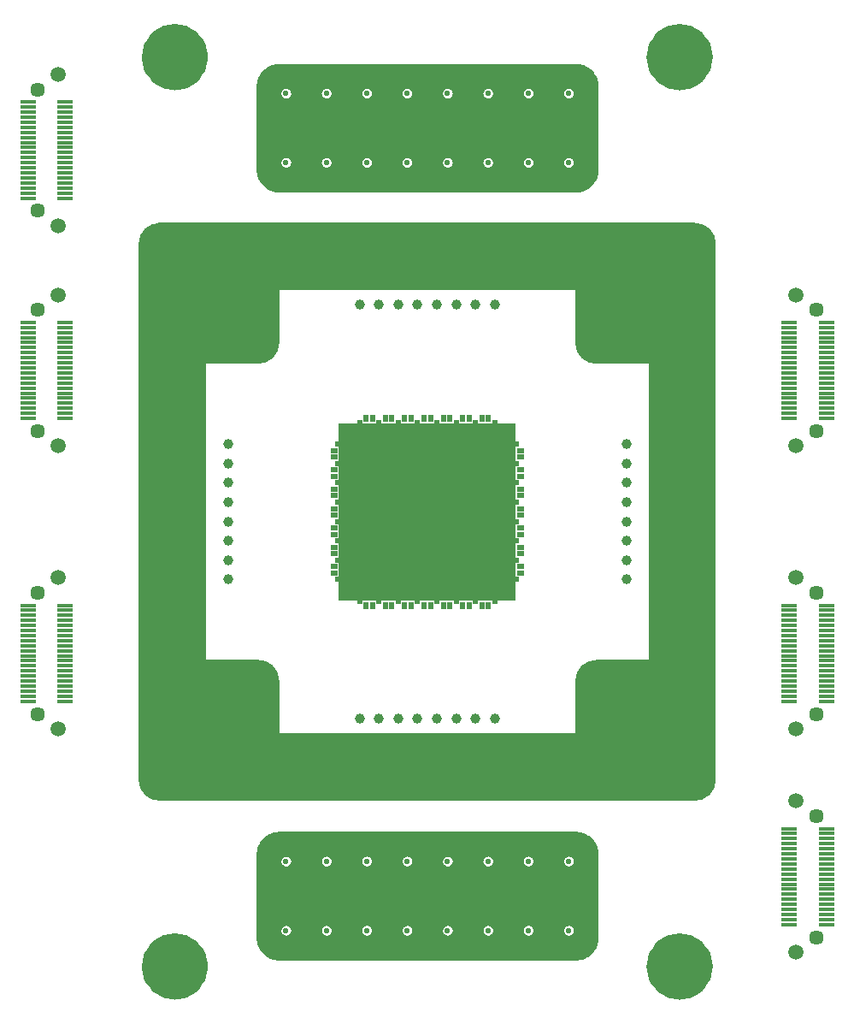
<source format=gbr>
%TF.GenerationSoftware,KiCad,Pcbnew,7.0.9*%
%TF.CreationDate,2024-08-22T14:34:19-06:00*%
%TF.ProjectId,igloo34,69676c6f-6f33-4342-9e6b-696361645f70,rev?*%
%TF.SameCoordinates,Original*%
%TF.FileFunction,Soldermask,Top*%
%TF.FilePolarity,Negative*%
%FSLAX46Y46*%
G04 Gerber Fmt 4.6, Leading zero omitted, Abs format (unit mm)*
G04 Created by KiCad (PCBNEW 7.0.9) date 2024-08-22 14:34:19*
%MOMM*%
%LPD*%
G01*
G04 APERTURE LIST*
%ADD10C,2.075000*%
%ADD11C,0.150000*%
%ADD12C,0.200000*%
%ADD13C,3.276562*%
%ADD14C,0.010000*%
%ADD15C,1.000000*%
%ADD16C,0.560000*%
%ADD17C,2.080000*%
%ADD18C,3.680000*%
%ADD19C,1.420000*%
%ADD20C,1.450000*%
%ADD21R,1.500000X0.300000*%
%ADD22C,1.500000*%
%ADD23R,0.750000X0.500000*%
%ADD24R,0.500000X0.750000*%
G04 APERTURE END LIST*
D10*
X-25462501Y-26500001D02*
G75*
G03*
X-25462501Y-26500001I-1037500J0D01*
G01*
D11*
X-23119999Y24357999D02*
X-14699999Y24357999D01*
X-14699999Y17499999D01*
X-23119999Y17499999D01*
X-23119999Y24357999D01*
G36*
X-23119999Y24357999D02*
G01*
X-14699999Y24357999D01*
X-14699999Y17499999D01*
X-23119999Y17499999D01*
X-23119999Y24357999D01*
G37*
D12*
X28500000Y26500000D02*
G75*
G03*
X26500000Y28500000I-2000000J0D01*
G01*
X28500000Y26500000D02*
X28500000Y-26500000D01*
D11*
X-21931000Y-17499999D02*
X-14869000Y-17499999D01*
X-14869000Y-25119999D01*
X-21931000Y-25119999D01*
X-21931000Y-17499999D01*
G36*
X-21931000Y-17499999D02*
G01*
X-14869000Y-17499999D01*
X-14869000Y-25119999D01*
X-21931000Y-25119999D01*
X-21931000Y-17499999D01*
G37*
D12*
X16750000Y-14750000D02*
G75*
G03*
X14750000Y-16750000I0J-2000000D01*
G01*
D11*
X-26660000Y28530000D02*
X26560000Y28530000D01*
X26560000Y22060000D01*
X-26660000Y22060000D01*
X-26660000Y28530000D01*
G36*
X-26660000Y28530000D02*
G01*
X26560000Y28530000D01*
X26560000Y22060000D01*
X-26660000Y22060000D01*
X-26660000Y28530000D01*
G37*
X-24357999Y-14800000D02*
X-17499999Y-14800000D01*
X-17499999Y-22420000D01*
X-24357999Y-22420000D01*
X-24357999Y-14800000D01*
G36*
X-24357999Y-14800000D02*
G01*
X-17499999Y-14800000D01*
X-17499999Y-22420000D01*
X-24357999Y-22420000D01*
X-24357999Y-14800000D01*
G37*
D10*
X17787500Y-16750000D02*
G75*
G03*
X17787500Y-16750000I-1037500J0D01*
G01*
D12*
X-26500000Y-28500000D02*
X26500000Y-28500000D01*
X-26500000Y28500000D02*
G75*
G03*
X-28500000Y26500000I-1J-1999999D01*
G01*
D13*
X26638281Y45000000D02*
G75*
G03*
X26638281Y45000000I-1638281J0D01*
G01*
D12*
X-14750000Y-16750000D02*
X-14750000Y-22000000D01*
X-16750000Y14750000D02*
X-22000000Y14750000D01*
X-14750000Y-22000000D02*
X14750000Y-22000000D01*
D10*
X-25462501Y26500001D02*
G75*
G03*
X-25462501Y26500001I-1037500J0D01*
G01*
D12*
X-28500000Y26500000D02*
X-28500000Y-26500000D01*
D11*
X14800000Y25110000D02*
X21862000Y25110000D01*
X21862000Y17490000D01*
X14800000Y17490000D01*
X14800000Y25110000D01*
G36*
X14800000Y25110000D02*
G01*
X21862000Y25110000D01*
X21862000Y17490000D01*
X14800000Y17490000D01*
X14800000Y25110000D01*
G37*
X17500000Y23120000D02*
X24358000Y23120000D01*
X24358000Y14800000D01*
X17500000Y14800000D01*
X17500000Y23120000D01*
G36*
X17500000Y23120000D02*
G01*
X24358000Y23120000D01*
X24358000Y14800000D01*
X17500000Y14800000D01*
X17500000Y23120000D01*
G37*
D12*
X-16750000Y14750000D02*
G75*
G03*
X-14750000Y16750000I1J1999999D01*
G01*
X-14750000Y22000000D02*
X14750000Y22000000D01*
G36*
X-8750000Y8750000D02*
G01*
X8750000Y8750000D01*
X8750000Y-8750000D01*
X-8750000Y-8750000D01*
X-8750000Y8750000D01*
G37*
X-14750000Y-16750000D02*
G75*
G03*
X-16750000Y-14750000I-1999999J1D01*
G01*
D13*
X-23361719Y45000000D02*
G75*
G03*
X-23361719Y45000000I-1638281J0D01*
G01*
D12*
X-28500000Y-26500000D02*
G75*
G03*
X-26500000Y-28500000I1999999J-1D01*
G01*
D13*
X26638281Y-45000000D02*
G75*
G03*
X26638281Y-45000000I-1638281J0D01*
G01*
D12*
X14750000Y-22000000D02*
X14750000Y-16750000D01*
D10*
X-15712499Y16749999D02*
G75*
G03*
X-15712499Y16749999I-1037500J0D01*
G01*
X27537500Y-26500000D02*
G75*
G03*
X27537500Y-26500000I-1037500J0D01*
G01*
D12*
X14750000Y16750000D02*
G75*
G03*
X16750000Y14750000I2000000J0D01*
G01*
D11*
X-25119999Y22561999D02*
X-17499999Y22561999D01*
X-17499999Y14899999D01*
X-25119999Y14899999D01*
X-25119999Y22561999D01*
G36*
X-25119999Y22561999D02*
G01*
X-17499999Y22561999D01*
X-17499999Y14899999D01*
X-25119999Y14899999D01*
X-25119999Y22561999D01*
G37*
D12*
X-14750000Y22000000D02*
X-14750000Y16750000D01*
D11*
X17490000Y-14800000D02*
X25110000Y-14800000D01*
X25110000Y-21658000D01*
X17490000Y-21658000D01*
X17490000Y-14800000D01*
G36*
X17490000Y-14800000D02*
G01*
X25110000Y-14800000D01*
X25110000Y-21658000D01*
X17490000Y-21658000D01*
X17490000Y-14800000D01*
G37*
D10*
X27537500Y26500000D02*
G75*
G03*
X27537500Y26500000I-1037500J0D01*
G01*
X17787500Y16750000D02*
G75*
G03*
X17787500Y16750000I-1037500J0D01*
G01*
D11*
X22030000Y26610000D02*
X28500000Y26610000D01*
X28500000Y-26610000D01*
X22030000Y-26610000D01*
X22030000Y26610000D01*
G36*
X22030000Y26610000D02*
G01*
X28500000Y26610000D01*
X28500000Y-26610000D01*
X22030000Y-26610000D01*
X22030000Y26610000D01*
G37*
X-26610000Y-22000000D02*
X26610000Y-22000000D01*
X26610000Y-28325400D01*
X-26610000Y-28325400D01*
X-26610000Y-22000000D01*
G36*
X-26610000Y-22000000D02*
G01*
X26610000Y-22000000D01*
X26610000Y-28325400D01*
X-26610000Y-28325400D01*
X-26610000Y-22000000D01*
G37*
D12*
X-22000000Y-14750000D02*
X-16750000Y-14750000D01*
D13*
X-23361719Y-45000000D02*
G75*
G03*
X-23361719Y-45000000I-1638281J0D01*
G01*
D12*
X-22000000Y14750000D02*
X-22000000Y-14750000D01*
X22000000Y14750000D02*
X22000000Y-14750000D01*
X16750000Y14750000D02*
X22000000Y14750000D01*
D11*
X-28500000Y26720000D02*
X-22030000Y26720000D01*
X-22030000Y-26500000D01*
X-28500000Y-26500000D01*
X-28500000Y26720000D01*
G36*
X-28500000Y26720000D02*
G01*
X-22030000Y26720000D01*
X-22030000Y-26500000D01*
X-28500000Y-26500000D01*
X-28500000Y26720000D01*
G37*
D12*
X14750000Y22000000D02*
X14750000Y16750000D01*
X-26500000Y28500000D02*
X26500000Y28500000D01*
D11*
X14900000Y-17270000D02*
X22520000Y-17270000D01*
X22520000Y-24332000D01*
X14900000Y-24332000D01*
X14900000Y-17270000D01*
G36*
X14900000Y-17270000D02*
G01*
X22520000Y-17270000D01*
X22520000Y-24332000D01*
X14900000Y-24332000D01*
X14900000Y-17270000D01*
G37*
D12*
X16750000Y-14750000D02*
X22000000Y-14750000D01*
X26500000Y-28500000D02*
G75*
G03*
X28500000Y-26500000I0J2000000D01*
G01*
D10*
X-15712499Y-16749999D02*
G75*
G03*
X-15712499Y-16749999I-1037500J0D01*
G01*
%TO.C,J3*%
D14*
X-14524000Y41398000D02*
X-14522000Y41370000D01*
X-14519000Y41343000D01*
X-14514000Y41316000D01*
X-14507000Y41289000D01*
X-14499000Y41263000D01*
X-14490000Y41237000D01*
X-14480000Y41211000D01*
X-14468000Y41187000D01*
X-14455000Y41162000D01*
X-14440000Y41139000D01*
X-14425000Y41116000D01*
X-14408000Y41095000D01*
X-14390000Y41074000D01*
X-14371000Y41054000D01*
X-14351000Y41035000D01*
X-14330000Y41017000D01*
X-14309000Y41000000D01*
X-14286000Y40985000D01*
X-14263000Y40970000D01*
X-14238000Y40957000D01*
X-14214000Y40945000D01*
X-14188000Y40935000D01*
X-14162000Y40926000D01*
X-14136000Y40918000D01*
X-14109000Y40911000D01*
X-14082000Y40906000D01*
X-14055000Y40903000D01*
X-14027000Y40901000D01*
X-14000000Y40900000D01*
X-13973000Y40901000D01*
X-13945000Y40903000D01*
X-13918000Y40906000D01*
X-13891000Y40911000D01*
X-13864000Y40918000D01*
X-13838000Y40926000D01*
X-13812000Y40935000D01*
X-13786000Y40945000D01*
X-13762000Y40957000D01*
X-13738000Y40970000D01*
X-13714000Y40985000D01*
X-13691000Y41000000D01*
X-13670000Y41017000D01*
X-13649000Y41035000D01*
X-13629000Y41054000D01*
X-13610000Y41074000D01*
X-13592000Y41095000D01*
X-13575000Y41116000D01*
X-13560000Y41139000D01*
X-13545000Y41162000D01*
X-13532000Y41187000D01*
X-13520000Y41211000D01*
X-13510000Y41237000D01*
X-13501000Y41263000D01*
X-13493000Y41289000D01*
X-13486000Y41316000D01*
X-13481000Y41343000D01*
X-13478000Y41370000D01*
X-13476000Y41398000D01*
X-13475000Y41425000D01*
X-10525000Y41425000D01*
X-10524000Y41398000D01*
X-10522000Y41370000D01*
X-10519000Y41343000D01*
X-10514000Y41316000D01*
X-10507000Y41289000D01*
X-10499000Y41263000D01*
X-10490000Y41237000D01*
X-10480000Y41211000D01*
X-10468000Y41187000D01*
X-10455000Y41162000D01*
X-10440000Y41139000D01*
X-10425000Y41116000D01*
X-10408000Y41095000D01*
X-10390000Y41074000D01*
X-10371000Y41054000D01*
X-10351000Y41035000D01*
X-10330000Y41017000D01*
X-10309000Y41000000D01*
X-10286000Y40985000D01*
X-10263000Y40970000D01*
X-10238000Y40957000D01*
X-10214000Y40945000D01*
X-10188000Y40935000D01*
X-10162000Y40926000D01*
X-10136000Y40918000D01*
X-10109000Y40911000D01*
X-10082000Y40906000D01*
X-10055000Y40903000D01*
X-10027000Y40901000D01*
X-10000000Y40900000D01*
X-9973000Y40901000D01*
X-9945000Y40903000D01*
X-9918000Y40906000D01*
X-9891000Y40911000D01*
X-9864000Y40918000D01*
X-9838000Y40926000D01*
X-9812000Y40935000D01*
X-9786000Y40945000D01*
X-9762000Y40957000D01*
X-9738000Y40970000D01*
X-9714000Y40985000D01*
X-9691000Y41000000D01*
X-9670000Y41017000D01*
X-9649000Y41035000D01*
X-9629000Y41054000D01*
X-9610000Y41074000D01*
X-9592000Y41095000D01*
X-9575000Y41116000D01*
X-9560000Y41139000D01*
X-9545000Y41162000D01*
X-9532000Y41187000D01*
X-9520000Y41211000D01*
X-9510000Y41237000D01*
X-9501000Y41263000D01*
X-9493000Y41289000D01*
X-9486000Y41316000D01*
X-9481000Y41343000D01*
X-9478000Y41370000D01*
X-9476000Y41398000D01*
X-9475000Y41425000D01*
X-6525000Y41425000D01*
X-6524000Y41398000D01*
X-6522000Y41370000D01*
X-6519000Y41343000D01*
X-6514000Y41316000D01*
X-6507000Y41289000D01*
X-6499000Y41263000D01*
X-6490000Y41237000D01*
X-6480000Y41211000D01*
X-6468000Y41187000D01*
X-6455000Y41162000D01*
X-6440000Y41139000D01*
X-6425000Y41116000D01*
X-6408000Y41095000D01*
X-6390000Y41074000D01*
X-6371000Y41054000D01*
X-6351000Y41035000D01*
X-6330000Y41017000D01*
X-6309000Y41000000D01*
X-6286000Y40985000D01*
X-6263000Y40970000D01*
X-6238000Y40957000D01*
X-6214000Y40945000D01*
X-6188000Y40935000D01*
X-6162000Y40926000D01*
X-6136000Y40918000D01*
X-6109000Y40911000D01*
X-6082000Y40906000D01*
X-6055000Y40903000D01*
X-6027000Y40901000D01*
X-6000000Y40900000D01*
X-5973000Y40901000D01*
X-5945000Y40903000D01*
X-5918000Y40906000D01*
X-5891000Y40911000D01*
X-5864000Y40918000D01*
X-5838000Y40926000D01*
X-5812000Y40935000D01*
X-5786000Y40945000D01*
X-5762000Y40957000D01*
X-5737000Y40970000D01*
X-5714000Y40985000D01*
X-5691000Y41000000D01*
X-5670000Y41017000D01*
X-5649000Y41035000D01*
X-5629000Y41054000D01*
X-5610000Y41074000D01*
X-5592000Y41095000D01*
X-5575000Y41116000D01*
X-5560000Y41139000D01*
X-5545000Y41162000D01*
X-5532000Y41187000D01*
X-5520000Y41211000D01*
X-5510000Y41237000D01*
X-5501000Y41263000D01*
X-5493000Y41289000D01*
X-5486000Y41316000D01*
X-5481000Y41343000D01*
X-5478000Y41370000D01*
X-5476000Y41398000D01*
X-5475000Y41425000D01*
X-2525000Y41425000D01*
X-2524000Y41398000D01*
X-2522000Y41370000D01*
X-2519000Y41343000D01*
X-2514000Y41316000D01*
X-2507000Y41289000D01*
X-2499000Y41263000D01*
X-2490000Y41237000D01*
X-2480000Y41211000D01*
X-2468000Y41187000D01*
X-2455000Y41162000D01*
X-2440000Y41139000D01*
X-2425000Y41116000D01*
X-2408000Y41095000D01*
X-2390000Y41074000D01*
X-2371000Y41054000D01*
X-2351000Y41035000D01*
X-2330000Y41017000D01*
X-2309000Y41000000D01*
X-2286000Y40985000D01*
X-2263000Y40970000D01*
X-2238000Y40957000D01*
X-2214000Y40945000D01*
X-2188000Y40935000D01*
X-2162000Y40926000D01*
X-2136000Y40918000D01*
X-2109000Y40911000D01*
X-2082000Y40906000D01*
X-2055000Y40903000D01*
X-2027000Y40901000D01*
X-2000000Y40900000D01*
X-1973000Y40901000D01*
X-1945000Y40903000D01*
X-1918000Y40906000D01*
X-1891000Y40911000D01*
X-1864000Y40918000D01*
X-1838000Y40926000D01*
X-1812000Y40935000D01*
X-1786000Y40945000D01*
X-1762000Y40957000D01*
X-1738000Y40970000D01*
X-1714000Y40985000D01*
X-1691000Y41000000D01*
X-1670000Y41017000D01*
X-1649000Y41035000D01*
X-1629000Y41054000D01*
X-1610000Y41074000D01*
X-1592000Y41095000D01*
X-1575000Y41116000D01*
X-1560000Y41139000D01*
X-1545000Y41163000D01*
X-1532000Y41187000D01*
X-1520000Y41211000D01*
X-1510000Y41237000D01*
X-1501000Y41263000D01*
X-1493000Y41289000D01*
X-1486000Y41316000D01*
X-1481000Y41343000D01*
X-1478000Y41370000D01*
X-1476000Y41398000D01*
X-1475000Y41425000D01*
X1475000Y41425000D01*
X1476000Y41398000D01*
X1478000Y41370000D01*
X1481000Y41343000D01*
X1486000Y41316000D01*
X1493000Y41289000D01*
X1501000Y41263000D01*
X1510000Y41237000D01*
X1520000Y41211000D01*
X1532000Y41187000D01*
X1545000Y41162000D01*
X1560000Y41139000D01*
X1575000Y41116000D01*
X1592000Y41095000D01*
X1610000Y41074000D01*
X1629000Y41054000D01*
X1649000Y41035000D01*
X1670000Y41017000D01*
X1691000Y41000000D01*
X1714000Y40985000D01*
X1737000Y40970000D01*
X1762000Y40957000D01*
X1786000Y40945000D01*
X1812000Y40935000D01*
X1838000Y40926000D01*
X1864000Y40918000D01*
X1891000Y40911000D01*
X1918000Y40906000D01*
X1945000Y40903000D01*
X1973000Y40901000D01*
X2000000Y40900000D01*
X2027000Y40901000D01*
X2055000Y40903000D01*
X2082000Y40906000D01*
X2109000Y40911000D01*
X2136000Y40918000D01*
X2162000Y40926000D01*
X2188000Y40935000D01*
X2214000Y40945000D01*
X2238000Y40957000D01*
X2263000Y40970000D01*
X2286000Y40985000D01*
X2309000Y41000000D01*
X2330000Y41017000D01*
X2351000Y41035000D01*
X2371000Y41054000D01*
X2390000Y41074000D01*
X2408000Y41095000D01*
X2425000Y41116000D01*
X2440000Y41139000D01*
X2455000Y41163000D01*
X2468000Y41187000D01*
X2480000Y41211000D01*
X2490000Y41237000D01*
X2499000Y41263000D01*
X2507000Y41289000D01*
X2514000Y41316000D01*
X2519000Y41343000D01*
X2522000Y41370000D01*
X2524000Y41398000D01*
X2525000Y41425000D01*
X5475000Y41425000D01*
X5476000Y41398000D01*
X5478000Y41370000D01*
X5481000Y41343000D01*
X5486000Y41316000D01*
X5493000Y41289000D01*
X5501000Y41263000D01*
X5510000Y41237000D01*
X5520000Y41211000D01*
X5532000Y41187000D01*
X5545000Y41162000D01*
X5560000Y41139000D01*
X5575000Y41116000D01*
X5592000Y41095000D01*
X5610000Y41074000D01*
X5629000Y41054000D01*
X5649000Y41035000D01*
X5670000Y41017000D01*
X5691000Y41000000D01*
X5714000Y40985000D01*
X5737000Y40970000D01*
X5762000Y40957000D01*
X5786000Y40945000D01*
X5812000Y40935000D01*
X5838000Y40926000D01*
X5864000Y40918000D01*
X5891000Y40911000D01*
X5918000Y40906000D01*
X5945000Y40903000D01*
X5973000Y40901000D01*
X6000000Y40900000D01*
X6027000Y40901000D01*
X6055000Y40903000D01*
X6082000Y40906000D01*
X6109000Y40911000D01*
X6136000Y40918000D01*
X6162000Y40926000D01*
X6188000Y40935000D01*
X6214000Y40945000D01*
X6238000Y40957000D01*
X6263000Y40970000D01*
X6286000Y40985000D01*
X6309000Y41000000D01*
X6330000Y41017000D01*
X6351000Y41035000D01*
X6371000Y41054000D01*
X6390000Y41074000D01*
X6408000Y41095000D01*
X6425000Y41116000D01*
X6440000Y41139000D01*
X6455000Y41162000D01*
X6468000Y41187000D01*
X6480000Y41211000D01*
X6490000Y41237000D01*
X6499000Y41263000D01*
X6507000Y41289000D01*
X6514000Y41316000D01*
X6519000Y41343000D01*
X6522000Y41370000D01*
X6524000Y41398000D01*
X6525000Y41425000D01*
X9475000Y41425000D01*
X9476000Y41398000D01*
X9478000Y41370000D01*
X9481000Y41343000D01*
X9486000Y41316000D01*
X9493000Y41289000D01*
X9501000Y41263000D01*
X9510000Y41237000D01*
X9520000Y41211000D01*
X9532000Y41187000D01*
X9545000Y41162000D01*
X9560000Y41139000D01*
X9575000Y41116000D01*
X9592000Y41095000D01*
X9610000Y41074000D01*
X9629000Y41054000D01*
X9649000Y41035000D01*
X9670000Y41017000D01*
X9691000Y41000000D01*
X9714000Y40985000D01*
X9737000Y40970000D01*
X9762000Y40957000D01*
X9786000Y40945000D01*
X9812000Y40935000D01*
X9838000Y40926000D01*
X9864000Y40918000D01*
X9891000Y40911000D01*
X9918000Y40906000D01*
X9945000Y40903000D01*
X9973000Y40901000D01*
X10000000Y40900000D01*
X10027000Y40901000D01*
X10055000Y40903000D01*
X10082000Y40906000D01*
X10109000Y40911000D01*
X10136000Y40918000D01*
X10162000Y40926000D01*
X10188000Y40935000D01*
X10214000Y40945000D01*
X10238000Y40957000D01*
X10262000Y40970000D01*
X10286000Y40985000D01*
X10309000Y41000000D01*
X10330000Y41017000D01*
X10351000Y41035000D01*
X10371000Y41054000D01*
X10390000Y41074000D01*
X10408000Y41095000D01*
X10425000Y41116000D01*
X10440000Y41139000D01*
X10455000Y41162000D01*
X10468000Y41187000D01*
X10480000Y41211000D01*
X10490000Y41237000D01*
X10499000Y41263000D01*
X10507000Y41289000D01*
X10514000Y41316000D01*
X10519000Y41343000D01*
X10522000Y41370000D01*
X10524000Y41398000D01*
X10525000Y41425000D01*
X13475000Y41425000D01*
X13476000Y41398000D01*
X13478000Y41370000D01*
X13481000Y41343000D01*
X13486000Y41316000D01*
X13493000Y41289000D01*
X13501000Y41263000D01*
X13510000Y41237000D01*
X13520000Y41211000D01*
X13532000Y41187000D01*
X13545000Y41162000D01*
X13560000Y41139000D01*
X13575000Y41116000D01*
X13592000Y41095000D01*
X13610000Y41074000D01*
X13629000Y41054000D01*
X13649000Y41035000D01*
X13670000Y41017000D01*
X13691000Y41000000D01*
X13714000Y40985000D01*
X13737000Y40970000D01*
X13762000Y40957000D01*
X13786000Y40945000D01*
X13812000Y40935000D01*
X13838000Y40926000D01*
X13864000Y40918000D01*
X13891000Y40911000D01*
X13918000Y40906000D01*
X13945000Y40903000D01*
X13973000Y40901000D01*
X14000000Y40900000D01*
X14027000Y40901000D01*
X14055000Y40903000D01*
X14082000Y40906000D01*
X14109000Y40911000D01*
X14136000Y40918000D01*
X14162000Y40926000D01*
X14188000Y40935000D01*
X14214000Y40945000D01*
X14238000Y40957000D01*
X14262000Y40970000D01*
X14286000Y40985000D01*
X14309000Y41000000D01*
X14330000Y41017000D01*
X14351000Y41035000D01*
X14371000Y41054000D01*
X14390000Y41074000D01*
X14408000Y41095000D01*
X14425000Y41116000D01*
X14440000Y41139000D01*
X14455000Y41162000D01*
X14468000Y41187000D01*
X14480000Y41211000D01*
X14490000Y41237000D01*
X14499000Y41263000D01*
X14507000Y41289000D01*
X14514000Y41316000D01*
X14519000Y41343000D01*
X14522000Y41370000D01*
X14524000Y41398000D01*
X14525000Y41425000D01*
X16900000Y41425000D01*
X16900000Y34575000D01*
X14525000Y34575000D01*
X14524000Y34602000D01*
X14522000Y34630000D01*
X14519000Y34657000D01*
X14514000Y34684000D01*
X14507000Y34711000D01*
X14499000Y34737000D01*
X14490000Y34763000D01*
X14480000Y34789000D01*
X14468000Y34813000D01*
X14455000Y34838000D01*
X14440000Y34861000D01*
X14425000Y34884000D01*
X14408000Y34905000D01*
X14390000Y34926000D01*
X14371000Y34946000D01*
X14351000Y34965000D01*
X14330000Y34983000D01*
X14309000Y35000000D01*
X14286000Y35015000D01*
X14262000Y35030000D01*
X14238000Y35043000D01*
X14214000Y35055000D01*
X14188000Y35065000D01*
X14162000Y35074000D01*
X14136000Y35082000D01*
X14109000Y35089000D01*
X14082000Y35094000D01*
X14055000Y35097000D01*
X14027000Y35099000D01*
X14000000Y35100000D01*
X13973000Y35099000D01*
X13945000Y35097000D01*
X13918000Y35094000D01*
X13891000Y35089000D01*
X13864000Y35082000D01*
X13838000Y35074000D01*
X13812000Y35065000D01*
X13786000Y35055000D01*
X13762000Y35043000D01*
X13738000Y35030000D01*
X13714000Y35015000D01*
X13691000Y35000000D01*
X13670000Y34983000D01*
X13649000Y34965000D01*
X13629000Y34946000D01*
X13610000Y34926000D01*
X13592000Y34905000D01*
X13575000Y34884000D01*
X13560000Y34861000D01*
X13545000Y34838000D01*
X13532000Y34813000D01*
X13520000Y34789000D01*
X13510000Y34763000D01*
X13501000Y34737000D01*
X13493000Y34711000D01*
X13486000Y34684000D01*
X13481000Y34657000D01*
X13478000Y34630000D01*
X13476000Y34602000D01*
X13475000Y34575000D01*
X10525000Y34575000D01*
X10524000Y34602000D01*
X10522000Y34630000D01*
X10519000Y34657000D01*
X10514000Y34684000D01*
X10507000Y34711000D01*
X10499000Y34737000D01*
X10490000Y34763000D01*
X10480000Y34789000D01*
X10468000Y34813000D01*
X10455000Y34838000D01*
X10440000Y34861000D01*
X10425000Y34884000D01*
X10408000Y34905000D01*
X10390000Y34926000D01*
X10371000Y34946000D01*
X10351000Y34965000D01*
X10330000Y34983000D01*
X10309000Y35000000D01*
X10286000Y35015000D01*
X10262000Y35030000D01*
X10238000Y35043000D01*
X10214000Y35055000D01*
X10188000Y35065000D01*
X10162000Y35074000D01*
X10136000Y35082000D01*
X10109000Y35089000D01*
X10082000Y35094000D01*
X10055000Y35097000D01*
X10027000Y35099000D01*
X10000000Y35100000D01*
X9973000Y35099000D01*
X9945000Y35097000D01*
X9918000Y35094000D01*
X9891000Y35089000D01*
X9864000Y35082000D01*
X9838000Y35074000D01*
X9812000Y35065000D01*
X9786000Y35055000D01*
X9762000Y35043000D01*
X9738000Y35030000D01*
X9714000Y35015000D01*
X9691000Y35000000D01*
X9670000Y34983000D01*
X9649000Y34965000D01*
X9629000Y34946000D01*
X9610000Y34926000D01*
X9592000Y34905000D01*
X9575000Y34884000D01*
X9560000Y34861000D01*
X9545000Y34838000D01*
X9532000Y34813000D01*
X9520000Y34789000D01*
X9510000Y34763000D01*
X9501000Y34737000D01*
X9493000Y34711000D01*
X9486000Y34684000D01*
X9481000Y34657000D01*
X9478000Y34630000D01*
X9476000Y34602000D01*
X9475000Y34575000D01*
X6525000Y34575000D01*
X6524000Y34602000D01*
X6522000Y34630000D01*
X6519000Y34657000D01*
X6514000Y34684000D01*
X6507000Y34711000D01*
X6499000Y34737000D01*
X6490000Y34763000D01*
X6480000Y34789000D01*
X6468000Y34813000D01*
X6455000Y34838000D01*
X6440000Y34861000D01*
X6425000Y34884000D01*
X6408000Y34905000D01*
X6390000Y34926000D01*
X6371000Y34946000D01*
X6351000Y34965000D01*
X6330000Y34983000D01*
X6309000Y35000000D01*
X6286000Y35015000D01*
X6263000Y35030000D01*
X6238000Y35043000D01*
X6214000Y35055000D01*
X6188000Y35065000D01*
X6162000Y35074000D01*
X6136000Y35082000D01*
X6109000Y35089000D01*
X6082000Y35094000D01*
X6055000Y35097000D01*
X6027000Y35099000D01*
X6000000Y35100000D01*
X5973000Y35099000D01*
X5945000Y35097000D01*
X5918000Y35094000D01*
X5891000Y35089000D01*
X5864000Y35082000D01*
X5838000Y35074000D01*
X5812000Y35065000D01*
X5786000Y35055000D01*
X5762000Y35043000D01*
X5737000Y35030000D01*
X5714000Y35015000D01*
X5691000Y35000000D01*
X5670000Y34983000D01*
X5649000Y34965000D01*
X5629000Y34946000D01*
X5610000Y34926000D01*
X5592000Y34905000D01*
X5575000Y34884000D01*
X5560000Y34861000D01*
X5545000Y34838000D01*
X5532000Y34813000D01*
X5520000Y34789000D01*
X5510000Y34763000D01*
X5501000Y34737000D01*
X5493000Y34711000D01*
X5486000Y34684000D01*
X5481000Y34657000D01*
X5478000Y34630000D01*
X5476000Y34602000D01*
X5475000Y34575000D01*
X2525000Y34575000D01*
X2524000Y34602000D01*
X2522000Y34630000D01*
X2519000Y34657000D01*
X2514000Y34684000D01*
X2507000Y34711000D01*
X2499000Y34737000D01*
X2490000Y34763000D01*
X2480000Y34789000D01*
X2468000Y34813000D01*
X2455000Y34837000D01*
X2440000Y34861000D01*
X2425000Y34884000D01*
X2408000Y34905000D01*
X2390000Y34926000D01*
X2371000Y34946000D01*
X2351000Y34965000D01*
X2330000Y34983000D01*
X2309000Y35000000D01*
X2286000Y35015000D01*
X2263000Y35030000D01*
X2238000Y35043000D01*
X2214000Y35055000D01*
X2188000Y35065000D01*
X2162000Y35074000D01*
X2136000Y35082000D01*
X2109000Y35089000D01*
X2082000Y35094000D01*
X2055000Y35097000D01*
X2027000Y35099000D01*
X2000000Y35100000D01*
X1973000Y35099000D01*
X1945000Y35097000D01*
X1918000Y35094000D01*
X1891000Y35089000D01*
X1864000Y35082000D01*
X1838000Y35074000D01*
X1812000Y35065000D01*
X1786000Y35055000D01*
X1762000Y35043000D01*
X1738000Y35030000D01*
X1714000Y35015000D01*
X1691000Y35000000D01*
X1670000Y34983000D01*
X1649000Y34965000D01*
X1629000Y34946000D01*
X1610000Y34926000D01*
X1592000Y34905000D01*
X1575000Y34884000D01*
X1560000Y34861000D01*
X1545000Y34837000D01*
X1532000Y34813000D01*
X1520000Y34789000D01*
X1510000Y34763000D01*
X1501000Y34737000D01*
X1493000Y34711000D01*
X1486000Y34684000D01*
X1481000Y34657000D01*
X1478000Y34630000D01*
X1476000Y34602000D01*
X1475000Y34575000D01*
X-1475000Y34575000D01*
X-1476000Y34602000D01*
X-1478000Y34630000D01*
X-1481000Y34657000D01*
X-1486000Y34684000D01*
X-1493000Y34711000D01*
X-1501000Y34737000D01*
X-1510000Y34763000D01*
X-1520000Y34789000D01*
X-1532000Y34813000D01*
X-1545000Y34837000D01*
X-1560000Y34861000D01*
X-1575000Y34884000D01*
X-1592000Y34905000D01*
X-1610000Y34926000D01*
X-1629000Y34946000D01*
X-1649000Y34965000D01*
X-1670000Y34983000D01*
X-1691000Y35000000D01*
X-1714000Y35015000D01*
X-1738000Y35030000D01*
X-1762000Y35043000D01*
X-1786000Y35055000D01*
X-1812000Y35065000D01*
X-1838000Y35074000D01*
X-1864000Y35082000D01*
X-1891000Y35089000D01*
X-1918000Y35094000D01*
X-1945000Y35097000D01*
X-1973000Y35099000D01*
X-2000000Y35100000D01*
X-2027000Y35099000D01*
X-2055000Y35097000D01*
X-2082000Y35094000D01*
X-2109000Y35089000D01*
X-2136000Y35082000D01*
X-2162000Y35074000D01*
X-2188000Y35065000D01*
X-2214000Y35055000D01*
X-2238000Y35043000D01*
X-2262000Y35030000D01*
X-2286000Y35015000D01*
X-2309000Y35000000D01*
X-2330000Y34983000D01*
X-2351000Y34965000D01*
X-2371000Y34946000D01*
X-2390000Y34926000D01*
X-2408000Y34905000D01*
X-2425000Y34884000D01*
X-2440000Y34861000D01*
X-2455000Y34837000D01*
X-2468000Y34813000D01*
X-2480000Y34789000D01*
X-2490000Y34763000D01*
X-2499000Y34737000D01*
X-2507000Y34711000D01*
X-2514000Y34684000D01*
X-2519000Y34657000D01*
X-2522000Y34630000D01*
X-2524000Y34602000D01*
X-2525000Y34575000D01*
X-5475000Y34575000D01*
X-5476000Y34602000D01*
X-5478000Y34630000D01*
X-5481000Y34657000D01*
X-5486000Y34684000D01*
X-5493000Y34711000D01*
X-5501000Y34737000D01*
X-5510000Y34763000D01*
X-5520000Y34789000D01*
X-5532000Y34813000D01*
X-5545000Y34838000D01*
X-5560000Y34861000D01*
X-5575000Y34884000D01*
X-5592000Y34905000D01*
X-5610000Y34926000D01*
X-5629000Y34946000D01*
X-5649000Y34965000D01*
X-5670000Y34983000D01*
X-5691000Y35000000D01*
X-5714000Y35015000D01*
X-5737000Y35030000D01*
X-5762000Y35043000D01*
X-5786000Y35055000D01*
X-5812000Y35065000D01*
X-5838000Y35074000D01*
X-5864000Y35082000D01*
X-5891000Y35089000D01*
X-5918000Y35094000D01*
X-5945000Y35097000D01*
X-5973000Y35099000D01*
X-6000000Y35100000D01*
X-6027000Y35099000D01*
X-6055000Y35097000D01*
X-6082000Y35094000D01*
X-6109000Y35089000D01*
X-6136000Y35082000D01*
X-6162000Y35074000D01*
X-6188000Y35065000D01*
X-6214000Y35055000D01*
X-6238000Y35043000D01*
X-6263000Y35030000D01*
X-6286000Y35015000D01*
X-6309000Y35000000D01*
X-6330000Y34983000D01*
X-6351000Y34965000D01*
X-6371000Y34946000D01*
X-6390000Y34926000D01*
X-6408000Y34905000D01*
X-6425000Y34884000D01*
X-6440000Y34861000D01*
X-6455000Y34838000D01*
X-6468000Y34813000D01*
X-6480000Y34789000D01*
X-6490000Y34763000D01*
X-6499000Y34737000D01*
X-6507000Y34711000D01*
X-6514000Y34684000D01*
X-6519000Y34657000D01*
X-6522000Y34630000D01*
X-6524000Y34602000D01*
X-6525000Y34575000D01*
X-9475000Y34575000D01*
X-9476000Y34602000D01*
X-9478000Y34630000D01*
X-9481000Y34657000D01*
X-9486000Y34684000D01*
X-9493000Y34711000D01*
X-9501000Y34737000D01*
X-9510000Y34763000D01*
X-9520000Y34789000D01*
X-9532000Y34813000D01*
X-9545000Y34838000D01*
X-9560000Y34861000D01*
X-9575000Y34884000D01*
X-9592000Y34905000D01*
X-9610000Y34926000D01*
X-9629000Y34946000D01*
X-9649000Y34965000D01*
X-9670000Y34983000D01*
X-9691000Y35000000D01*
X-9714000Y35015000D01*
X-9738000Y35030000D01*
X-9762000Y35043000D01*
X-9786000Y35055000D01*
X-9812000Y35065000D01*
X-9838000Y35074000D01*
X-9864000Y35082000D01*
X-9891000Y35089000D01*
X-9918000Y35094000D01*
X-9945000Y35097000D01*
X-9973000Y35099000D01*
X-10000000Y35100000D01*
X-10027000Y35099000D01*
X-10055000Y35097000D01*
X-10082000Y35094000D01*
X-10109000Y35089000D01*
X-10136000Y35082000D01*
X-10162000Y35074000D01*
X-10188000Y35065000D01*
X-10214000Y35055000D01*
X-10238000Y35043000D01*
X-10262000Y35030000D01*
X-10286000Y35015000D01*
X-10309000Y35000000D01*
X-10330000Y34983000D01*
X-10351000Y34965000D01*
X-10371000Y34946000D01*
X-10390000Y34926000D01*
X-10408000Y34905000D01*
X-10425000Y34884000D01*
X-10440000Y34861000D01*
X-10455000Y34838000D01*
X-10468000Y34813000D01*
X-10480000Y34789000D01*
X-10490000Y34763000D01*
X-10499000Y34737000D01*
X-10507000Y34711000D01*
X-10514000Y34684000D01*
X-10519000Y34657000D01*
X-10522000Y34630000D01*
X-10524000Y34602000D01*
X-10525000Y34575000D01*
X-13475000Y34575000D01*
X-13476000Y34602000D01*
X-13478000Y34630000D01*
X-13481000Y34657000D01*
X-13486000Y34684000D01*
X-13493000Y34711000D01*
X-13501000Y34737000D01*
X-13510000Y34763000D01*
X-13520000Y34789000D01*
X-13532000Y34813000D01*
X-13545000Y34838000D01*
X-13560000Y34861000D01*
X-13575000Y34884000D01*
X-13592000Y34905000D01*
X-13610000Y34926000D01*
X-13629000Y34946000D01*
X-13649000Y34965000D01*
X-13670000Y34983000D01*
X-13691000Y35000000D01*
X-13714000Y35015000D01*
X-13738000Y35030000D01*
X-13762000Y35043000D01*
X-13786000Y35055000D01*
X-13812000Y35065000D01*
X-13838000Y35074000D01*
X-13864000Y35082000D01*
X-13891000Y35089000D01*
X-13918000Y35094000D01*
X-13945000Y35097000D01*
X-13973000Y35099000D01*
X-14000000Y35100000D01*
X-14027000Y35099000D01*
X-14055000Y35097000D01*
X-14082000Y35094000D01*
X-14109000Y35089000D01*
X-14136000Y35082000D01*
X-14162000Y35074000D01*
X-14188000Y35065000D01*
X-14214000Y35055000D01*
X-14238000Y35043000D01*
X-14262000Y35030000D01*
X-14286000Y35015000D01*
X-14309000Y35000000D01*
X-14330000Y34983000D01*
X-14351000Y34965000D01*
X-14371000Y34946000D01*
X-14390000Y34926000D01*
X-14408000Y34905000D01*
X-14425000Y34884000D01*
X-14440000Y34861000D01*
X-14455000Y34838000D01*
X-14468000Y34813000D01*
X-14480000Y34789000D01*
X-14490000Y34763000D01*
X-14499000Y34737000D01*
X-14507000Y34711000D01*
X-14514000Y34684000D01*
X-14519000Y34657000D01*
X-14522000Y34630000D01*
X-14524000Y34602000D01*
X-14525000Y34575000D01*
X-16900000Y34575000D01*
X-16900000Y41425000D01*
X-14525000Y41425000D01*
X-14524000Y41398000D01*
G36*
X-14524000Y41398000D02*
G01*
X-14522000Y41370000D01*
X-14519000Y41343000D01*
X-14514000Y41316000D01*
X-14507000Y41289000D01*
X-14499000Y41263000D01*
X-14490000Y41237000D01*
X-14480000Y41211000D01*
X-14468000Y41187000D01*
X-14455000Y41162000D01*
X-14440000Y41139000D01*
X-14425000Y41116000D01*
X-14408000Y41095000D01*
X-14390000Y41074000D01*
X-14371000Y41054000D01*
X-14351000Y41035000D01*
X-14330000Y41017000D01*
X-14309000Y41000000D01*
X-14286000Y40985000D01*
X-14263000Y40970000D01*
X-14238000Y40957000D01*
X-14214000Y40945000D01*
X-14188000Y40935000D01*
X-14162000Y40926000D01*
X-14136000Y40918000D01*
X-14109000Y40911000D01*
X-14082000Y40906000D01*
X-14055000Y40903000D01*
X-14027000Y40901000D01*
X-14000000Y40900000D01*
X-13973000Y40901000D01*
X-13945000Y40903000D01*
X-13918000Y40906000D01*
X-13891000Y40911000D01*
X-13864000Y40918000D01*
X-13838000Y40926000D01*
X-13812000Y40935000D01*
X-13786000Y40945000D01*
X-13762000Y40957000D01*
X-13738000Y40970000D01*
X-13714000Y40985000D01*
X-13691000Y41000000D01*
X-13670000Y41017000D01*
X-13649000Y41035000D01*
X-13629000Y41054000D01*
X-13610000Y41074000D01*
X-13592000Y41095000D01*
X-13575000Y41116000D01*
X-13560000Y41139000D01*
X-13545000Y41162000D01*
X-13532000Y41187000D01*
X-13520000Y41211000D01*
X-13510000Y41237000D01*
X-13501000Y41263000D01*
X-13493000Y41289000D01*
X-13486000Y41316000D01*
X-13481000Y41343000D01*
X-13478000Y41370000D01*
X-13476000Y41398000D01*
X-13475000Y41425000D01*
X-10525000Y41425000D01*
X-10524000Y41398000D01*
X-10522000Y41370000D01*
X-10519000Y41343000D01*
X-10514000Y41316000D01*
X-10507000Y41289000D01*
X-10499000Y41263000D01*
X-10490000Y41237000D01*
X-10480000Y41211000D01*
X-10468000Y41187000D01*
X-10455000Y41162000D01*
X-10440000Y41139000D01*
X-10425000Y41116000D01*
X-10408000Y41095000D01*
X-10390000Y41074000D01*
X-10371000Y41054000D01*
X-10351000Y41035000D01*
X-10330000Y41017000D01*
X-10309000Y41000000D01*
X-10286000Y40985000D01*
X-10263000Y40970000D01*
X-10238000Y40957000D01*
X-10214000Y40945000D01*
X-10188000Y40935000D01*
X-10162000Y40926000D01*
X-10136000Y40918000D01*
X-10109000Y40911000D01*
X-10082000Y40906000D01*
X-10055000Y40903000D01*
X-10027000Y40901000D01*
X-10000000Y40900000D01*
X-9973000Y40901000D01*
X-9945000Y40903000D01*
X-9918000Y40906000D01*
X-9891000Y40911000D01*
X-9864000Y40918000D01*
X-9838000Y40926000D01*
X-9812000Y40935000D01*
X-9786000Y40945000D01*
X-9762000Y40957000D01*
X-9738000Y40970000D01*
X-9714000Y40985000D01*
X-9691000Y41000000D01*
X-9670000Y41017000D01*
X-9649000Y41035000D01*
X-9629000Y41054000D01*
X-9610000Y41074000D01*
X-9592000Y41095000D01*
X-9575000Y41116000D01*
X-9560000Y41139000D01*
X-9545000Y41162000D01*
X-9532000Y41187000D01*
X-9520000Y41211000D01*
X-9510000Y41237000D01*
X-9501000Y41263000D01*
X-9493000Y41289000D01*
X-9486000Y41316000D01*
X-9481000Y41343000D01*
X-9478000Y41370000D01*
X-9476000Y41398000D01*
X-9475000Y41425000D01*
X-6525000Y41425000D01*
X-6524000Y41398000D01*
X-6522000Y41370000D01*
X-6519000Y41343000D01*
X-6514000Y41316000D01*
X-6507000Y41289000D01*
X-6499000Y41263000D01*
X-6490000Y41237000D01*
X-6480000Y41211000D01*
X-6468000Y41187000D01*
X-6455000Y41162000D01*
X-6440000Y41139000D01*
X-6425000Y41116000D01*
X-6408000Y41095000D01*
X-6390000Y41074000D01*
X-6371000Y41054000D01*
X-6351000Y41035000D01*
X-6330000Y41017000D01*
X-6309000Y41000000D01*
X-6286000Y40985000D01*
X-6263000Y40970000D01*
X-6238000Y40957000D01*
X-6214000Y40945000D01*
X-6188000Y40935000D01*
X-6162000Y40926000D01*
X-6136000Y40918000D01*
X-6109000Y40911000D01*
X-6082000Y40906000D01*
X-6055000Y40903000D01*
X-6027000Y40901000D01*
X-6000000Y40900000D01*
X-5973000Y40901000D01*
X-5945000Y40903000D01*
X-5918000Y40906000D01*
X-5891000Y40911000D01*
X-5864000Y40918000D01*
X-5838000Y40926000D01*
X-5812000Y40935000D01*
X-5786000Y40945000D01*
X-5762000Y40957000D01*
X-5737000Y40970000D01*
X-5714000Y40985000D01*
X-5691000Y41000000D01*
X-5670000Y41017000D01*
X-5649000Y41035000D01*
X-5629000Y41054000D01*
X-5610000Y41074000D01*
X-5592000Y41095000D01*
X-5575000Y41116000D01*
X-5560000Y41139000D01*
X-5545000Y41162000D01*
X-5532000Y41187000D01*
X-5520000Y41211000D01*
X-5510000Y41237000D01*
X-5501000Y41263000D01*
X-5493000Y41289000D01*
X-5486000Y41316000D01*
X-5481000Y41343000D01*
X-5478000Y41370000D01*
X-5476000Y41398000D01*
X-5475000Y41425000D01*
X-2525000Y41425000D01*
X-2524000Y41398000D01*
X-2522000Y41370000D01*
X-2519000Y41343000D01*
X-2514000Y41316000D01*
X-2507000Y41289000D01*
X-2499000Y41263000D01*
X-2490000Y41237000D01*
X-2480000Y41211000D01*
X-2468000Y41187000D01*
X-2455000Y41162000D01*
X-2440000Y41139000D01*
X-2425000Y41116000D01*
X-2408000Y41095000D01*
X-2390000Y41074000D01*
X-2371000Y41054000D01*
X-2351000Y41035000D01*
X-2330000Y41017000D01*
X-2309000Y41000000D01*
X-2286000Y40985000D01*
X-2263000Y40970000D01*
X-2238000Y40957000D01*
X-2214000Y40945000D01*
X-2188000Y40935000D01*
X-2162000Y40926000D01*
X-2136000Y40918000D01*
X-2109000Y40911000D01*
X-2082000Y40906000D01*
X-2055000Y40903000D01*
X-2027000Y40901000D01*
X-2000000Y40900000D01*
X-1973000Y40901000D01*
X-1945000Y40903000D01*
X-1918000Y40906000D01*
X-1891000Y40911000D01*
X-1864000Y40918000D01*
X-1838000Y40926000D01*
X-1812000Y40935000D01*
X-1786000Y40945000D01*
X-1762000Y40957000D01*
X-1738000Y40970000D01*
X-1714000Y40985000D01*
X-1691000Y41000000D01*
X-1670000Y41017000D01*
X-1649000Y41035000D01*
X-1629000Y41054000D01*
X-1610000Y41074000D01*
X-1592000Y41095000D01*
X-1575000Y41116000D01*
X-1560000Y41139000D01*
X-1545000Y41163000D01*
X-1532000Y41187000D01*
X-1520000Y41211000D01*
X-1510000Y41237000D01*
X-1501000Y41263000D01*
X-1493000Y41289000D01*
X-1486000Y41316000D01*
X-1481000Y41343000D01*
X-1478000Y41370000D01*
X-1476000Y41398000D01*
X-1475000Y41425000D01*
X1475000Y41425000D01*
X1476000Y41398000D01*
X1478000Y41370000D01*
X1481000Y41343000D01*
X1486000Y41316000D01*
X1493000Y41289000D01*
X1501000Y41263000D01*
X1510000Y41237000D01*
X1520000Y41211000D01*
X1532000Y41187000D01*
X1545000Y41162000D01*
X1560000Y41139000D01*
X1575000Y41116000D01*
X1592000Y41095000D01*
X1610000Y41074000D01*
X1629000Y41054000D01*
X1649000Y41035000D01*
X1670000Y41017000D01*
X1691000Y41000000D01*
X1714000Y40985000D01*
X1737000Y40970000D01*
X1762000Y40957000D01*
X1786000Y40945000D01*
X1812000Y40935000D01*
X1838000Y40926000D01*
X1864000Y40918000D01*
X1891000Y40911000D01*
X1918000Y40906000D01*
X1945000Y40903000D01*
X1973000Y40901000D01*
X2000000Y40900000D01*
X2027000Y40901000D01*
X2055000Y40903000D01*
X2082000Y40906000D01*
X2109000Y40911000D01*
X2136000Y40918000D01*
X2162000Y40926000D01*
X2188000Y40935000D01*
X2214000Y40945000D01*
X2238000Y40957000D01*
X2263000Y40970000D01*
X2286000Y40985000D01*
X2309000Y41000000D01*
X2330000Y41017000D01*
X2351000Y41035000D01*
X2371000Y41054000D01*
X2390000Y41074000D01*
X2408000Y41095000D01*
X2425000Y41116000D01*
X2440000Y41139000D01*
X2455000Y41163000D01*
X2468000Y41187000D01*
X2480000Y41211000D01*
X2490000Y41237000D01*
X2499000Y41263000D01*
X2507000Y41289000D01*
X2514000Y41316000D01*
X2519000Y41343000D01*
X2522000Y41370000D01*
X2524000Y41398000D01*
X2525000Y41425000D01*
X5475000Y41425000D01*
X5476000Y41398000D01*
X5478000Y41370000D01*
X5481000Y41343000D01*
X5486000Y41316000D01*
X5493000Y41289000D01*
X5501000Y41263000D01*
X5510000Y41237000D01*
X5520000Y41211000D01*
X5532000Y41187000D01*
X5545000Y41162000D01*
X5560000Y41139000D01*
X5575000Y41116000D01*
X5592000Y41095000D01*
X5610000Y41074000D01*
X5629000Y41054000D01*
X5649000Y41035000D01*
X5670000Y41017000D01*
X5691000Y41000000D01*
X5714000Y40985000D01*
X5737000Y40970000D01*
X5762000Y40957000D01*
X5786000Y40945000D01*
X5812000Y40935000D01*
X5838000Y40926000D01*
X5864000Y40918000D01*
X5891000Y40911000D01*
X5918000Y40906000D01*
X5945000Y40903000D01*
X5973000Y40901000D01*
X6000000Y40900000D01*
X6027000Y40901000D01*
X6055000Y40903000D01*
X6082000Y40906000D01*
X6109000Y40911000D01*
X6136000Y40918000D01*
X6162000Y40926000D01*
X6188000Y40935000D01*
X6214000Y40945000D01*
X6238000Y40957000D01*
X6263000Y40970000D01*
X6286000Y40985000D01*
X6309000Y41000000D01*
X6330000Y41017000D01*
X6351000Y41035000D01*
X6371000Y41054000D01*
X6390000Y41074000D01*
X6408000Y41095000D01*
X6425000Y41116000D01*
X6440000Y41139000D01*
X6455000Y41162000D01*
X6468000Y41187000D01*
X6480000Y41211000D01*
X6490000Y41237000D01*
X6499000Y41263000D01*
X6507000Y41289000D01*
X6514000Y41316000D01*
X6519000Y41343000D01*
X6522000Y41370000D01*
X6524000Y41398000D01*
X6525000Y41425000D01*
X9475000Y41425000D01*
X9476000Y41398000D01*
X9478000Y41370000D01*
X9481000Y41343000D01*
X9486000Y41316000D01*
X9493000Y41289000D01*
X9501000Y41263000D01*
X9510000Y41237000D01*
X9520000Y41211000D01*
X9532000Y41187000D01*
X9545000Y41162000D01*
X9560000Y41139000D01*
X9575000Y41116000D01*
X9592000Y41095000D01*
X9610000Y41074000D01*
X9629000Y41054000D01*
X9649000Y41035000D01*
X9670000Y41017000D01*
X9691000Y41000000D01*
X9714000Y40985000D01*
X9737000Y40970000D01*
X9762000Y40957000D01*
X9786000Y40945000D01*
X9812000Y40935000D01*
X9838000Y40926000D01*
X9864000Y40918000D01*
X9891000Y40911000D01*
X9918000Y40906000D01*
X9945000Y40903000D01*
X9973000Y40901000D01*
X10000000Y40900000D01*
X10027000Y40901000D01*
X10055000Y40903000D01*
X10082000Y40906000D01*
X10109000Y40911000D01*
X10136000Y40918000D01*
X10162000Y40926000D01*
X10188000Y40935000D01*
X10214000Y40945000D01*
X10238000Y40957000D01*
X10262000Y40970000D01*
X10286000Y40985000D01*
X10309000Y41000000D01*
X10330000Y41017000D01*
X10351000Y41035000D01*
X10371000Y41054000D01*
X10390000Y41074000D01*
X10408000Y41095000D01*
X10425000Y41116000D01*
X10440000Y41139000D01*
X10455000Y41162000D01*
X10468000Y41187000D01*
X10480000Y41211000D01*
X10490000Y41237000D01*
X10499000Y41263000D01*
X10507000Y41289000D01*
X10514000Y41316000D01*
X10519000Y41343000D01*
X10522000Y41370000D01*
X10524000Y41398000D01*
X10525000Y41425000D01*
X13475000Y41425000D01*
X13476000Y41398000D01*
X13478000Y41370000D01*
X13481000Y41343000D01*
X13486000Y41316000D01*
X13493000Y41289000D01*
X13501000Y41263000D01*
X13510000Y41237000D01*
X13520000Y41211000D01*
X13532000Y41187000D01*
X13545000Y41162000D01*
X13560000Y41139000D01*
X13575000Y41116000D01*
X13592000Y41095000D01*
X13610000Y41074000D01*
X13629000Y41054000D01*
X13649000Y41035000D01*
X13670000Y41017000D01*
X13691000Y41000000D01*
X13714000Y40985000D01*
X13737000Y40970000D01*
X13762000Y40957000D01*
X13786000Y40945000D01*
X13812000Y40935000D01*
X13838000Y40926000D01*
X13864000Y40918000D01*
X13891000Y40911000D01*
X13918000Y40906000D01*
X13945000Y40903000D01*
X13973000Y40901000D01*
X14000000Y40900000D01*
X14027000Y40901000D01*
X14055000Y40903000D01*
X14082000Y40906000D01*
X14109000Y40911000D01*
X14136000Y40918000D01*
X14162000Y40926000D01*
X14188000Y40935000D01*
X14214000Y40945000D01*
X14238000Y40957000D01*
X14262000Y40970000D01*
X14286000Y40985000D01*
X14309000Y41000000D01*
X14330000Y41017000D01*
X14351000Y41035000D01*
X14371000Y41054000D01*
X14390000Y41074000D01*
X14408000Y41095000D01*
X14425000Y41116000D01*
X14440000Y41139000D01*
X14455000Y41162000D01*
X14468000Y41187000D01*
X14480000Y41211000D01*
X14490000Y41237000D01*
X14499000Y41263000D01*
X14507000Y41289000D01*
X14514000Y41316000D01*
X14519000Y41343000D01*
X14522000Y41370000D01*
X14524000Y41398000D01*
X14525000Y41425000D01*
X16900000Y41425000D01*
X16900000Y34575000D01*
X14525000Y34575000D01*
X14524000Y34602000D01*
X14522000Y34630000D01*
X14519000Y34657000D01*
X14514000Y34684000D01*
X14507000Y34711000D01*
X14499000Y34737000D01*
X14490000Y34763000D01*
X14480000Y34789000D01*
X14468000Y34813000D01*
X14455000Y34838000D01*
X14440000Y34861000D01*
X14425000Y34884000D01*
X14408000Y34905000D01*
X14390000Y34926000D01*
X14371000Y34946000D01*
X14351000Y34965000D01*
X14330000Y34983000D01*
X14309000Y35000000D01*
X14286000Y35015000D01*
X14262000Y35030000D01*
X14238000Y35043000D01*
X14214000Y35055000D01*
X14188000Y35065000D01*
X14162000Y35074000D01*
X14136000Y35082000D01*
X14109000Y35089000D01*
X14082000Y35094000D01*
X14055000Y35097000D01*
X14027000Y35099000D01*
X14000000Y35100000D01*
X13973000Y35099000D01*
X13945000Y35097000D01*
X13918000Y35094000D01*
X13891000Y35089000D01*
X13864000Y35082000D01*
X13838000Y35074000D01*
X13812000Y35065000D01*
X13786000Y35055000D01*
X13762000Y35043000D01*
X13738000Y35030000D01*
X13714000Y35015000D01*
X13691000Y35000000D01*
X13670000Y34983000D01*
X13649000Y34965000D01*
X13629000Y34946000D01*
X13610000Y34926000D01*
X13592000Y34905000D01*
X13575000Y34884000D01*
X13560000Y34861000D01*
X13545000Y34838000D01*
X13532000Y34813000D01*
X13520000Y34789000D01*
X13510000Y34763000D01*
X13501000Y34737000D01*
X13493000Y34711000D01*
X13486000Y34684000D01*
X13481000Y34657000D01*
X13478000Y34630000D01*
X13476000Y34602000D01*
X13475000Y34575000D01*
X10525000Y34575000D01*
X10524000Y34602000D01*
X10522000Y34630000D01*
X10519000Y34657000D01*
X10514000Y34684000D01*
X10507000Y34711000D01*
X10499000Y34737000D01*
X10490000Y34763000D01*
X10480000Y34789000D01*
X10468000Y34813000D01*
X10455000Y34838000D01*
X10440000Y34861000D01*
X10425000Y34884000D01*
X10408000Y34905000D01*
X10390000Y34926000D01*
X10371000Y34946000D01*
X10351000Y34965000D01*
X10330000Y34983000D01*
X10309000Y35000000D01*
X10286000Y35015000D01*
X10262000Y35030000D01*
X10238000Y35043000D01*
X10214000Y35055000D01*
X10188000Y35065000D01*
X10162000Y35074000D01*
X10136000Y35082000D01*
X10109000Y35089000D01*
X10082000Y35094000D01*
X10055000Y35097000D01*
X10027000Y35099000D01*
X10000000Y35100000D01*
X9973000Y35099000D01*
X9945000Y35097000D01*
X9918000Y35094000D01*
X9891000Y35089000D01*
X9864000Y35082000D01*
X9838000Y35074000D01*
X9812000Y35065000D01*
X9786000Y35055000D01*
X9762000Y35043000D01*
X9738000Y35030000D01*
X9714000Y35015000D01*
X9691000Y35000000D01*
X9670000Y34983000D01*
X9649000Y34965000D01*
X9629000Y34946000D01*
X9610000Y34926000D01*
X9592000Y34905000D01*
X9575000Y34884000D01*
X9560000Y34861000D01*
X9545000Y34838000D01*
X9532000Y34813000D01*
X9520000Y34789000D01*
X9510000Y34763000D01*
X9501000Y34737000D01*
X9493000Y34711000D01*
X9486000Y34684000D01*
X9481000Y34657000D01*
X9478000Y34630000D01*
X9476000Y34602000D01*
X9475000Y34575000D01*
X6525000Y34575000D01*
X6524000Y34602000D01*
X6522000Y34630000D01*
X6519000Y34657000D01*
X6514000Y34684000D01*
X6507000Y34711000D01*
X6499000Y34737000D01*
X6490000Y34763000D01*
X6480000Y34789000D01*
X6468000Y34813000D01*
X6455000Y34838000D01*
X6440000Y34861000D01*
X6425000Y34884000D01*
X6408000Y34905000D01*
X6390000Y34926000D01*
X6371000Y34946000D01*
X6351000Y34965000D01*
X6330000Y34983000D01*
X6309000Y35000000D01*
X6286000Y35015000D01*
X6263000Y35030000D01*
X6238000Y35043000D01*
X6214000Y35055000D01*
X6188000Y35065000D01*
X6162000Y35074000D01*
X6136000Y35082000D01*
X6109000Y35089000D01*
X6082000Y35094000D01*
X6055000Y35097000D01*
X6027000Y35099000D01*
X6000000Y35100000D01*
X5973000Y35099000D01*
X5945000Y35097000D01*
X5918000Y35094000D01*
X5891000Y35089000D01*
X5864000Y35082000D01*
X5838000Y35074000D01*
X5812000Y35065000D01*
X5786000Y35055000D01*
X5762000Y35043000D01*
X5737000Y35030000D01*
X5714000Y35015000D01*
X5691000Y35000000D01*
X5670000Y34983000D01*
X5649000Y34965000D01*
X5629000Y34946000D01*
X5610000Y34926000D01*
X5592000Y34905000D01*
X5575000Y34884000D01*
X5560000Y34861000D01*
X5545000Y34838000D01*
X5532000Y34813000D01*
X5520000Y34789000D01*
X5510000Y34763000D01*
X5501000Y34737000D01*
X5493000Y34711000D01*
X5486000Y34684000D01*
X5481000Y34657000D01*
X5478000Y34630000D01*
X5476000Y34602000D01*
X5475000Y34575000D01*
X2525000Y34575000D01*
X2524000Y34602000D01*
X2522000Y34630000D01*
X2519000Y34657000D01*
X2514000Y34684000D01*
X2507000Y34711000D01*
X2499000Y34737000D01*
X2490000Y34763000D01*
X2480000Y34789000D01*
X2468000Y34813000D01*
X2455000Y34837000D01*
X2440000Y34861000D01*
X2425000Y34884000D01*
X2408000Y34905000D01*
X2390000Y34926000D01*
X2371000Y34946000D01*
X2351000Y34965000D01*
X2330000Y34983000D01*
X2309000Y35000000D01*
X2286000Y35015000D01*
X2263000Y35030000D01*
X2238000Y35043000D01*
X2214000Y35055000D01*
X2188000Y35065000D01*
X2162000Y35074000D01*
X2136000Y35082000D01*
X2109000Y35089000D01*
X2082000Y35094000D01*
X2055000Y35097000D01*
X2027000Y35099000D01*
X2000000Y35100000D01*
X1973000Y35099000D01*
X1945000Y35097000D01*
X1918000Y35094000D01*
X1891000Y35089000D01*
X1864000Y35082000D01*
X1838000Y35074000D01*
X1812000Y35065000D01*
X1786000Y35055000D01*
X1762000Y35043000D01*
X1738000Y35030000D01*
X1714000Y35015000D01*
X1691000Y35000000D01*
X1670000Y34983000D01*
X1649000Y34965000D01*
X1629000Y34946000D01*
X1610000Y34926000D01*
X1592000Y34905000D01*
X1575000Y34884000D01*
X1560000Y34861000D01*
X1545000Y34837000D01*
X1532000Y34813000D01*
X1520000Y34789000D01*
X1510000Y34763000D01*
X1501000Y34737000D01*
X1493000Y34711000D01*
X1486000Y34684000D01*
X1481000Y34657000D01*
X1478000Y34630000D01*
X1476000Y34602000D01*
X1475000Y34575000D01*
X-1475000Y34575000D01*
X-1476000Y34602000D01*
X-1478000Y34630000D01*
X-1481000Y34657000D01*
X-1486000Y34684000D01*
X-1493000Y34711000D01*
X-1501000Y34737000D01*
X-1510000Y34763000D01*
X-1520000Y34789000D01*
X-1532000Y34813000D01*
X-1545000Y34837000D01*
X-1560000Y34861000D01*
X-1575000Y34884000D01*
X-1592000Y34905000D01*
X-1610000Y34926000D01*
X-1629000Y34946000D01*
X-1649000Y34965000D01*
X-1670000Y34983000D01*
X-1691000Y35000000D01*
X-1714000Y35015000D01*
X-1738000Y35030000D01*
X-1762000Y35043000D01*
X-1786000Y35055000D01*
X-1812000Y35065000D01*
X-1838000Y35074000D01*
X-1864000Y35082000D01*
X-1891000Y35089000D01*
X-1918000Y35094000D01*
X-1945000Y35097000D01*
X-1973000Y35099000D01*
X-2000000Y35100000D01*
X-2027000Y35099000D01*
X-2055000Y35097000D01*
X-2082000Y35094000D01*
X-2109000Y35089000D01*
X-2136000Y35082000D01*
X-2162000Y35074000D01*
X-2188000Y35065000D01*
X-2214000Y35055000D01*
X-2238000Y35043000D01*
X-2262000Y35030000D01*
X-2286000Y35015000D01*
X-2309000Y35000000D01*
X-2330000Y34983000D01*
X-2351000Y34965000D01*
X-2371000Y34946000D01*
X-2390000Y34926000D01*
X-2408000Y34905000D01*
X-2425000Y34884000D01*
X-2440000Y34861000D01*
X-2455000Y34837000D01*
X-2468000Y34813000D01*
X-2480000Y34789000D01*
X-2490000Y34763000D01*
X-2499000Y34737000D01*
X-2507000Y34711000D01*
X-2514000Y34684000D01*
X-2519000Y34657000D01*
X-2522000Y34630000D01*
X-2524000Y34602000D01*
X-2525000Y34575000D01*
X-5475000Y34575000D01*
X-5476000Y34602000D01*
X-5478000Y34630000D01*
X-5481000Y34657000D01*
X-5486000Y34684000D01*
X-5493000Y34711000D01*
X-5501000Y34737000D01*
X-5510000Y34763000D01*
X-5520000Y34789000D01*
X-5532000Y34813000D01*
X-5545000Y34838000D01*
X-5560000Y34861000D01*
X-5575000Y34884000D01*
X-5592000Y34905000D01*
X-5610000Y34926000D01*
X-5629000Y34946000D01*
X-5649000Y34965000D01*
X-5670000Y34983000D01*
X-5691000Y35000000D01*
X-5714000Y35015000D01*
X-5737000Y35030000D01*
X-5762000Y35043000D01*
X-5786000Y35055000D01*
X-5812000Y35065000D01*
X-5838000Y35074000D01*
X-5864000Y35082000D01*
X-5891000Y35089000D01*
X-5918000Y35094000D01*
X-5945000Y35097000D01*
X-5973000Y35099000D01*
X-6000000Y35100000D01*
X-6027000Y35099000D01*
X-6055000Y35097000D01*
X-6082000Y35094000D01*
X-6109000Y35089000D01*
X-6136000Y35082000D01*
X-6162000Y35074000D01*
X-6188000Y35065000D01*
X-6214000Y35055000D01*
X-6238000Y35043000D01*
X-6263000Y35030000D01*
X-6286000Y35015000D01*
X-6309000Y35000000D01*
X-6330000Y34983000D01*
X-6351000Y34965000D01*
X-6371000Y34946000D01*
X-6390000Y34926000D01*
X-6408000Y34905000D01*
X-6425000Y34884000D01*
X-6440000Y34861000D01*
X-6455000Y34838000D01*
X-6468000Y34813000D01*
X-6480000Y34789000D01*
X-6490000Y34763000D01*
X-6499000Y34737000D01*
X-6507000Y34711000D01*
X-6514000Y34684000D01*
X-6519000Y34657000D01*
X-6522000Y34630000D01*
X-6524000Y34602000D01*
X-6525000Y34575000D01*
X-9475000Y34575000D01*
X-9476000Y34602000D01*
X-9478000Y34630000D01*
X-9481000Y34657000D01*
X-9486000Y34684000D01*
X-9493000Y34711000D01*
X-9501000Y34737000D01*
X-9510000Y34763000D01*
X-9520000Y34789000D01*
X-9532000Y34813000D01*
X-9545000Y34838000D01*
X-9560000Y34861000D01*
X-9575000Y34884000D01*
X-9592000Y34905000D01*
X-9610000Y34926000D01*
X-9629000Y34946000D01*
X-9649000Y34965000D01*
X-9670000Y34983000D01*
X-9691000Y35000000D01*
X-9714000Y35015000D01*
X-9738000Y35030000D01*
X-9762000Y35043000D01*
X-9786000Y35055000D01*
X-9812000Y35065000D01*
X-9838000Y35074000D01*
X-9864000Y35082000D01*
X-9891000Y35089000D01*
X-9918000Y35094000D01*
X-9945000Y35097000D01*
X-9973000Y35099000D01*
X-10000000Y35100000D01*
X-10027000Y35099000D01*
X-10055000Y35097000D01*
X-10082000Y35094000D01*
X-10109000Y35089000D01*
X-10136000Y35082000D01*
X-10162000Y35074000D01*
X-10188000Y35065000D01*
X-10214000Y35055000D01*
X-10238000Y35043000D01*
X-10262000Y35030000D01*
X-10286000Y35015000D01*
X-10309000Y35000000D01*
X-10330000Y34983000D01*
X-10351000Y34965000D01*
X-10371000Y34946000D01*
X-10390000Y34926000D01*
X-10408000Y34905000D01*
X-10425000Y34884000D01*
X-10440000Y34861000D01*
X-10455000Y34838000D01*
X-10468000Y34813000D01*
X-10480000Y34789000D01*
X-10490000Y34763000D01*
X-10499000Y34737000D01*
X-10507000Y34711000D01*
X-10514000Y34684000D01*
X-10519000Y34657000D01*
X-10522000Y34630000D01*
X-10524000Y34602000D01*
X-10525000Y34575000D01*
X-13475000Y34575000D01*
X-13476000Y34602000D01*
X-13478000Y34630000D01*
X-13481000Y34657000D01*
X-13486000Y34684000D01*
X-13493000Y34711000D01*
X-13501000Y34737000D01*
X-13510000Y34763000D01*
X-13520000Y34789000D01*
X-13532000Y34813000D01*
X-13545000Y34838000D01*
X-13560000Y34861000D01*
X-13575000Y34884000D01*
X-13592000Y34905000D01*
X-13610000Y34926000D01*
X-13629000Y34946000D01*
X-13649000Y34965000D01*
X-13670000Y34983000D01*
X-13691000Y35000000D01*
X-13714000Y35015000D01*
X-13738000Y35030000D01*
X-13762000Y35043000D01*
X-13786000Y35055000D01*
X-13812000Y35065000D01*
X-13838000Y35074000D01*
X-13864000Y35082000D01*
X-13891000Y35089000D01*
X-13918000Y35094000D01*
X-13945000Y35097000D01*
X-13973000Y35099000D01*
X-14000000Y35100000D01*
X-14027000Y35099000D01*
X-14055000Y35097000D01*
X-14082000Y35094000D01*
X-14109000Y35089000D01*
X-14136000Y35082000D01*
X-14162000Y35074000D01*
X-14188000Y35065000D01*
X-14214000Y35055000D01*
X-14238000Y35043000D01*
X-14262000Y35030000D01*
X-14286000Y35015000D01*
X-14309000Y35000000D01*
X-14330000Y34983000D01*
X-14351000Y34965000D01*
X-14371000Y34946000D01*
X-14390000Y34926000D01*
X-14408000Y34905000D01*
X-14425000Y34884000D01*
X-14440000Y34861000D01*
X-14455000Y34838000D01*
X-14468000Y34813000D01*
X-14480000Y34789000D01*
X-14490000Y34763000D01*
X-14499000Y34737000D01*
X-14507000Y34711000D01*
X-14514000Y34684000D01*
X-14519000Y34657000D01*
X-14522000Y34630000D01*
X-14524000Y34602000D01*
X-14525000Y34575000D01*
X-16900000Y34575000D01*
X-16900000Y41425000D01*
X-14525000Y41425000D01*
X-14524000Y41398000D01*
G37*
X14796000Y44322000D02*
X14912000Y44313000D01*
X15027000Y44298000D01*
X15142000Y44276000D01*
X15255000Y44249000D01*
X15366000Y44216000D01*
X15476000Y44178000D01*
X15583000Y44133000D01*
X15688000Y44083000D01*
X15790000Y44028000D01*
X15889000Y43967000D01*
X15985000Y43901000D01*
X16077000Y43830000D01*
X16165000Y43755000D01*
X16250000Y43675000D01*
X16330000Y43590000D01*
X16405000Y43502000D01*
X16476000Y43410000D01*
X16542000Y43314000D01*
X16603000Y43215000D01*
X16658000Y43113000D01*
X16708000Y43008000D01*
X16753000Y42901000D01*
X16791000Y42791000D01*
X16824000Y42680000D01*
X16851000Y42567000D01*
X16873000Y42452000D01*
X16888000Y42337000D01*
X16897000Y42221000D01*
X16900000Y42105000D01*
X16900000Y41425000D01*
X14525000Y41425000D01*
X14525000Y41435000D01*
X14524000Y41466000D01*
X14521000Y41493000D01*
X14517000Y41520000D01*
X14512000Y41547000D01*
X14505000Y41573000D01*
X14497000Y41599000D01*
X14487000Y41625000D01*
X14476000Y41650000D01*
X14464000Y41674000D01*
X14451000Y41698000D01*
X14436000Y41721000D01*
X14420000Y41743000D01*
X14403000Y41764000D01*
X14385000Y41785000D01*
X14366000Y41804000D01*
X14346000Y41822000D01*
X14325000Y41840000D01*
X14303000Y41856000D01*
X14281000Y41871000D01*
X14257000Y41885000D01*
X14233000Y41897000D01*
X14208000Y41909000D01*
X14183000Y41919000D01*
X14157000Y41927000D01*
X14131000Y41935000D01*
X14104000Y41940000D01*
X14077000Y41945000D01*
X14050000Y41948000D01*
X14023000Y41950000D01*
X14000000Y41950000D01*
X13977000Y41950000D01*
X13950000Y41948000D01*
X13923000Y41945000D01*
X13896000Y41940000D01*
X13869000Y41935000D01*
X13843000Y41927000D01*
X13817000Y41919000D01*
X13792000Y41909000D01*
X13767000Y41897000D01*
X13743000Y41885000D01*
X13719000Y41871000D01*
X13697000Y41856000D01*
X13675000Y41840000D01*
X13654000Y41822000D01*
X13634000Y41804000D01*
X13615000Y41785000D01*
X13597000Y41764000D01*
X13580000Y41743000D01*
X13564000Y41721000D01*
X13549000Y41698000D01*
X13536000Y41674000D01*
X13524000Y41650000D01*
X13513000Y41625000D01*
X13503000Y41599000D01*
X13495000Y41573000D01*
X13488000Y41547000D01*
X13483000Y41520000D01*
X13479000Y41493000D01*
X13476000Y41466000D01*
X13475000Y41435000D01*
X13475000Y41425000D01*
X10525000Y41425000D01*
X10525000Y41435000D01*
X10524000Y41466000D01*
X10521000Y41493000D01*
X10517000Y41520000D01*
X10512000Y41547000D01*
X10505000Y41573000D01*
X10497000Y41599000D01*
X10487000Y41625000D01*
X10476000Y41650000D01*
X10464000Y41674000D01*
X10451000Y41698000D01*
X10436000Y41721000D01*
X10420000Y41743000D01*
X10403000Y41764000D01*
X10385000Y41785000D01*
X10366000Y41804000D01*
X10346000Y41822000D01*
X10325000Y41840000D01*
X10303000Y41856000D01*
X10281000Y41871000D01*
X10257000Y41885000D01*
X10233000Y41897000D01*
X10208000Y41909000D01*
X10183000Y41919000D01*
X10157000Y41927000D01*
X10131000Y41935000D01*
X10104000Y41940000D01*
X10077000Y41945000D01*
X10050000Y41948000D01*
X10023000Y41950000D01*
X10000000Y41950000D01*
X9977000Y41950000D01*
X9950000Y41948000D01*
X9923000Y41945000D01*
X9896000Y41940000D01*
X9869000Y41935000D01*
X9843000Y41927000D01*
X9817000Y41919000D01*
X9792000Y41909000D01*
X9767000Y41897000D01*
X9743000Y41885000D01*
X9719000Y41871000D01*
X9697000Y41856000D01*
X9675000Y41840000D01*
X9654000Y41822000D01*
X9634000Y41804000D01*
X9615000Y41785000D01*
X9597000Y41764000D01*
X9580000Y41743000D01*
X9564000Y41721000D01*
X9549000Y41698000D01*
X9536000Y41674000D01*
X9524000Y41650000D01*
X9513000Y41625000D01*
X9503000Y41599000D01*
X9495000Y41573000D01*
X9488000Y41547000D01*
X9483000Y41520000D01*
X9479000Y41493000D01*
X9476000Y41466000D01*
X9475000Y41435000D01*
X9475000Y41425000D01*
X6525000Y41425000D01*
X6525000Y41435000D01*
X6524000Y41466000D01*
X6521000Y41493000D01*
X6517000Y41520000D01*
X6512000Y41547000D01*
X6505000Y41573000D01*
X6497000Y41599000D01*
X6487000Y41625000D01*
X6476000Y41650000D01*
X6464000Y41674000D01*
X6451000Y41698000D01*
X6436000Y41721000D01*
X6420000Y41743000D01*
X6403000Y41764000D01*
X6385000Y41785000D01*
X6366000Y41804000D01*
X6346000Y41822000D01*
X6325000Y41840000D01*
X6303000Y41856000D01*
X6281000Y41871000D01*
X6257000Y41885000D01*
X6233000Y41897000D01*
X6208000Y41909000D01*
X6183000Y41919000D01*
X6157000Y41927000D01*
X6131000Y41935000D01*
X6104000Y41940000D01*
X6077000Y41945000D01*
X6050000Y41948000D01*
X6023000Y41950000D01*
X6000000Y41950000D01*
X5977000Y41950000D01*
X5950000Y41948000D01*
X5923000Y41945000D01*
X5896000Y41940000D01*
X5869000Y41935000D01*
X5843000Y41927000D01*
X5817000Y41919000D01*
X5792000Y41909000D01*
X5767000Y41897000D01*
X5743000Y41885000D01*
X5719000Y41871000D01*
X5697000Y41856000D01*
X5675000Y41840000D01*
X5654000Y41822000D01*
X5634000Y41804000D01*
X5615000Y41785000D01*
X5597000Y41764000D01*
X5580000Y41743000D01*
X5564000Y41721000D01*
X5549000Y41698000D01*
X5536000Y41674000D01*
X5524000Y41650000D01*
X5513000Y41625000D01*
X5503000Y41599000D01*
X5495000Y41573000D01*
X5488000Y41547000D01*
X5483000Y41520000D01*
X5479000Y41493000D01*
X5476000Y41466000D01*
X5475000Y41435000D01*
X5475000Y41425000D01*
X2525000Y41425000D01*
X2525000Y41435000D01*
X2524000Y41466000D01*
X2521000Y41493000D01*
X2517000Y41520000D01*
X2512000Y41547000D01*
X2505000Y41573000D01*
X2497000Y41599000D01*
X2487000Y41625000D01*
X2476000Y41650000D01*
X2464000Y41674000D01*
X2451000Y41698000D01*
X2436000Y41721000D01*
X2420000Y41743000D01*
X2403000Y41764000D01*
X2385000Y41785000D01*
X2366000Y41804000D01*
X2346000Y41822000D01*
X2325000Y41840000D01*
X2303000Y41856000D01*
X2281000Y41871000D01*
X2257000Y41885000D01*
X2233000Y41897000D01*
X2208000Y41909000D01*
X2183000Y41919000D01*
X2157000Y41927000D01*
X2131000Y41935000D01*
X2104000Y41940000D01*
X2077000Y41945000D01*
X2050000Y41948000D01*
X2023000Y41950000D01*
X2000000Y41950000D01*
X1977000Y41950000D01*
X1950000Y41948000D01*
X1923000Y41945000D01*
X1896000Y41940000D01*
X1869000Y41935000D01*
X1843000Y41927000D01*
X1817000Y41919000D01*
X1792000Y41909000D01*
X1767000Y41897000D01*
X1743000Y41885000D01*
X1719000Y41871000D01*
X1697000Y41856000D01*
X1675000Y41840000D01*
X1654000Y41822000D01*
X1634000Y41804000D01*
X1615000Y41785000D01*
X1597000Y41764000D01*
X1580000Y41743000D01*
X1564000Y41721000D01*
X1549000Y41698000D01*
X1536000Y41674000D01*
X1524000Y41650000D01*
X1513000Y41625000D01*
X1503000Y41599000D01*
X1495000Y41573000D01*
X1488000Y41547000D01*
X1483000Y41520000D01*
X1479000Y41493000D01*
X1476000Y41466000D01*
X1475000Y41435000D01*
X1475000Y41425000D01*
X-1475000Y41425000D01*
X-1475000Y41435000D01*
X-1476000Y41466000D01*
X-1479000Y41493000D01*
X-1483000Y41520000D01*
X-1488000Y41547000D01*
X-1495000Y41573000D01*
X-1503000Y41599000D01*
X-1513000Y41625000D01*
X-1524000Y41650000D01*
X-1536000Y41674000D01*
X-1549000Y41698000D01*
X-1564000Y41721000D01*
X-1580000Y41743000D01*
X-1597000Y41764000D01*
X-1615000Y41785000D01*
X-1634000Y41804000D01*
X-1654000Y41822000D01*
X-1675000Y41840000D01*
X-1697000Y41856000D01*
X-1719000Y41871000D01*
X-1743000Y41885000D01*
X-1767000Y41897000D01*
X-1792000Y41909000D01*
X-1817000Y41919000D01*
X-1843000Y41927000D01*
X-1869000Y41935000D01*
X-1896000Y41940000D01*
X-1923000Y41945000D01*
X-1950000Y41948000D01*
X-1977000Y41950000D01*
X-2000000Y41950000D01*
X-2023000Y41950000D01*
X-2050000Y41948000D01*
X-2077000Y41945000D01*
X-2104000Y41940000D01*
X-2131000Y41935000D01*
X-2157000Y41927000D01*
X-2183000Y41919000D01*
X-2208000Y41909000D01*
X-2233000Y41897000D01*
X-2257000Y41885000D01*
X-2281000Y41871000D01*
X-2303000Y41856000D01*
X-2325000Y41840000D01*
X-2346000Y41822000D01*
X-2366000Y41804000D01*
X-2385000Y41785000D01*
X-2403000Y41764000D01*
X-2420000Y41743000D01*
X-2436000Y41721000D01*
X-2451000Y41698000D01*
X-2464000Y41674000D01*
X-2476000Y41650000D01*
X-2487000Y41625000D01*
X-2497000Y41599000D01*
X-2505000Y41573000D01*
X-2512000Y41547000D01*
X-2517000Y41520000D01*
X-2521000Y41493000D01*
X-2524000Y41466000D01*
X-2525000Y41435000D01*
X-2525000Y41425000D01*
X-5475000Y41425000D01*
X-5475000Y41435000D01*
X-5476000Y41466000D01*
X-5479000Y41493000D01*
X-5483000Y41520000D01*
X-5488000Y41547000D01*
X-5495000Y41573000D01*
X-5503000Y41599000D01*
X-5513000Y41625000D01*
X-5524000Y41650000D01*
X-5536000Y41674000D01*
X-5549000Y41698000D01*
X-5564000Y41721000D01*
X-5580000Y41743000D01*
X-5597000Y41764000D01*
X-5615000Y41785000D01*
X-5634000Y41804000D01*
X-5654000Y41822000D01*
X-5675000Y41840000D01*
X-5697000Y41856000D01*
X-5719000Y41871000D01*
X-5743000Y41885000D01*
X-5767000Y41897000D01*
X-5792000Y41909000D01*
X-5817000Y41919000D01*
X-5843000Y41927000D01*
X-5869000Y41935000D01*
X-5896000Y41940000D01*
X-5923000Y41945000D01*
X-5950000Y41948000D01*
X-5977000Y41950000D01*
X-6000000Y41950000D01*
X-6023000Y41950000D01*
X-6050000Y41948000D01*
X-6077000Y41945000D01*
X-6104000Y41940000D01*
X-6131000Y41935000D01*
X-6157000Y41927000D01*
X-6183000Y41919000D01*
X-6208000Y41909000D01*
X-6233000Y41897000D01*
X-6257000Y41885000D01*
X-6281000Y41871000D01*
X-6303000Y41856000D01*
X-6325000Y41840000D01*
X-6346000Y41822000D01*
X-6366000Y41804000D01*
X-6385000Y41785000D01*
X-6403000Y41764000D01*
X-6420000Y41743000D01*
X-6436000Y41721000D01*
X-6451000Y41698000D01*
X-6464000Y41674000D01*
X-6476000Y41650000D01*
X-6487000Y41625000D01*
X-6497000Y41599000D01*
X-6505000Y41573000D01*
X-6512000Y41547000D01*
X-6517000Y41520000D01*
X-6521000Y41493000D01*
X-6524000Y41466000D01*
X-6525000Y41435000D01*
X-6525000Y41425000D01*
X-9475000Y41425000D01*
X-9475000Y41435000D01*
X-9476000Y41466000D01*
X-9479000Y41493000D01*
X-9483000Y41520000D01*
X-9488000Y41547000D01*
X-9495000Y41573000D01*
X-9503000Y41599000D01*
X-9513000Y41625000D01*
X-9524000Y41650000D01*
X-9536000Y41674000D01*
X-9549000Y41698000D01*
X-9564000Y41721000D01*
X-9580000Y41743000D01*
X-9597000Y41764000D01*
X-9615000Y41785000D01*
X-9634000Y41804000D01*
X-9654000Y41822000D01*
X-9675000Y41840000D01*
X-9697000Y41856000D01*
X-9719000Y41871000D01*
X-9743000Y41885000D01*
X-9767000Y41897000D01*
X-9792000Y41909000D01*
X-9817000Y41919000D01*
X-9843000Y41927000D01*
X-9869000Y41935000D01*
X-9896000Y41940000D01*
X-9923000Y41945000D01*
X-9950000Y41948000D01*
X-9977000Y41950000D01*
X-10000000Y41950000D01*
X-10023000Y41950000D01*
X-10050000Y41948000D01*
X-10077000Y41945000D01*
X-10104000Y41940000D01*
X-10131000Y41935000D01*
X-10157000Y41927000D01*
X-10183000Y41919000D01*
X-10208000Y41909000D01*
X-10233000Y41897000D01*
X-10257000Y41885000D01*
X-10281000Y41871000D01*
X-10303000Y41856000D01*
X-10325000Y41840000D01*
X-10346000Y41822000D01*
X-10366000Y41804000D01*
X-10385000Y41785000D01*
X-10403000Y41764000D01*
X-10420000Y41743000D01*
X-10436000Y41721000D01*
X-10451000Y41698000D01*
X-10464000Y41674000D01*
X-10476000Y41650000D01*
X-10487000Y41625000D01*
X-10497000Y41599000D01*
X-10505000Y41573000D01*
X-10512000Y41547000D01*
X-10517000Y41520000D01*
X-10521000Y41493000D01*
X-10524000Y41466000D01*
X-10525000Y41435000D01*
X-10525000Y41425000D01*
X-13475000Y41425000D01*
X-13475000Y41435000D01*
X-13476000Y41466000D01*
X-13479000Y41493000D01*
X-13483000Y41520000D01*
X-13488000Y41547000D01*
X-13495000Y41573000D01*
X-13503000Y41599000D01*
X-13513000Y41625000D01*
X-13524000Y41650000D01*
X-13536000Y41674000D01*
X-13549000Y41698000D01*
X-13564000Y41721000D01*
X-13580000Y41743000D01*
X-13597000Y41764000D01*
X-13615000Y41785000D01*
X-13634000Y41804000D01*
X-13654000Y41822000D01*
X-13675000Y41840000D01*
X-13697000Y41856000D01*
X-13719000Y41871000D01*
X-13743000Y41885000D01*
X-13767000Y41897000D01*
X-13792000Y41909000D01*
X-13817000Y41919000D01*
X-13843000Y41927000D01*
X-13869000Y41935000D01*
X-13896000Y41940000D01*
X-13923000Y41945000D01*
X-13950000Y41948000D01*
X-13977000Y41950000D01*
X-14000000Y41950000D01*
X-14023000Y41950000D01*
X-14050000Y41948000D01*
X-14077000Y41945000D01*
X-14104000Y41940000D01*
X-14131000Y41935000D01*
X-14157000Y41927000D01*
X-14183000Y41919000D01*
X-14208000Y41909000D01*
X-14233000Y41897000D01*
X-14257000Y41885000D01*
X-14281000Y41871000D01*
X-14303000Y41856000D01*
X-14325000Y41840000D01*
X-14346000Y41822000D01*
X-14366000Y41804000D01*
X-14385000Y41785000D01*
X-14403000Y41764000D01*
X-14420000Y41743000D01*
X-14436000Y41721000D01*
X-14451000Y41698000D01*
X-14464000Y41674000D01*
X-14476000Y41650000D01*
X-14487000Y41625000D01*
X-14497000Y41599000D01*
X-14505000Y41573000D01*
X-14512000Y41547000D01*
X-14517000Y41520000D01*
X-14521000Y41493000D01*
X-14524000Y41466000D01*
X-14525000Y41435000D01*
X-14525000Y41425000D01*
X-16900000Y41425000D01*
X-16900000Y42105000D01*
X-16897000Y42221000D01*
X-16888000Y42337000D01*
X-16873000Y42452000D01*
X-16851000Y42567000D01*
X-16824000Y42680000D01*
X-16791000Y42791000D01*
X-16753000Y42901000D01*
X-16708000Y43008000D01*
X-16658000Y43113000D01*
X-16603000Y43215000D01*
X-16542000Y43314000D01*
X-16476000Y43410000D01*
X-16405000Y43502000D01*
X-16330000Y43590000D01*
X-16250000Y43675000D01*
X-16165000Y43755000D01*
X-16077000Y43830000D01*
X-15985000Y43901000D01*
X-15889000Y43967000D01*
X-15790000Y44028000D01*
X-15688000Y44083000D01*
X-15583000Y44133000D01*
X-15476000Y44178000D01*
X-15366000Y44216000D01*
X-15255000Y44249000D01*
X-15142000Y44276000D01*
X-15027000Y44298000D01*
X-14912000Y44313000D01*
X-14796000Y44322000D01*
X-14680000Y44325000D01*
X14680000Y44325000D01*
X14796000Y44322000D01*
G36*
X14796000Y44322000D02*
G01*
X14912000Y44313000D01*
X15027000Y44298000D01*
X15142000Y44276000D01*
X15255000Y44249000D01*
X15366000Y44216000D01*
X15476000Y44178000D01*
X15583000Y44133000D01*
X15688000Y44083000D01*
X15790000Y44028000D01*
X15889000Y43967000D01*
X15985000Y43901000D01*
X16077000Y43830000D01*
X16165000Y43755000D01*
X16250000Y43675000D01*
X16330000Y43590000D01*
X16405000Y43502000D01*
X16476000Y43410000D01*
X16542000Y43314000D01*
X16603000Y43215000D01*
X16658000Y43113000D01*
X16708000Y43008000D01*
X16753000Y42901000D01*
X16791000Y42791000D01*
X16824000Y42680000D01*
X16851000Y42567000D01*
X16873000Y42452000D01*
X16888000Y42337000D01*
X16897000Y42221000D01*
X16900000Y42105000D01*
X16900000Y41425000D01*
X14525000Y41425000D01*
X14525000Y41435000D01*
X14524000Y41466000D01*
X14521000Y41493000D01*
X14517000Y41520000D01*
X14512000Y41547000D01*
X14505000Y41573000D01*
X14497000Y41599000D01*
X14487000Y41625000D01*
X14476000Y41650000D01*
X14464000Y41674000D01*
X14451000Y41698000D01*
X14436000Y41721000D01*
X14420000Y41743000D01*
X14403000Y41764000D01*
X14385000Y41785000D01*
X14366000Y41804000D01*
X14346000Y41822000D01*
X14325000Y41840000D01*
X14303000Y41856000D01*
X14281000Y41871000D01*
X14257000Y41885000D01*
X14233000Y41897000D01*
X14208000Y41909000D01*
X14183000Y41919000D01*
X14157000Y41927000D01*
X14131000Y41935000D01*
X14104000Y41940000D01*
X14077000Y41945000D01*
X14050000Y41948000D01*
X14023000Y41950000D01*
X14000000Y41950000D01*
X13977000Y41950000D01*
X13950000Y41948000D01*
X13923000Y41945000D01*
X13896000Y41940000D01*
X13869000Y41935000D01*
X13843000Y41927000D01*
X13817000Y41919000D01*
X13792000Y41909000D01*
X13767000Y41897000D01*
X13743000Y41885000D01*
X13719000Y41871000D01*
X13697000Y41856000D01*
X13675000Y41840000D01*
X13654000Y41822000D01*
X13634000Y41804000D01*
X13615000Y41785000D01*
X13597000Y41764000D01*
X13580000Y41743000D01*
X13564000Y41721000D01*
X13549000Y41698000D01*
X13536000Y41674000D01*
X13524000Y41650000D01*
X13513000Y41625000D01*
X13503000Y41599000D01*
X13495000Y41573000D01*
X13488000Y41547000D01*
X13483000Y41520000D01*
X13479000Y41493000D01*
X13476000Y41466000D01*
X13475000Y41435000D01*
X13475000Y41425000D01*
X10525000Y41425000D01*
X10525000Y41435000D01*
X10524000Y41466000D01*
X10521000Y41493000D01*
X10517000Y41520000D01*
X10512000Y41547000D01*
X10505000Y41573000D01*
X10497000Y41599000D01*
X10487000Y41625000D01*
X10476000Y41650000D01*
X10464000Y41674000D01*
X10451000Y41698000D01*
X10436000Y41721000D01*
X10420000Y41743000D01*
X10403000Y41764000D01*
X10385000Y41785000D01*
X10366000Y41804000D01*
X10346000Y41822000D01*
X10325000Y41840000D01*
X10303000Y41856000D01*
X10281000Y41871000D01*
X10257000Y41885000D01*
X10233000Y41897000D01*
X10208000Y41909000D01*
X10183000Y41919000D01*
X10157000Y41927000D01*
X10131000Y41935000D01*
X10104000Y41940000D01*
X10077000Y41945000D01*
X10050000Y41948000D01*
X10023000Y41950000D01*
X10000000Y41950000D01*
X9977000Y41950000D01*
X9950000Y41948000D01*
X9923000Y41945000D01*
X9896000Y41940000D01*
X9869000Y41935000D01*
X9843000Y41927000D01*
X9817000Y41919000D01*
X9792000Y41909000D01*
X9767000Y41897000D01*
X9743000Y41885000D01*
X9719000Y41871000D01*
X9697000Y41856000D01*
X9675000Y41840000D01*
X9654000Y41822000D01*
X9634000Y41804000D01*
X9615000Y41785000D01*
X9597000Y41764000D01*
X9580000Y41743000D01*
X9564000Y41721000D01*
X9549000Y41698000D01*
X9536000Y41674000D01*
X9524000Y41650000D01*
X9513000Y41625000D01*
X9503000Y41599000D01*
X9495000Y41573000D01*
X9488000Y41547000D01*
X9483000Y41520000D01*
X9479000Y41493000D01*
X9476000Y41466000D01*
X9475000Y41435000D01*
X9475000Y41425000D01*
X6525000Y41425000D01*
X6525000Y41435000D01*
X6524000Y41466000D01*
X6521000Y41493000D01*
X6517000Y41520000D01*
X6512000Y41547000D01*
X6505000Y41573000D01*
X6497000Y41599000D01*
X6487000Y41625000D01*
X6476000Y41650000D01*
X6464000Y41674000D01*
X6451000Y41698000D01*
X6436000Y41721000D01*
X6420000Y41743000D01*
X6403000Y41764000D01*
X6385000Y41785000D01*
X6366000Y41804000D01*
X6346000Y41822000D01*
X6325000Y41840000D01*
X6303000Y41856000D01*
X6281000Y41871000D01*
X6257000Y41885000D01*
X6233000Y41897000D01*
X6208000Y41909000D01*
X6183000Y41919000D01*
X6157000Y41927000D01*
X6131000Y41935000D01*
X6104000Y41940000D01*
X6077000Y41945000D01*
X6050000Y41948000D01*
X6023000Y41950000D01*
X6000000Y41950000D01*
X5977000Y41950000D01*
X5950000Y41948000D01*
X5923000Y41945000D01*
X5896000Y41940000D01*
X5869000Y41935000D01*
X5843000Y41927000D01*
X5817000Y41919000D01*
X5792000Y41909000D01*
X5767000Y41897000D01*
X5743000Y41885000D01*
X5719000Y41871000D01*
X5697000Y41856000D01*
X5675000Y41840000D01*
X5654000Y41822000D01*
X5634000Y41804000D01*
X5615000Y41785000D01*
X5597000Y41764000D01*
X5580000Y41743000D01*
X5564000Y41721000D01*
X5549000Y41698000D01*
X5536000Y41674000D01*
X5524000Y41650000D01*
X5513000Y41625000D01*
X5503000Y41599000D01*
X5495000Y41573000D01*
X5488000Y41547000D01*
X5483000Y41520000D01*
X5479000Y41493000D01*
X5476000Y41466000D01*
X5475000Y41435000D01*
X5475000Y41425000D01*
X2525000Y41425000D01*
X2525000Y41435000D01*
X2524000Y41466000D01*
X2521000Y41493000D01*
X2517000Y41520000D01*
X2512000Y41547000D01*
X2505000Y41573000D01*
X2497000Y41599000D01*
X2487000Y41625000D01*
X2476000Y41650000D01*
X2464000Y41674000D01*
X2451000Y41698000D01*
X2436000Y41721000D01*
X2420000Y41743000D01*
X2403000Y41764000D01*
X2385000Y41785000D01*
X2366000Y41804000D01*
X2346000Y41822000D01*
X2325000Y41840000D01*
X2303000Y41856000D01*
X2281000Y41871000D01*
X2257000Y41885000D01*
X2233000Y41897000D01*
X2208000Y41909000D01*
X2183000Y41919000D01*
X2157000Y41927000D01*
X2131000Y41935000D01*
X2104000Y41940000D01*
X2077000Y41945000D01*
X2050000Y41948000D01*
X2023000Y41950000D01*
X2000000Y41950000D01*
X1977000Y41950000D01*
X1950000Y41948000D01*
X1923000Y41945000D01*
X1896000Y41940000D01*
X1869000Y41935000D01*
X1843000Y41927000D01*
X1817000Y41919000D01*
X1792000Y41909000D01*
X1767000Y41897000D01*
X1743000Y41885000D01*
X1719000Y41871000D01*
X1697000Y41856000D01*
X1675000Y41840000D01*
X1654000Y41822000D01*
X1634000Y41804000D01*
X1615000Y41785000D01*
X1597000Y41764000D01*
X1580000Y41743000D01*
X1564000Y41721000D01*
X1549000Y41698000D01*
X1536000Y41674000D01*
X1524000Y41650000D01*
X1513000Y41625000D01*
X1503000Y41599000D01*
X1495000Y41573000D01*
X1488000Y41547000D01*
X1483000Y41520000D01*
X1479000Y41493000D01*
X1476000Y41466000D01*
X1475000Y41435000D01*
X1475000Y41425000D01*
X-1475000Y41425000D01*
X-1475000Y41435000D01*
X-1476000Y41466000D01*
X-1479000Y41493000D01*
X-1483000Y41520000D01*
X-1488000Y41547000D01*
X-1495000Y41573000D01*
X-1503000Y41599000D01*
X-1513000Y41625000D01*
X-1524000Y41650000D01*
X-1536000Y41674000D01*
X-1549000Y41698000D01*
X-1564000Y41721000D01*
X-1580000Y41743000D01*
X-1597000Y41764000D01*
X-1615000Y41785000D01*
X-1634000Y41804000D01*
X-1654000Y41822000D01*
X-1675000Y41840000D01*
X-1697000Y41856000D01*
X-1719000Y41871000D01*
X-1743000Y41885000D01*
X-1767000Y41897000D01*
X-1792000Y41909000D01*
X-1817000Y41919000D01*
X-1843000Y41927000D01*
X-1869000Y41935000D01*
X-1896000Y41940000D01*
X-1923000Y41945000D01*
X-1950000Y41948000D01*
X-1977000Y41950000D01*
X-2000000Y41950000D01*
X-2023000Y41950000D01*
X-2050000Y41948000D01*
X-2077000Y41945000D01*
X-2104000Y41940000D01*
X-2131000Y41935000D01*
X-2157000Y41927000D01*
X-2183000Y41919000D01*
X-2208000Y41909000D01*
X-2233000Y41897000D01*
X-2257000Y41885000D01*
X-2281000Y41871000D01*
X-2303000Y41856000D01*
X-2325000Y41840000D01*
X-2346000Y41822000D01*
X-2366000Y41804000D01*
X-2385000Y41785000D01*
X-2403000Y41764000D01*
X-2420000Y41743000D01*
X-2436000Y41721000D01*
X-2451000Y41698000D01*
X-2464000Y41674000D01*
X-2476000Y41650000D01*
X-2487000Y41625000D01*
X-2497000Y41599000D01*
X-2505000Y41573000D01*
X-2512000Y41547000D01*
X-2517000Y41520000D01*
X-2521000Y41493000D01*
X-2524000Y41466000D01*
X-2525000Y41435000D01*
X-2525000Y41425000D01*
X-5475000Y41425000D01*
X-5475000Y41435000D01*
X-5476000Y41466000D01*
X-5479000Y41493000D01*
X-5483000Y41520000D01*
X-5488000Y41547000D01*
X-5495000Y41573000D01*
X-5503000Y41599000D01*
X-5513000Y41625000D01*
X-5524000Y41650000D01*
X-5536000Y41674000D01*
X-5549000Y41698000D01*
X-5564000Y41721000D01*
X-5580000Y41743000D01*
X-5597000Y41764000D01*
X-5615000Y41785000D01*
X-5634000Y41804000D01*
X-5654000Y41822000D01*
X-5675000Y41840000D01*
X-5697000Y41856000D01*
X-5719000Y41871000D01*
X-5743000Y41885000D01*
X-5767000Y41897000D01*
X-5792000Y41909000D01*
X-5817000Y41919000D01*
X-5843000Y41927000D01*
X-5869000Y41935000D01*
X-5896000Y41940000D01*
X-5923000Y41945000D01*
X-5950000Y41948000D01*
X-5977000Y41950000D01*
X-6000000Y41950000D01*
X-6023000Y41950000D01*
X-6050000Y41948000D01*
X-6077000Y41945000D01*
X-6104000Y41940000D01*
X-6131000Y41935000D01*
X-6157000Y41927000D01*
X-6183000Y41919000D01*
X-6208000Y41909000D01*
X-6233000Y41897000D01*
X-6257000Y41885000D01*
X-6281000Y41871000D01*
X-6303000Y41856000D01*
X-6325000Y41840000D01*
X-6346000Y41822000D01*
X-6366000Y41804000D01*
X-6385000Y41785000D01*
X-6403000Y41764000D01*
X-6420000Y41743000D01*
X-6436000Y41721000D01*
X-6451000Y41698000D01*
X-6464000Y41674000D01*
X-6476000Y41650000D01*
X-6487000Y41625000D01*
X-6497000Y41599000D01*
X-6505000Y41573000D01*
X-6512000Y41547000D01*
X-6517000Y41520000D01*
X-6521000Y41493000D01*
X-6524000Y41466000D01*
X-6525000Y41435000D01*
X-6525000Y41425000D01*
X-9475000Y41425000D01*
X-9475000Y41435000D01*
X-9476000Y41466000D01*
X-9479000Y41493000D01*
X-9483000Y41520000D01*
X-9488000Y41547000D01*
X-9495000Y41573000D01*
X-9503000Y41599000D01*
X-9513000Y41625000D01*
X-9524000Y41650000D01*
X-9536000Y41674000D01*
X-9549000Y41698000D01*
X-9564000Y41721000D01*
X-9580000Y41743000D01*
X-9597000Y41764000D01*
X-9615000Y41785000D01*
X-9634000Y41804000D01*
X-9654000Y41822000D01*
X-9675000Y41840000D01*
X-9697000Y41856000D01*
X-9719000Y41871000D01*
X-9743000Y41885000D01*
X-9767000Y41897000D01*
X-9792000Y41909000D01*
X-9817000Y41919000D01*
X-9843000Y41927000D01*
X-9869000Y41935000D01*
X-9896000Y41940000D01*
X-9923000Y41945000D01*
X-9950000Y41948000D01*
X-9977000Y41950000D01*
X-10000000Y41950000D01*
X-10023000Y41950000D01*
X-10050000Y41948000D01*
X-10077000Y41945000D01*
X-10104000Y41940000D01*
X-10131000Y41935000D01*
X-10157000Y41927000D01*
X-10183000Y41919000D01*
X-10208000Y41909000D01*
X-10233000Y41897000D01*
X-10257000Y41885000D01*
X-10281000Y41871000D01*
X-10303000Y41856000D01*
X-10325000Y41840000D01*
X-10346000Y41822000D01*
X-10366000Y41804000D01*
X-10385000Y41785000D01*
X-10403000Y41764000D01*
X-10420000Y41743000D01*
X-10436000Y41721000D01*
X-10451000Y41698000D01*
X-10464000Y41674000D01*
X-10476000Y41650000D01*
X-10487000Y41625000D01*
X-10497000Y41599000D01*
X-10505000Y41573000D01*
X-10512000Y41547000D01*
X-10517000Y41520000D01*
X-10521000Y41493000D01*
X-10524000Y41466000D01*
X-10525000Y41435000D01*
X-10525000Y41425000D01*
X-13475000Y41425000D01*
X-13475000Y41435000D01*
X-13476000Y41466000D01*
X-13479000Y41493000D01*
X-13483000Y41520000D01*
X-13488000Y41547000D01*
X-13495000Y41573000D01*
X-13503000Y41599000D01*
X-13513000Y41625000D01*
X-13524000Y41650000D01*
X-13536000Y41674000D01*
X-13549000Y41698000D01*
X-13564000Y41721000D01*
X-13580000Y41743000D01*
X-13597000Y41764000D01*
X-13615000Y41785000D01*
X-13634000Y41804000D01*
X-13654000Y41822000D01*
X-13675000Y41840000D01*
X-13697000Y41856000D01*
X-13719000Y41871000D01*
X-13743000Y41885000D01*
X-13767000Y41897000D01*
X-13792000Y41909000D01*
X-13817000Y41919000D01*
X-13843000Y41927000D01*
X-13869000Y41935000D01*
X-13896000Y41940000D01*
X-13923000Y41945000D01*
X-13950000Y41948000D01*
X-13977000Y41950000D01*
X-14000000Y41950000D01*
X-14023000Y41950000D01*
X-14050000Y41948000D01*
X-14077000Y41945000D01*
X-14104000Y41940000D01*
X-14131000Y41935000D01*
X-14157000Y41927000D01*
X-14183000Y41919000D01*
X-14208000Y41909000D01*
X-14233000Y41897000D01*
X-14257000Y41885000D01*
X-14281000Y41871000D01*
X-14303000Y41856000D01*
X-14325000Y41840000D01*
X-14346000Y41822000D01*
X-14366000Y41804000D01*
X-14385000Y41785000D01*
X-14403000Y41764000D01*
X-14420000Y41743000D01*
X-14436000Y41721000D01*
X-14451000Y41698000D01*
X-14464000Y41674000D01*
X-14476000Y41650000D01*
X-14487000Y41625000D01*
X-14497000Y41599000D01*
X-14505000Y41573000D01*
X-14512000Y41547000D01*
X-14517000Y41520000D01*
X-14521000Y41493000D01*
X-14524000Y41466000D01*
X-14525000Y41435000D01*
X-14525000Y41425000D01*
X-16900000Y41425000D01*
X-16900000Y42105000D01*
X-16897000Y42221000D01*
X-16888000Y42337000D01*
X-16873000Y42452000D01*
X-16851000Y42567000D01*
X-16824000Y42680000D01*
X-16791000Y42791000D01*
X-16753000Y42901000D01*
X-16708000Y43008000D01*
X-16658000Y43113000D01*
X-16603000Y43215000D01*
X-16542000Y43314000D01*
X-16476000Y43410000D01*
X-16405000Y43502000D01*
X-16330000Y43590000D01*
X-16250000Y43675000D01*
X-16165000Y43755000D01*
X-16077000Y43830000D01*
X-15985000Y43901000D01*
X-15889000Y43967000D01*
X-15790000Y44028000D01*
X-15688000Y44083000D01*
X-15583000Y44133000D01*
X-15476000Y44178000D01*
X-15366000Y44216000D01*
X-15255000Y44249000D01*
X-15142000Y44276000D01*
X-15027000Y44298000D01*
X-14912000Y44313000D01*
X-14796000Y44322000D01*
X-14680000Y44325000D01*
X14680000Y44325000D01*
X14796000Y44322000D01*
G37*
X-14525000Y34565000D02*
X-14524000Y34534000D01*
X-14521000Y34507000D01*
X-14517000Y34480000D01*
X-14512000Y34453000D01*
X-14505000Y34427000D01*
X-14497000Y34401000D01*
X-14487000Y34375000D01*
X-14476000Y34350000D01*
X-14464000Y34326000D01*
X-14451000Y34302000D01*
X-14436000Y34279000D01*
X-14420000Y34257000D01*
X-14403000Y34236000D01*
X-14385000Y34215000D01*
X-14366000Y34196000D01*
X-14346000Y34178000D01*
X-14325000Y34160000D01*
X-14303000Y34144000D01*
X-14281000Y34129000D01*
X-14257000Y34115000D01*
X-14233000Y34103000D01*
X-14208000Y34091000D01*
X-14183000Y34081000D01*
X-14157000Y34073000D01*
X-14131000Y34065000D01*
X-14104000Y34060000D01*
X-14077000Y34055000D01*
X-14050000Y34052000D01*
X-14023000Y34050000D01*
X-14000000Y34050000D01*
X-13977000Y34050000D01*
X-13950000Y34052000D01*
X-13923000Y34055000D01*
X-13896000Y34060000D01*
X-13869000Y34065000D01*
X-13843000Y34073000D01*
X-13817000Y34081000D01*
X-13792000Y34091000D01*
X-13767000Y34103000D01*
X-13743000Y34115000D01*
X-13719000Y34129000D01*
X-13697000Y34144000D01*
X-13675000Y34160000D01*
X-13654000Y34178000D01*
X-13634000Y34196000D01*
X-13615000Y34215000D01*
X-13597000Y34236000D01*
X-13580000Y34257000D01*
X-13564000Y34279000D01*
X-13549000Y34302000D01*
X-13536000Y34326000D01*
X-13524000Y34350000D01*
X-13513000Y34375000D01*
X-13503000Y34401000D01*
X-13495000Y34427000D01*
X-13488000Y34453000D01*
X-13483000Y34480000D01*
X-13479000Y34507000D01*
X-13476000Y34534000D01*
X-13475000Y34565000D01*
X-13475000Y34575000D01*
X-10525000Y34575000D01*
X-10525000Y34565000D01*
X-10524000Y34534000D01*
X-10521000Y34507000D01*
X-10517000Y34480000D01*
X-10512000Y34453000D01*
X-10505000Y34427000D01*
X-10497000Y34401000D01*
X-10487000Y34375000D01*
X-10476000Y34350000D01*
X-10464000Y34326000D01*
X-10451000Y34302000D01*
X-10436000Y34279000D01*
X-10420000Y34257000D01*
X-10403000Y34236000D01*
X-10385000Y34215000D01*
X-10366000Y34196000D01*
X-10346000Y34178000D01*
X-10325000Y34160000D01*
X-10303000Y34144000D01*
X-10281000Y34129000D01*
X-10257000Y34115000D01*
X-10233000Y34103000D01*
X-10208000Y34091000D01*
X-10183000Y34081000D01*
X-10157000Y34073000D01*
X-10131000Y34065000D01*
X-10104000Y34060000D01*
X-10077000Y34055000D01*
X-10050000Y34052000D01*
X-10023000Y34050000D01*
X-10000000Y34050000D01*
X-9977000Y34050000D01*
X-9950000Y34052000D01*
X-9923000Y34055000D01*
X-9896000Y34060000D01*
X-9869000Y34065000D01*
X-9843000Y34073000D01*
X-9817000Y34081000D01*
X-9792000Y34091000D01*
X-9767000Y34103000D01*
X-9743000Y34115000D01*
X-9719000Y34129000D01*
X-9697000Y34144000D01*
X-9675000Y34160000D01*
X-9654000Y34178000D01*
X-9634000Y34196000D01*
X-9615000Y34215000D01*
X-9597000Y34236000D01*
X-9580000Y34257000D01*
X-9564000Y34279000D01*
X-9549000Y34302000D01*
X-9536000Y34326000D01*
X-9524000Y34350000D01*
X-9513000Y34375000D01*
X-9503000Y34401000D01*
X-9495000Y34427000D01*
X-9488000Y34453000D01*
X-9483000Y34480000D01*
X-9479000Y34507000D01*
X-9476000Y34534000D01*
X-9475000Y34565000D01*
X-9475000Y34575000D01*
X-6525000Y34575000D01*
X-6525000Y34565000D01*
X-6524000Y34534000D01*
X-6521000Y34507000D01*
X-6517000Y34480000D01*
X-6512000Y34453000D01*
X-6505000Y34427000D01*
X-6497000Y34401000D01*
X-6487000Y34375000D01*
X-6476000Y34350000D01*
X-6464000Y34326000D01*
X-6451000Y34302000D01*
X-6436000Y34279000D01*
X-6420000Y34257000D01*
X-6403000Y34236000D01*
X-6385000Y34215000D01*
X-6366000Y34196000D01*
X-6346000Y34178000D01*
X-6325000Y34160000D01*
X-6303000Y34144000D01*
X-6281000Y34129000D01*
X-6257000Y34115000D01*
X-6233000Y34103000D01*
X-6208000Y34091000D01*
X-6183000Y34081000D01*
X-6157000Y34073000D01*
X-6131000Y34065000D01*
X-6104000Y34060000D01*
X-6077000Y34055000D01*
X-6050000Y34052000D01*
X-6023000Y34050000D01*
X-6000000Y34050000D01*
X-5977000Y34050000D01*
X-5950000Y34052000D01*
X-5923000Y34055000D01*
X-5896000Y34060000D01*
X-5869000Y34065000D01*
X-5843000Y34073000D01*
X-5817000Y34081000D01*
X-5792000Y34091000D01*
X-5767000Y34103000D01*
X-5743000Y34115000D01*
X-5719000Y34129000D01*
X-5697000Y34144000D01*
X-5675000Y34160000D01*
X-5654000Y34178000D01*
X-5634000Y34196000D01*
X-5615000Y34215000D01*
X-5597000Y34236000D01*
X-5580000Y34257000D01*
X-5564000Y34279000D01*
X-5549000Y34302000D01*
X-5536000Y34326000D01*
X-5524000Y34350000D01*
X-5513000Y34375000D01*
X-5503000Y34401000D01*
X-5495000Y34427000D01*
X-5488000Y34453000D01*
X-5483000Y34480000D01*
X-5479000Y34507000D01*
X-5476000Y34534000D01*
X-5475000Y34565000D01*
X-5475000Y34575000D01*
X-2525000Y34575000D01*
X-2525000Y34565000D01*
X-2524000Y34534000D01*
X-2521000Y34507000D01*
X-2517000Y34480000D01*
X-2512000Y34453000D01*
X-2505000Y34427000D01*
X-2497000Y34401000D01*
X-2487000Y34375000D01*
X-2476000Y34350000D01*
X-2464000Y34326000D01*
X-2451000Y34302000D01*
X-2436000Y34279000D01*
X-2420000Y34257000D01*
X-2403000Y34236000D01*
X-2385000Y34215000D01*
X-2366000Y34196000D01*
X-2346000Y34178000D01*
X-2325000Y34160000D01*
X-2303000Y34144000D01*
X-2281000Y34129000D01*
X-2257000Y34115000D01*
X-2233000Y34103000D01*
X-2208000Y34091000D01*
X-2183000Y34081000D01*
X-2157000Y34073000D01*
X-2131000Y34065000D01*
X-2104000Y34060000D01*
X-2077000Y34055000D01*
X-2050000Y34052000D01*
X-2023000Y34050000D01*
X-2000000Y34050000D01*
X-1977000Y34050000D01*
X-1950000Y34052000D01*
X-1923000Y34055000D01*
X-1896000Y34060000D01*
X-1869000Y34065000D01*
X-1843000Y34073000D01*
X-1817000Y34081000D01*
X-1792000Y34091000D01*
X-1767000Y34103000D01*
X-1743000Y34115000D01*
X-1719000Y34129000D01*
X-1697000Y34144000D01*
X-1675000Y34160000D01*
X-1654000Y34178000D01*
X-1634000Y34196000D01*
X-1615000Y34215000D01*
X-1597000Y34236000D01*
X-1580000Y34257000D01*
X-1564000Y34279000D01*
X-1549000Y34302000D01*
X-1536000Y34326000D01*
X-1524000Y34350000D01*
X-1513000Y34375000D01*
X-1503000Y34401000D01*
X-1495000Y34427000D01*
X-1488000Y34453000D01*
X-1483000Y34480000D01*
X-1479000Y34507000D01*
X-1476000Y34534000D01*
X-1475000Y34565000D01*
X-1475000Y34575000D01*
X1475000Y34575000D01*
X1475000Y34565000D01*
X1476000Y34534000D01*
X1479000Y34507000D01*
X1483000Y34480000D01*
X1488000Y34453000D01*
X1495000Y34427000D01*
X1503000Y34401000D01*
X1513000Y34375000D01*
X1524000Y34350000D01*
X1536000Y34326000D01*
X1549000Y34302000D01*
X1564000Y34279000D01*
X1580000Y34257000D01*
X1597000Y34236000D01*
X1615000Y34215000D01*
X1634000Y34196000D01*
X1654000Y34178000D01*
X1675000Y34160000D01*
X1697000Y34144000D01*
X1719000Y34129000D01*
X1743000Y34115000D01*
X1767000Y34103000D01*
X1792000Y34091000D01*
X1817000Y34081000D01*
X1843000Y34073000D01*
X1869000Y34065000D01*
X1896000Y34060000D01*
X1923000Y34055000D01*
X1950000Y34052000D01*
X1977000Y34050000D01*
X2000000Y34050000D01*
X2023000Y34050000D01*
X2050000Y34052000D01*
X2077000Y34055000D01*
X2104000Y34060000D01*
X2131000Y34065000D01*
X2157000Y34073000D01*
X2183000Y34081000D01*
X2208000Y34091000D01*
X2233000Y34103000D01*
X2257000Y34115000D01*
X2281000Y34129000D01*
X2303000Y34144000D01*
X2325000Y34160000D01*
X2346000Y34178000D01*
X2366000Y34196000D01*
X2385000Y34215000D01*
X2403000Y34236000D01*
X2420000Y34257000D01*
X2436000Y34279000D01*
X2451000Y34302000D01*
X2464000Y34326000D01*
X2476000Y34350000D01*
X2487000Y34375000D01*
X2497000Y34401000D01*
X2505000Y34427000D01*
X2512000Y34453000D01*
X2517000Y34480000D01*
X2521000Y34507000D01*
X2524000Y34534000D01*
X2525000Y34565000D01*
X2525000Y34575000D01*
X5475000Y34575000D01*
X5475000Y34565000D01*
X5476000Y34534000D01*
X5479000Y34507000D01*
X5483000Y34480000D01*
X5488000Y34453000D01*
X5495000Y34427000D01*
X5503000Y34401000D01*
X5513000Y34375000D01*
X5524000Y34350000D01*
X5536000Y34326000D01*
X5549000Y34302000D01*
X5564000Y34279000D01*
X5580000Y34257000D01*
X5597000Y34236000D01*
X5615000Y34215000D01*
X5634000Y34196000D01*
X5654000Y34178000D01*
X5675000Y34160000D01*
X5697000Y34144000D01*
X5719000Y34129000D01*
X5743000Y34115000D01*
X5767000Y34103000D01*
X5792000Y34091000D01*
X5817000Y34081000D01*
X5843000Y34073000D01*
X5869000Y34065000D01*
X5896000Y34060000D01*
X5923000Y34055000D01*
X5950000Y34052000D01*
X5977000Y34050000D01*
X6000000Y34050000D01*
X6023000Y34050000D01*
X6050000Y34052000D01*
X6077000Y34055000D01*
X6104000Y34060000D01*
X6131000Y34065000D01*
X6157000Y34073000D01*
X6183000Y34081000D01*
X6208000Y34091000D01*
X6233000Y34103000D01*
X6257000Y34115000D01*
X6281000Y34129000D01*
X6303000Y34144000D01*
X6325000Y34160000D01*
X6346000Y34178000D01*
X6366000Y34196000D01*
X6385000Y34215000D01*
X6403000Y34236000D01*
X6420000Y34257000D01*
X6436000Y34279000D01*
X6451000Y34302000D01*
X6464000Y34326000D01*
X6476000Y34350000D01*
X6487000Y34375000D01*
X6497000Y34401000D01*
X6505000Y34427000D01*
X6512000Y34453000D01*
X6517000Y34480000D01*
X6521000Y34507000D01*
X6524000Y34534000D01*
X6525000Y34565000D01*
X6525000Y34575000D01*
X9475000Y34575000D01*
X9475000Y34565000D01*
X9476000Y34534000D01*
X9479000Y34507000D01*
X9483000Y34480000D01*
X9488000Y34453000D01*
X9495000Y34427000D01*
X9503000Y34401000D01*
X9513000Y34375000D01*
X9524000Y34350000D01*
X9536000Y34326000D01*
X9549000Y34302000D01*
X9564000Y34279000D01*
X9580000Y34257000D01*
X9597000Y34236000D01*
X9615000Y34215000D01*
X9634000Y34196000D01*
X9654000Y34178000D01*
X9675000Y34160000D01*
X9697000Y34144000D01*
X9719000Y34129000D01*
X9743000Y34115000D01*
X9767000Y34103000D01*
X9792000Y34091000D01*
X9817000Y34081000D01*
X9843000Y34073000D01*
X9869000Y34065000D01*
X9896000Y34060000D01*
X9923000Y34055000D01*
X9950000Y34052000D01*
X9977000Y34050000D01*
X10000000Y34050000D01*
X10023000Y34050000D01*
X10050000Y34052000D01*
X10077000Y34055000D01*
X10104000Y34060000D01*
X10131000Y34065000D01*
X10157000Y34073000D01*
X10183000Y34081000D01*
X10208000Y34091000D01*
X10233000Y34103000D01*
X10257000Y34115000D01*
X10281000Y34129000D01*
X10303000Y34144000D01*
X10325000Y34160000D01*
X10346000Y34178000D01*
X10366000Y34196000D01*
X10385000Y34215000D01*
X10403000Y34236000D01*
X10420000Y34257000D01*
X10436000Y34279000D01*
X10451000Y34302000D01*
X10464000Y34326000D01*
X10476000Y34350000D01*
X10487000Y34375000D01*
X10497000Y34401000D01*
X10505000Y34427000D01*
X10512000Y34453000D01*
X10517000Y34480000D01*
X10521000Y34507000D01*
X10524000Y34534000D01*
X10525000Y34565000D01*
X10525000Y34575000D01*
X13475000Y34575000D01*
X13475000Y34565000D01*
X13476000Y34534000D01*
X13479000Y34507000D01*
X13483000Y34480000D01*
X13488000Y34453000D01*
X13495000Y34427000D01*
X13503000Y34401000D01*
X13513000Y34375000D01*
X13524000Y34350000D01*
X13536000Y34326000D01*
X13549000Y34302000D01*
X13564000Y34279000D01*
X13580000Y34257000D01*
X13597000Y34236000D01*
X13615000Y34215000D01*
X13634000Y34196000D01*
X13654000Y34178000D01*
X13675000Y34160000D01*
X13697000Y34144000D01*
X13719000Y34129000D01*
X13743000Y34115000D01*
X13767000Y34103000D01*
X13792000Y34091000D01*
X13817000Y34081000D01*
X13843000Y34073000D01*
X13869000Y34065000D01*
X13896000Y34060000D01*
X13923000Y34055000D01*
X13950000Y34052000D01*
X13977000Y34050000D01*
X14000000Y34050000D01*
X14023000Y34050000D01*
X14050000Y34052000D01*
X14077000Y34055000D01*
X14104000Y34060000D01*
X14131000Y34065000D01*
X14157000Y34073000D01*
X14183000Y34081000D01*
X14208000Y34091000D01*
X14233000Y34103000D01*
X14257000Y34115000D01*
X14281000Y34129000D01*
X14303000Y34144000D01*
X14325000Y34160000D01*
X14346000Y34178000D01*
X14366000Y34196000D01*
X14385000Y34215000D01*
X14403000Y34236000D01*
X14420000Y34257000D01*
X14436000Y34279000D01*
X14451000Y34302000D01*
X14464000Y34326000D01*
X14476000Y34350000D01*
X14487000Y34375000D01*
X14497000Y34401000D01*
X14505000Y34427000D01*
X14512000Y34453000D01*
X14517000Y34480000D01*
X14521000Y34507000D01*
X14524000Y34534000D01*
X14525000Y34565000D01*
X14525000Y34575000D01*
X16900000Y34575000D01*
X16900000Y33895000D01*
X16897000Y33779000D01*
X16888000Y33663000D01*
X16873000Y33548000D01*
X16851000Y33433000D01*
X16824000Y33320000D01*
X16791000Y33209000D01*
X16753000Y33099000D01*
X16708000Y32992000D01*
X16658000Y32887000D01*
X16603000Y32785000D01*
X16542000Y32686000D01*
X16476000Y32590000D01*
X16405000Y32498000D01*
X16330000Y32410000D01*
X16250000Y32325000D01*
X16165000Y32245000D01*
X16077000Y32170000D01*
X15985000Y32099000D01*
X15889000Y32033000D01*
X15790000Y31972000D01*
X15688000Y31917000D01*
X15583000Y31867000D01*
X15476000Y31822000D01*
X15366000Y31784000D01*
X15255000Y31751000D01*
X15142000Y31724000D01*
X15027000Y31702000D01*
X14912000Y31687000D01*
X14796000Y31678000D01*
X14680000Y31675000D01*
X-14680000Y31675000D01*
X-14796000Y31678000D01*
X-14912000Y31687000D01*
X-15027000Y31702000D01*
X-15142000Y31724000D01*
X-15255000Y31751000D01*
X-15366000Y31784000D01*
X-15476000Y31822000D01*
X-15583000Y31867000D01*
X-15688000Y31917000D01*
X-15790000Y31972000D01*
X-15889000Y32033000D01*
X-15985000Y32099000D01*
X-16077000Y32170000D01*
X-16165000Y32245000D01*
X-16250000Y32325000D01*
X-16330000Y32410000D01*
X-16405000Y32498000D01*
X-16476000Y32590000D01*
X-16542000Y32686000D01*
X-16603000Y32785000D01*
X-16658000Y32887000D01*
X-16708000Y32992000D01*
X-16753000Y33099000D01*
X-16791000Y33209000D01*
X-16824000Y33320000D01*
X-16851000Y33433000D01*
X-16873000Y33548000D01*
X-16888000Y33663000D01*
X-16897000Y33779000D01*
X-16900000Y33895000D01*
X-16900000Y34575000D01*
X-14525000Y34575000D01*
X-14525000Y34565000D01*
G36*
X-14525000Y34565000D02*
G01*
X-14524000Y34534000D01*
X-14521000Y34507000D01*
X-14517000Y34480000D01*
X-14512000Y34453000D01*
X-14505000Y34427000D01*
X-14497000Y34401000D01*
X-14487000Y34375000D01*
X-14476000Y34350000D01*
X-14464000Y34326000D01*
X-14451000Y34302000D01*
X-14436000Y34279000D01*
X-14420000Y34257000D01*
X-14403000Y34236000D01*
X-14385000Y34215000D01*
X-14366000Y34196000D01*
X-14346000Y34178000D01*
X-14325000Y34160000D01*
X-14303000Y34144000D01*
X-14281000Y34129000D01*
X-14257000Y34115000D01*
X-14233000Y34103000D01*
X-14208000Y34091000D01*
X-14183000Y34081000D01*
X-14157000Y34073000D01*
X-14131000Y34065000D01*
X-14104000Y34060000D01*
X-14077000Y34055000D01*
X-14050000Y34052000D01*
X-14023000Y34050000D01*
X-14000000Y34050000D01*
X-13977000Y34050000D01*
X-13950000Y34052000D01*
X-13923000Y34055000D01*
X-13896000Y34060000D01*
X-13869000Y34065000D01*
X-13843000Y34073000D01*
X-13817000Y34081000D01*
X-13792000Y34091000D01*
X-13767000Y34103000D01*
X-13743000Y34115000D01*
X-13719000Y34129000D01*
X-13697000Y34144000D01*
X-13675000Y34160000D01*
X-13654000Y34178000D01*
X-13634000Y34196000D01*
X-13615000Y34215000D01*
X-13597000Y34236000D01*
X-13580000Y34257000D01*
X-13564000Y34279000D01*
X-13549000Y34302000D01*
X-13536000Y34326000D01*
X-13524000Y34350000D01*
X-13513000Y34375000D01*
X-13503000Y34401000D01*
X-13495000Y34427000D01*
X-13488000Y34453000D01*
X-13483000Y34480000D01*
X-13479000Y34507000D01*
X-13476000Y34534000D01*
X-13475000Y34565000D01*
X-13475000Y34575000D01*
X-10525000Y34575000D01*
X-10525000Y34565000D01*
X-10524000Y34534000D01*
X-10521000Y34507000D01*
X-10517000Y34480000D01*
X-10512000Y34453000D01*
X-10505000Y34427000D01*
X-10497000Y34401000D01*
X-10487000Y34375000D01*
X-10476000Y34350000D01*
X-10464000Y34326000D01*
X-10451000Y34302000D01*
X-10436000Y34279000D01*
X-10420000Y34257000D01*
X-10403000Y34236000D01*
X-10385000Y34215000D01*
X-10366000Y34196000D01*
X-10346000Y34178000D01*
X-10325000Y34160000D01*
X-10303000Y34144000D01*
X-10281000Y34129000D01*
X-10257000Y34115000D01*
X-10233000Y34103000D01*
X-10208000Y34091000D01*
X-10183000Y34081000D01*
X-10157000Y34073000D01*
X-10131000Y34065000D01*
X-10104000Y34060000D01*
X-10077000Y34055000D01*
X-10050000Y34052000D01*
X-10023000Y34050000D01*
X-10000000Y34050000D01*
X-9977000Y34050000D01*
X-9950000Y34052000D01*
X-9923000Y34055000D01*
X-9896000Y34060000D01*
X-9869000Y34065000D01*
X-9843000Y34073000D01*
X-9817000Y34081000D01*
X-9792000Y34091000D01*
X-9767000Y34103000D01*
X-9743000Y34115000D01*
X-9719000Y34129000D01*
X-9697000Y34144000D01*
X-9675000Y34160000D01*
X-9654000Y34178000D01*
X-9634000Y34196000D01*
X-9615000Y34215000D01*
X-9597000Y34236000D01*
X-9580000Y34257000D01*
X-9564000Y34279000D01*
X-9549000Y34302000D01*
X-9536000Y34326000D01*
X-9524000Y34350000D01*
X-9513000Y34375000D01*
X-9503000Y34401000D01*
X-9495000Y34427000D01*
X-9488000Y34453000D01*
X-9483000Y34480000D01*
X-9479000Y34507000D01*
X-9476000Y34534000D01*
X-9475000Y34565000D01*
X-9475000Y34575000D01*
X-6525000Y34575000D01*
X-6525000Y34565000D01*
X-6524000Y34534000D01*
X-6521000Y34507000D01*
X-6517000Y34480000D01*
X-6512000Y34453000D01*
X-6505000Y34427000D01*
X-6497000Y34401000D01*
X-6487000Y34375000D01*
X-6476000Y34350000D01*
X-6464000Y34326000D01*
X-6451000Y34302000D01*
X-6436000Y34279000D01*
X-6420000Y34257000D01*
X-6403000Y34236000D01*
X-6385000Y34215000D01*
X-6366000Y34196000D01*
X-6346000Y34178000D01*
X-6325000Y34160000D01*
X-6303000Y34144000D01*
X-6281000Y34129000D01*
X-6257000Y34115000D01*
X-6233000Y34103000D01*
X-6208000Y34091000D01*
X-6183000Y34081000D01*
X-6157000Y34073000D01*
X-6131000Y34065000D01*
X-6104000Y34060000D01*
X-6077000Y34055000D01*
X-6050000Y34052000D01*
X-6023000Y34050000D01*
X-6000000Y34050000D01*
X-5977000Y34050000D01*
X-5950000Y34052000D01*
X-5923000Y34055000D01*
X-5896000Y34060000D01*
X-5869000Y34065000D01*
X-5843000Y34073000D01*
X-5817000Y34081000D01*
X-5792000Y34091000D01*
X-5767000Y34103000D01*
X-5743000Y34115000D01*
X-5719000Y34129000D01*
X-5697000Y34144000D01*
X-5675000Y34160000D01*
X-5654000Y34178000D01*
X-5634000Y34196000D01*
X-5615000Y34215000D01*
X-5597000Y34236000D01*
X-5580000Y34257000D01*
X-5564000Y34279000D01*
X-5549000Y34302000D01*
X-5536000Y34326000D01*
X-5524000Y34350000D01*
X-5513000Y34375000D01*
X-5503000Y34401000D01*
X-5495000Y34427000D01*
X-5488000Y34453000D01*
X-5483000Y34480000D01*
X-5479000Y34507000D01*
X-5476000Y34534000D01*
X-5475000Y34565000D01*
X-5475000Y34575000D01*
X-2525000Y34575000D01*
X-2525000Y34565000D01*
X-2524000Y34534000D01*
X-2521000Y34507000D01*
X-2517000Y34480000D01*
X-2512000Y34453000D01*
X-2505000Y34427000D01*
X-2497000Y34401000D01*
X-2487000Y34375000D01*
X-2476000Y34350000D01*
X-2464000Y34326000D01*
X-2451000Y34302000D01*
X-2436000Y34279000D01*
X-2420000Y34257000D01*
X-2403000Y34236000D01*
X-2385000Y34215000D01*
X-2366000Y34196000D01*
X-2346000Y34178000D01*
X-2325000Y34160000D01*
X-2303000Y34144000D01*
X-2281000Y34129000D01*
X-2257000Y34115000D01*
X-2233000Y34103000D01*
X-2208000Y34091000D01*
X-2183000Y34081000D01*
X-2157000Y34073000D01*
X-2131000Y34065000D01*
X-2104000Y34060000D01*
X-2077000Y34055000D01*
X-2050000Y34052000D01*
X-2023000Y34050000D01*
X-2000000Y34050000D01*
X-1977000Y34050000D01*
X-1950000Y34052000D01*
X-1923000Y34055000D01*
X-1896000Y34060000D01*
X-1869000Y34065000D01*
X-1843000Y34073000D01*
X-1817000Y34081000D01*
X-1792000Y34091000D01*
X-1767000Y34103000D01*
X-1743000Y34115000D01*
X-1719000Y34129000D01*
X-1697000Y34144000D01*
X-1675000Y34160000D01*
X-1654000Y34178000D01*
X-1634000Y34196000D01*
X-1615000Y34215000D01*
X-1597000Y34236000D01*
X-1580000Y34257000D01*
X-1564000Y34279000D01*
X-1549000Y34302000D01*
X-1536000Y34326000D01*
X-1524000Y34350000D01*
X-1513000Y34375000D01*
X-1503000Y34401000D01*
X-1495000Y34427000D01*
X-1488000Y34453000D01*
X-1483000Y34480000D01*
X-1479000Y34507000D01*
X-1476000Y34534000D01*
X-1475000Y34565000D01*
X-1475000Y34575000D01*
X1475000Y34575000D01*
X1475000Y34565000D01*
X1476000Y34534000D01*
X1479000Y34507000D01*
X1483000Y34480000D01*
X1488000Y34453000D01*
X1495000Y34427000D01*
X1503000Y34401000D01*
X1513000Y34375000D01*
X1524000Y34350000D01*
X1536000Y34326000D01*
X1549000Y34302000D01*
X1564000Y34279000D01*
X1580000Y34257000D01*
X1597000Y34236000D01*
X1615000Y34215000D01*
X1634000Y34196000D01*
X1654000Y34178000D01*
X1675000Y34160000D01*
X1697000Y34144000D01*
X1719000Y34129000D01*
X1743000Y34115000D01*
X1767000Y34103000D01*
X1792000Y34091000D01*
X1817000Y34081000D01*
X1843000Y34073000D01*
X1869000Y34065000D01*
X1896000Y34060000D01*
X1923000Y34055000D01*
X1950000Y34052000D01*
X1977000Y34050000D01*
X2000000Y34050000D01*
X2023000Y34050000D01*
X2050000Y34052000D01*
X2077000Y34055000D01*
X2104000Y34060000D01*
X2131000Y34065000D01*
X2157000Y34073000D01*
X2183000Y34081000D01*
X2208000Y34091000D01*
X2233000Y34103000D01*
X2257000Y34115000D01*
X2281000Y34129000D01*
X2303000Y34144000D01*
X2325000Y34160000D01*
X2346000Y34178000D01*
X2366000Y34196000D01*
X2385000Y34215000D01*
X2403000Y34236000D01*
X2420000Y34257000D01*
X2436000Y34279000D01*
X2451000Y34302000D01*
X2464000Y34326000D01*
X2476000Y34350000D01*
X2487000Y34375000D01*
X2497000Y34401000D01*
X2505000Y34427000D01*
X2512000Y34453000D01*
X2517000Y34480000D01*
X2521000Y34507000D01*
X2524000Y34534000D01*
X2525000Y34565000D01*
X2525000Y34575000D01*
X5475000Y34575000D01*
X5475000Y34565000D01*
X5476000Y34534000D01*
X5479000Y34507000D01*
X5483000Y34480000D01*
X5488000Y34453000D01*
X5495000Y34427000D01*
X5503000Y34401000D01*
X5513000Y34375000D01*
X5524000Y34350000D01*
X5536000Y34326000D01*
X5549000Y34302000D01*
X5564000Y34279000D01*
X5580000Y34257000D01*
X5597000Y34236000D01*
X5615000Y34215000D01*
X5634000Y34196000D01*
X5654000Y34178000D01*
X5675000Y34160000D01*
X5697000Y34144000D01*
X5719000Y34129000D01*
X5743000Y34115000D01*
X5767000Y34103000D01*
X5792000Y34091000D01*
X5817000Y34081000D01*
X5843000Y34073000D01*
X5869000Y34065000D01*
X5896000Y34060000D01*
X5923000Y34055000D01*
X5950000Y34052000D01*
X5977000Y34050000D01*
X6000000Y34050000D01*
X6023000Y34050000D01*
X6050000Y34052000D01*
X6077000Y34055000D01*
X6104000Y34060000D01*
X6131000Y34065000D01*
X6157000Y34073000D01*
X6183000Y34081000D01*
X6208000Y34091000D01*
X6233000Y34103000D01*
X6257000Y34115000D01*
X6281000Y34129000D01*
X6303000Y34144000D01*
X6325000Y34160000D01*
X6346000Y34178000D01*
X6366000Y34196000D01*
X6385000Y34215000D01*
X6403000Y34236000D01*
X6420000Y34257000D01*
X6436000Y34279000D01*
X6451000Y34302000D01*
X6464000Y34326000D01*
X6476000Y34350000D01*
X6487000Y34375000D01*
X6497000Y34401000D01*
X6505000Y34427000D01*
X6512000Y34453000D01*
X6517000Y34480000D01*
X6521000Y34507000D01*
X6524000Y34534000D01*
X6525000Y34565000D01*
X6525000Y34575000D01*
X9475000Y34575000D01*
X9475000Y34565000D01*
X9476000Y34534000D01*
X9479000Y34507000D01*
X9483000Y34480000D01*
X9488000Y34453000D01*
X9495000Y34427000D01*
X9503000Y34401000D01*
X9513000Y34375000D01*
X9524000Y34350000D01*
X9536000Y34326000D01*
X9549000Y34302000D01*
X9564000Y34279000D01*
X9580000Y34257000D01*
X9597000Y34236000D01*
X9615000Y34215000D01*
X9634000Y34196000D01*
X9654000Y34178000D01*
X9675000Y34160000D01*
X9697000Y34144000D01*
X9719000Y34129000D01*
X9743000Y34115000D01*
X9767000Y34103000D01*
X9792000Y34091000D01*
X9817000Y34081000D01*
X9843000Y34073000D01*
X9869000Y34065000D01*
X9896000Y34060000D01*
X9923000Y34055000D01*
X9950000Y34052000D01*
X9977000Y34050000D01*
X10000000Y34050000D01*
X10023000Y34050000D01*
X10050000Y34052000D01*
X10077000Y34055000D01*
X10104000Y34060000D01*
X10131000Y34065000D01*
X10157000Y34073000D01*
X10183000Y34081000D01*
X10208000Y34091000D01*
X10233000Y34103000D01*
X10257000Y34115000D01*
X10281000Y34129000D01*
X10303000Y34144000D01*
X10325000Y34160000D01*
X10346000Y34178000D01*
X10366000Y34196000D01*
X10385000Y34215000D01*
X10403000Y34236000D01*
X10420000Y34257000D01*
X10436000Y34279000D01*
X10451000Y34302000D01*
X10464000Y34326000D01*
X10476000Y34350000D01*
X10487000Y34375000D01*
X10497000Y34401000D01*
X10505000Y34427000D01*
X10512000Y34453000D01*
X10517000Y34480000D01*
X10521000Y34507000D01*
X10524000Y34534000D01*
X10525000Y34565000D01*
X10525000Y34575000D01*
X13475000Y34575000D01*
X13475000Y34565000D01*
X13476000Y34534000D01*
X13479000Y34507000D01*
X13483000Y34480000D01*
X13488000Y34453000D01*
X13495000Y34427000D01*
X13503000Y34401000D01*
X13513000Y34375000D01*
X13524000Y34350000D01*
X13536000Y34326000D01*
X13549000Y34302000D01*
X13564000Y34279000D01*
X13580000Y34257000D01*
X13597000Y34236000D01*
X13615000Y34215000D01*
X13634000Y34196000D01*
X13654000Y34178000D01*
X13675000Y34160000D01*
X13697000Y34144000D01*
X13719000Y34129000D01*
X13743000Y34115000D01*
X13767000Y34103000D01*
X13792000Y34091000D01*
X13817000Y34081000D01*
X13843000Y34073000D01*
X13869000Y34065000D01*
X13896000Y34060000D01*
X13923000Y34055000D01*
X13950000Y34052000D01*
X13977000Y34050000D01*
X14000000Y34050000D01*
X14023000Y34050000D01*
X14050000Y34052000D01*
X14077000Y34055000D01*
X14104000Y34060000D01*
X14131000Y34065000D01*
X14157000Y34073000D01*
X14183000Y34081000D01*
X14208000Y34091000D01*
X14233000Y34103000D01*
X14257000Y34115000D01*
X14281000Y34129000D01*
X14303000Y34144000D01*
X14325000Y34160000D01*
X14346000Y34178000D01*
X14366000Y34196000D01*
X14385000Y34215000D01*
X14403000Y34236000D01*
X14420000Y34257000D01*
X14436000Y34279000D01*
X14451000Y34302000D01*
X14464000Y34326000D01*
X14476000Y34350000D01*
X14487000Y34375000D01*
X14497000Y34401000D01*
X14505000Y34427000D01*
X14512000Y34453000D01*
X14517000Y34480000D01*
X14521000Y34507000D01*
X14524000Y34534000D01*
X14525000Y34565000D01*
X14525000Y34575000D01*
X16900000Y34575000D01*
X16900000Y33895000D01*
X16897000Y33779000D01*
X16888000Y33663000D01*
X16873000Y33548000D01*
X16851000Y33433000D01*
X16824000Y33320000D01*
X16791000Y33209000D01*
X16753000Y33099000D01*
X16708000Y32992000D01*
X16658000Y32887000D01*
X16603000Y32785000D01*
X16542000Y32686000D01*
X16476000Y32590000D01*
X16405000Y32498000D01*
X16330000Y32410000D01*
X16250000Y32325000D01*
X16165000Y32245000D01*
X16077000Y32170000D01*
X15985000Y32099000D01*
X15889000Y32033000D01*
X15790000Y31972000D01*
X15688000Y31917000D01*
X15583000Y31867000D01*
X15476000Y31822000D01*
X15366000Y31784000D01*
X15255000Y31751000D01*
X15142000Y31724000D01*
X15027000Y31702000D01*
X14912000Y31687000D01*
X14796000Y31678000D01*
X14680000Y31675000D01*
X-14680000Y31675000D01*
X-14796000Y31678000D01*
X-14912000Y31687000D01*
X-15027000Y31702000D01*
X-15142000Y31724000D01*
X-15255000Y31751000D01*
X-15366000Y31784000D01*
X-15476000Y31822000D01*
X-15583000Y31867000D01*
X-15688000Y31917000D01*
X-15790000Y31972000D01*
X-15889000Y32033000D01*
X-15985000Y32099000D01*
X-16077000Y32170000D01*
X-16165000Y32245000D01*
X-16250000Y32325000D01*
X-16330000Y32410000D01*
X-16405000Y32498000D01*
X-16476000Y32590000D01*
X-16542000Y32686000D01*
X-16603000Y32785000D01*
X-16658000Y32887000D01*
X-16708000Y32992000D01*
X-16753000Y33099000D01*
X-16791000Y33209000D01*
X-16824000Y33320000D01*
X-16851000Y33433000D01*
X-16873000Y33548000D01*
X-16888000Y33663000D01*
X-16897000Y33779000D01*
X-16900000Y33895000D01*
X-16900000Y34575000D01*
X-14525000Y34575000D01*
X-14525000Y34565000D01*
G37*
%TO.C,J4*%
X14796000Y-31678000D02*
X14912000Y-31687000D01*
X15027000Y-31702000D01*
X15142000Y-31724000D01*
X15255000Y-31751000D01*
X15366000Y-31784000D01*
X15476000Y-31822000D01*
X15583000Y-31867000D01*
X15688000Y-31917000D01*
X15790000Y-31972000D01*
X15889000Y-32033000D01*
X15985000Y-32099000D01*
X16077000Y-32170000D01*
X16165000Y-32245000D01*
X16250000Y-32325000D01*
X16330000Y-32410000D01*
X16405000Y-32498000D01*
X16476000Y-32590000D01*
X16542000Y-32686000D01*
X16603000Y-32785000D01*
X16658000Y-32887000D01*
X16708000Y-32992000D01*
X16753000Y-33099000D01*
X16791000Y-33209000D01*
X16824000Y-33320000D01*
X16851000Y-33433000D01*
X16873000Y-33548000D01*
X16888000Y-33663000D01*
X16897000Y-33779000D01*
X16900000Y-33895000D01*
X16900000Y-34575000D01*
X14525000Y-34575000D01*
X14525000Y-34565000D01*
X14524000Y-34534000D01*
X14521000Y-34507000D01*
X14517000Y-34480000D01*
X14512000Y-34453000D01*
X14505000Y-34427000D01*
X14497000Y-34401000D01*
X14487000Y-34375000D01*
X14476000Y-34350000D01*
X14464000Y-34326000D01*
X14451000Y-34302000D01*
X14436000Y-34279000D01*
X14420000Y-34257000D01*
X14403000Y-34236000D01*
X14385000Y-34215000D01*
X14366000Y-34196000D01*
X14346000Y-34178000D01*
X14325000Y-34160000D01*
X14303000Y-34144000D01*
X14281000Y-34129000D01*
X14257000Y-34115000D01*
X14233000Y-34103000D01*
X14208000Y-34091000D01*
X14183000Y-34081000D01*
X14157000Y-34073000D01*
X14131000Y-34065000D01*
X14104000Y-34060000D01*
X14077000Y-34055000D01*
X14050000Y-34052000D01*
X14023000Y-34050000D01*
X14000000Y-34050000D01*
X13977000Y-34050000D01*
X13950000Y-34052000D01*
X13923000Y-34055000D01*
X13896000Y-34060000D01*
X13869000Y-34065000D01*
X13843000Y-34073000D01*
X13817000Y-34081000D01*
X13792000Y-34091000D01*
X13767000Y-34103000D01*
X13743000Y-34115000D01*
X13719000Y-34129000D01*
X13697000Y-34144000D01*
X13675000Y-34160000D01*
X13654000Y-34178000D01*
X13634000Y-34196000D01*
X13615000Y-34215000D01*
X13597000Y-34236000D01*
X13580000Y-34257000D01*
X13564000Y-34279000D01*
X13549000Y-34302000D01*
X13536000Y-34326000D01*
X13524000Y-34350000D01*
X13513000Y-34375000D01*
X13503000Y-34401000D01*
X13495000Y-34427000D01*
X13488000Y-34453000D01*
X13483000Y-34480000D01*
X13479000Y-34507000D01*
X13476000Y-34534000D01*
X13475000Y-34565000D01*
X13475000Y-34575000D01*
X10525000Y-34575000D01*
X10525000Y-34565000D01*
X10524000Y-34534000D01*
X10521000Y-34507000D01*
X10517000Y-34480000D01*
X10512000Y-34453000D01*
X10505000Y-34427000D01*
X10497000Y-34401000D01*
X10487000Y-34375000D01*
X10476000Y-34350000D01*
X10464000Y-34326000D01*
X10451000Y-34302000D01*
X10436000Y-34279000D01*
X10420000Y-34257000D01*
X10403000Y-34236000D01*
X10385000Y-34215000D01*
X10366000Y-34196000D01*
X10346000Y-34178000D01*
X10325000Y-34160000D01*
X10303000Y-34144000D01*
X10281000Y-34129000D01*
X10257000Y-34115000D01*
X10233000Y-34103000D01*
X10208000Y-34091000D01*
X10183000Y-34081000D01*
X10157000Y-34073000D01*
X10131000Y-34065000D01*
X10104000Y-34060000D01*
X10077000Y-34055000D01*
X10050000Y-34052000D01*
X10023000Y-34050000D01*
X10000000Y-34050000D01*
X9977000Y-34050000D01*
X9950000Y-34052000D01*
X9923000Y-34055000D01*
X9896000Y-34060000D01*
X9869000Y-34065000D01*
X9843000Y-34073000D01*
X9817000Y-34081000D01*
X9792000Y-34091000D01*
X9767000Y-34103000D01*
X9743000Y-34115000D01*
X9719000Y-34129000D01*
X9697000Y-34144000D01*
X9675000Y-34160000D01*
X9654000Y-34178000D01*
X9634000Y-34196000D01*
X9615000Y-34215000D01*
X9597000Y-34236000D01*
X9580000Y-34257000D01*
X9564000Y-34279000D01*
X9549000Y-34302000D01*
X9536000Y-34326000D01*
X9524000Y-34350000D01*
X9513000Y-34375000D01*
X9503000Y-34401000D01*
X9495000Y-34427000D01*
X9488000Y-34453000D01*
X9483000Y-34480000D01*
X9479000Y-34507000D01*
X9476000Y-34534000D01*
X9475000Y-34565000D01*
X9475000Y-34575000D01*
X6525000Y-34575000D01*
X6525000Y-34565000D01*
X6524000Y-34534000D01*
X6521000Y-34507000D01*
X6517000Y-34480000D01*
X6512000Y-34453000D01*
X6505000Y-34427000D01*
X6497000Y-34401000D01*
X6487000Y-34375000D01*
X6476000Y-34350000D01*
X6464000Y-34326000D01*
X6451000Y-34302000D01*
X6436000Y-34279000D01*
X6420000Y-34257000D01*
X6403000Y-34236000D01*
X6385000Y-34215000D01*
X6366000Y-34196000D01*
X6346000Y-34178000D01*
X6325000Y-34160000D01*
X6303000Y-34144000D01*
X6281000Y-34129000D01*
X6257000Y-34115000D01*
X6233000Y-34103000D01*
X6208000Y-34091000D01*
X6183000Y-34081000D01*
X6157000Y-34073000D01*
X6131000Y-34065000D01*
X6104000Y-34060000D01*
X6077000Y-34055000D01*
X6050000Y-34052000D01*
X6023000Y-34050000D01*
X6000000Y-34050000D01*
X5977000Y-34050000D01*
X5950000Y-34052000D01*
X5923000Y-34055000D01*
X5896000Y-34060000D01*
X5869000Y-34065000D01*
X5843000Y-34073000D01*
X5817000Y-34081000D01*
X5792000Y-34091000D01*
X5767000Y-34103000D01*
X5743000Y-34115000D01*
X5719000Y-34129000D01*
X5697000Y-34144000D01*
X5675000Y-34160000D01*
X5654000Y-34178000D01*
X5634000Y-34196000D01*
X5615000Y-34215000D01*
X5597000Y-34236000D01*
X5580000Y-34257000D01*
X5564000Y-34279000D01*
X5549000Y-34302000D01*
X5536000Y-34326000D01*
X5524000Y-34350000D01*
X5513000Y-34375000D01*
X5503000Y-34401000D01*
X5495000Y-34427000D01*
X5488000Y-34453000D01*
X5483000Y-34480000D01*
X5479000Y-34507000D01*
X5476000Y-34534000D01*
X5475000Y-34565000D01*
X5475000Y-34575000D01*
X2525000Y-34575000D01*
X2525000Y-34565000D01*
X2524000Y-34534000D01*
X2521000Y-34507000D01*
X2517000Y-34480000D01*
X2512000Y-34453000D01*
X2505000Y-34427000D01*
X2497000Y-34401000D01*
X2487000Y-34375000D01*
X2476000Y-34350000D01*
X2464000Y-34326000D01*
X2451000Y-34302000D01*
X2436000Y-34279000D01*
X2420000Y-34257000D01*
X2403000Y-34236000D01*
X2385000Y-34215000D01*
X2366000Y-34196000D01*
X2346000Y-34178000D01*
X2325000Y-34160000D01*
X2303000Y-34144000D01*
X2281000Y-34129000D01*
X2257000Y-34115000D01*
X2233000Y-34103000D01*
X2208000Y-34091000D01*
X2183000Y-34081000D01*
X2157000Y-34073000D01*
X2131000Y-34065000D01*
X2104000Y-34060000D01*
X2077000Y-34055000D01*
X2050000Y-34052000D01*
X2023000Y-34050000D01*
X2000000Y-34050000D01*
X1977000Y-34050000D01*
X1950000Y-34052000D01*
X1923000Y-34055000D01*
X1896000Y-34060000D01*
X1869000Y-34065000D01*
X1843000Y-34073000D01*
X1817000Y-34081000D01*
X1792000Y-34091000D01*
X1767000Y-34103000D01*
X1743000Y-34115000D01*
X1719000Y-34129000D01*
X1697000Y-34144000D01*
X1675000Y-34160000D01*
X1654000Y-34178000D01*
X1634000Y-34196000D01*
X1615000Y-34215000D01*
X1597000Y-34236000D01*
X1580000Y-34257000D01*
X1564000Y-34279000D01*
X1549000Y-34302000D01*
X1536000Y-34326000D01*
X1524000Y-34350000D01*
X1513000Y-34375000D01*
X1503000Y-34401000D01*
X1495000Y-34427000D01*
X1488000Y-34453000D01*
X1483000Y-34480000D01*
X1479000Y-34507000D01*
X1476000Y-34534000D01*
X1475000Y-34565000D01*
X1475000Y-34575000D01*
X-1475000Y-34575000D01*
X-1475000Y-34565000D01*
X-1476000Y-34534000D01*
X-1479000Y-34507000D01*
X-1483000Y-34480000D01*
X-1488000Y-34453000D01*
X-1495000Y-34427000D01*
X-1503000Y-34401000D01*
X-1513000Y-34375000D01*
X-1524000Y-34350000D01*
X-1536000Y-34326000D01*
X-1549000Y-34302000D01*
X-1564000Y-34279000D01*
X-1580000Y-34257000D01*
X-1597000Y-34236000D01*
X-1615000Y-34215000D01*
X-1634000Y-34196000D01*
X-1654000Y-34178000D01*
X-1675000Y-34160000D01*
X-1697000Y-34144000D01*
X-1719000Y-34129000D01*
X-1743000Y-34115000D01*
X-1767000Y-34103000D01*
X-1792000Y-34091000D01*
X-1817000Y-34081000D01*
X-1843000Y-34073000D01*
X-1869000Y-34065000D01*
X-1896000Y-34060000D01*
X-1923000Y-34055000D01*
X-1950000Y-34052000D01*
X-1977000Y-34050000D01*
X-2000000Y-34050000D01*
X-2023000Y-34050000D01*
X-2050000Y-34052000D01*
X-2077000Y-34055000D01*
X-2104000Y-34060000D01*
X-2131000Y-34065000D01*
X-2157000Y-34073000D01*
X-2183000Y-34081000D01*
X-2208000Y-34091000D01*
X-2233000Y-34103000D01*
X-2257000Y-34115000D01*
X-2281000Y-34129000D01*
X-2303000Y-34144000D01*
X-2325000Y-34160000D01*
X-2346000Y-34178000D01*
X-2366000Y-34196000D01*
X-2385000Y-34215000D01*
X-2403000Y-34236000D01*
X-2420000Y-34257000D01*
X-2436000Y-34279000D01*
X-2451000Y-34302000D01*
X-2464000Y-34326000D01*
X-2476000Y-34350000D01*
X-2487000Y-34375000D01*
X-2497000Y-34401000D01*
X-2505000Y-34427000D01*
X-2512000Y-34453000D01*
X-2517000Y-34480000D01*
X-2521000Y-34507000D01*
X-2524000Y-34534000D01*
X-2525000Y-34565000D01*
X-2525000Y-34575000D01*
X-5475000Y-34575000D01*
X-5475000Y-34565000D01*
X-5476000Y-34534000D01*
X-5479000Y-34507000D01*
X-5483000Y-34480000D01*
X-5488000Y-34453000D01*
X-5495000Y-34427000D01*
X-5503000Y-34401000D01*
X-5513000Y-34375000D01*
X-5524000Y-34350000D01*
X-5536000Y-34326000D01*
X-5549000Y-34302000D01*
X-5564000Y-34279000D01*
X-5580000Y-34257000D01*
X-5597000Y-34236000D01*
X-5615000Y-34215000D01*
X-5634000Y-34196000D01*
X-5654000Y-34178000D01*
X-5675000Y-34160000D01*
X-5697000Y-34144000D01*
X-5719000Y-34129000D01*
X-5743000Y-34115000D01*
X-5767000Y-34103000D01*
X-5792000Y-34091000D01*
X-5817000Y-34081000D01*
X-5843000Y-34073000D01*
X-5869000Y-34065000D01*
X-5896000Y-34060000D01*
X-5923000Y-34055000D01*
X-5950000Y-34052000D01*
X-5977000Y-34050000D01*
X-6000000Y-34050000D01*
X-6023000Y-34050000D01*
X-6050000Y-34052000D01*
X-6077000Y-34055000D01*
X-6104000Y-34060000D01*
X-6131000Y-34065000D01*
X-6157000Y-34073000D01*
X-6183000Y-34081000D01*
X-6208000Y-34091000D01*
X-6233000Y-34103000D01*
X-6257000Y-34115000D01*
X-6281000Y-34129000D01*
X-6303000Y-34144000D01*
X-6325000Y-34160000D01*
X-6346000Y-34178000D01*
X-6366000Y-34196000D01*
X-6385000Y-34215000D01*
X-6403000Y-34236000D01*
X-6420000Y-34257000D01*
X-6436000Y-34279000D01*
X-6451000Y-34302000D01*
X-6464000Y-34326000D01*
X-6476000Y-34350000D01*
X-6487000Y-34375000D01*
X-6497000Y-34401000D01*
X-6505000Y-34427000D01*
X-6512000Y-34453000D01*
X-6517000Y-34480000D01*
X-6521000Y-34507000D01*
X-6524000Y-34534000D01*
X-6525000Y-34565000D01*
X-6525000Y-34575000D01*
X-9475000Y-34575000D01*
X-9475000Y-34565000D01*
X-9476000Y-34534000D01*
X-9479000Y-34507000D01*
X-9483000Y-34480000D01*
X-9488000Y-34453000D01*
X-9495000Y-34427000D01*
X-9503000Y-34401000D01*
X-9513000Y-34375000D01*
X-9524000Y-34350000D01*
X-9536000Y-34326000D01*
X-9549000Y-34302000D01*
X-9564000Y-34279000D01*
X-9580000Y-34257000D01*
X-9597000Y-34236000D01*
X-9615000Y-34215000D01*
X-9634000Y-34196000D01*
X-9654000Y-34178000D01*
X-9675000Y-34160000D01*
X-9697000Y-34144000D01*
X-9719000Y-34129000D01*
X-9743000Y-34115000D01*
X-9767000Y-34103000D01*
X-9792000Y-34091000D01*
X-9817000Y-34081000D01*
X-9843000Y-34073000D01*
X-9869000Y-34065000D01*
X-9896000Y-34060000D01*
X-9923000Y-34055000D01*
X-9950000Y-34052000D01*
X-9977000Y-34050000D01*
X-10000000Y-34050000D01*
X-10023000Y-34050000D01*
X-10050000Y-34052000D01*
X-10077000Y-34055000D01*
X-10104000Y-34060000D01*
X-10131000Y-34065000D01*
X-10157000Y-34073000D01*
X-10183000Y-34081000D01*
X-10208000Y-34091000D01*
X-10233000Y-34103000D01*
X-10257000Y-34115000D01*
X-10281000Y-34129000D01*
X-10303000Y-34144000D01*
X-10325000Y-34160000D01*
X-10346000Y-34178000D01*
X-10366000Y-34196000D01*
X-10385000Y-34215000D01*
X-10403000Y-34236000D01*
X-10420000Y-34257000D01*
X-10436000Y-34279000D01*
X-10451000Y-34302000D01*
X-10464000Y-34326000D01*
X-10476000Y-34350000D01*
X-10487000Y-34375000D01*
X-10497000Y-34401000D01*
X-10505000Y-34427000D01*
X-10512000Y-34453000D01*
X-10517000Y-34480000D01*
X-10521000Y-34507000D01*
X-10524000Y-34534000D01*
X-10525000Y-34565000D01*
X-10525000Y-34575000D01*
X-13475000Y-34575000D01*
X-13475000Y-34565000D01*
X-13476000Y-34534000D01*
X-13479000Y-34507000D01*
X-13483000Y-34480000D01*
X-13488000Y-34453000D01*
X-13495000Y-34427000D01*
X-13503000Y-34401000D01*
X-13513000Y-34375000D01*
X-13524000Y-34350000D01*
X-13536000Y-34326000D01*
X-13549000Y-34302000D01*
X-13564000Y-34279000D01*
X-13580000Y-34257000D01*
X-13597000Y-34236000D01*
X-13615000Y-34215000D01*
X-13634000Y-34196000D01*
X-13654000Y-34178000D01*
X-13675000Y-34160000D01*
X-13697000Y-34144000D01*
X-13719000Y-34129000D01*
X-13743000Y-34115000D01*
X-13767000Y-34103000D01*
X-13792000Y-34091000D01*
X-13817000Y-34081000D01*
X-13843000Y-34073000D01*
X-13869000Y-34065000D01*
X-13896000Y-34060000D01*
X-13923000Y-34055000D01*
X-13950000Y-34052000D01*
X-13977000Y-34050000D01*
X-14000000Y-34050000D01*
X-14023000Y-34050000D01*
X-14050000Y-34052000D01*
X-14077000Y-34055000D01*
X-14104000Y-34060000D01*
X-14131000Y-34065000D01*
X-14157000Y-34073000D01*
X-14183000Y-34081000D01*
X-14208000Y-34091000D01*
X-14233000Y-34103000D01*
X-14257000Y-34115000D01*
X-14281000Y-34129000D01*
X-14303000Y-34144000D01*
X-14325000Y-34160000D01*
X-14346000Y-34178000D01*
X-14366000Y-34196000D01*
X-14385000Y-34215000D01*
X-14403000Y-34236000D01*
X-14420000Y-34257000D01*
X-14436000Y-34279000D01*
X-14451000Y-34302000D01*
X-14464000Y-34326000D01*
X-14476000Y-34350000D01*
X-14487000Y-34375000D01*
X-14497000Y-34401000D01*
X-14505000Y-34427000D01*
X-14512000Y-34453000D01*
X-14517000Y-34480000D01*
X-14521000Y-34507000D01*
X-14524000Y-34534000D01*
X-14525000Y-34565000D01*
X-14525000Y-34575000D01*
X-16900000Y-34575000D01*
X-16900000Y-33895000D01*
X-16897000Y-33779000D01*
X-16888000Y-33663000D01*
X-16873000Y-33548000D01*
X-16851000Y-33433000D01*
X-16824000Y-33320000D01*
X-16791000Y-33209000D01*
X-16753000Y-33099000D01*
X-16708000Y-32992000D01*
X-16658000Y-32887000D01*
X-16603000Y-32785000D01*
X-16542000Y-32686000D01*
X-16476000Y-32590000D01*
X-16405000Y-32498000D01*
X-16330000Y-32410000D01*
X-16250000Y-32325000D01*
X-16165000Y-32245000D01*
X-16077000Y-32170000D01*
X-15985000Y-32099000D01*
X-15889000Y-32033000D01*
X-15790000Y-31972000D01*
X-15688000Y-31917000D01*
X-15583000Y-31867000D01*
X-15476000Y-31822000D01*
X-15366000Y-31784000D01*
X-15255000Y-31751000D01*
X-15142000Y-31724000D01*
X-15027000Y-31702000D01*
X-14912000Y-31687000D01*
X-14796000Y-31678000D01*
X-14680000Y-31675000D01*
X14680000Y-31675000D01*
X14796000Y-31678000D01*
G36*
X14796000Y-31678000D02*
G01*
X14912000Y-31687000D01*
X15027000Y-31702000D01*
X15142000Y-31724000D01*
X15255000Y-31751000D01*
X15366000Y-31784000D01*
X15476000Y-31822000D01*
X15583000Y-31867000D01*
X15688000Y-31917000D01*
X15790000Y-31972000D01*
X15889000Y-32033000D01*
X15985000Y-32099000D01*
X16077000Y-32170000D01*
X16165000Y-32245000D01*
X16250000Y-32325000D01*
X16330000Y-32410000D01*
X16405000Y-32498000D01*
X16476000Y-32590000D01*
X16542000Y-32686000D01*
X16603000Y-32785000D01*
X16658000Y-32887000D01*
X16708000Y-32992000D01*
X16753000Y-33099000D01*
X16791000Y-33209000D01*
X16824000Y-33320000D01*
X16851000Y-33433000D01*
X16873000Y-33548000D01*
X16888000Y-33663000D01*
X16897000Y-33779000D01*
X16900000Y-33895000D01*
X16900000Y-34575000D01*
X14525000Y-34575000D01*
X14525000Y-34565000D01*
X14524000Y-34534000D01*
X14521000Y-34507000D01*
X14517000Y-34480000D01*
X14512000Y-34453000D01*
X14505000Y-34427000D01*
X14497000Y-34401000D01*
X14487000Y-34375000D01*
X14476000Y-34350000D01*
X14464000Y-34326000D01*
X14451000Y-34302000D01*
X14436000Y-34279000D01*
X14420000Y-34257000D01*
X14403000Y-34236000D01*
X14385000Y-34215000D01*
X14366000Y-34196000D01*
X14346000Y-34178000D01*
X14325000Y-34160000D01*
X14303000Y-34144000D01*
X14281000Y-34129000D01*
X14257000Y-34115000D01*
X14233000Y-34103000D01*
X14208000Y-34091000D01*
X14183000Y-34081000D01*
X14157000Y-34073000D01*
X14131000Y-34065000D01*
X14104000Y-34060000D01*
X14077000Y-34055000D01*
X14050000Y-34052000D01*
X14023000Y-34050000D01*
X14000000Y-34050000D01*
X13977000Y-34050000D01*
X13950000Y-34052000D01*
X13923000Y-34055000D01*
X13896000Y-34060000D01*
X13869000Y-34065000D01*
X13843000Y-34073000D01*
X13817000Y-34081000D01*
X13792000Y-34091000D01*
X13767000Y-34103000D01*
X13743000Y-34115000D01*
X13719000Y-34129000D01*
X13697000Y-34144000D01*
X13675000Y-34160000D01*
X13654000Y-34178000D01*
X13634000Y-34196000D01*
X13615000Y-34215000D01*
X13597000Y-34236000D01*
X13580000Y-34257000D01*
X13564000Y-34279000D01*
X13549000Y-34302000D01*
X13536000Y-34326000D01*
X13524000Y-34350000D01*
X13513000Y-34375000D01*
X13503000Y-34401000D01*
X13495000Y-34427000D01*
X13488000Y-34453000D01*
X13483000Y-34480000D01*
X13479000Y-34507000D01*
X13476000Y-34534000D01*
X13475000Y-34565000D01*
X13475000Y-34575000D01*
X10525000Y-34575000D01*
X10525000Y-34565000D01*
X10524000Y-34534000D01*
X10521000Y-34507000D01*
X10517000Y-34480000D01*
X10512000Y-34453000D01*
X10505000Y-34427000D01*
X10497000Y-34401000D01*
X10487000Y-34375000D01*
X10476000Y-34350000D01*
X10464000Y-34326000D01*
X10451000Y-34302000D01*
X10436000Y-34279000D01*
X10420000Y-34257000D01*
X10403000Y-34236000D01*
X10385000Y-34215000D01*
X10366000Y-34196000D01*
X10346000Y-34178000D01*
X10325000Y-34160000D01*
X10303000Y-34144000D01*
X10281000Y-34129000D01*
X10257000Y-34115000D01*
X10233000Y-34103000D01*
X10208000Y-34091000D01*
X10183000Y-34081000D01*
X10157000Y-34073000D01*
X10131000Y-34065000D01*
X10104000Y-34060000D01*
X10077000Y-34055000D01*
X10050000Y-34052000D01*
X10023000Y-34050000D01*
X10000000Y-34050000D01*
X9977000Y-34050000D01*
X9950000Y-34052000D01*
X9923000Y-34055000D01*
X9896000Y-34060000D01*
X9869000Y-34065000D01*
X9843000Y-34073000D01*
X9817000Y-34081000D01*
X9792000Y-34091000D01*
X9767000Y-34103000D01*
X9743000Y-34115000D01*
X9719000Y-34129000D01*
X9697000Y-34144000D01*
X9675000Y-34160000D01*
X9654000Y-34178000D01*
X9634000Y-34196000D01*
X9615000Y-34215000D01*
X9597000Y-34236000D01*
X9580000Y-34257000D01*
X9564000Y-34279000D01*
X9549000Y-34302000D01*
X9536000Y-34326000D01*
X9524000Y-34350000D01*
X9513000Y-34375000D01*
X9503000Y-34401000D01*
X9495000Y-34427000D01*
X9488000Y-34453000D01*
X9483000Y-34480000D01*
X9479000Y-34507000D01*
X9476000Y-34534000D01*
X9475000Y-34565000D01*
X9475000Y-34575000D01*
X6525000Y-34575000D01*
X6525000Y-34565000D01*
X6524000Y-34534000D01*
X6521000Y-34507000D01*
X6517000Y-34480000D01*
X6512000Y-34453000D01*
X6505000Y-34427000D01*
X6497000Y-34401000D01*
X6487000Y-34375000D01*
X6476000Y-34350000D01*
X6464000Y-34326000D01*
X6451000Y-34302000D01*
X6436000Y-34279000D01*
X6420000Y-34257000D01*
X6403000Y-34236000D01*
X6385000Y-34215000D01*
X6366000Y-34196000D01*
X6346000Y-34178000D01*
X6325000Y-34160000D01*
X6303000Y-34144000D01*
X6281000Y-34129000D01*
X6257000Y-34115000D01*
X6233000Y-34103000D01*
X6208000Y-34091000D01*
X6183000Y-34081000D01*
X6157000Y-34073000D01*
X6131000Y-34065000D01*
X6104000Y-34060000D01*
X6077000Y-34055000D01*
X6050000Y-34052000D01*
X6023000Y-34050000D01*
X6000000Y-34050000D01*
X5977000Y-34050000D01*
X5950000Y-34052000D01*
X5923000Y-34055000D01*
X5896000Y-34060000D01*
X5869000Y-34065000D01*
X5843000Y-34073000D01*
X5817000Y-34081000D01*
X5792000Y-34091000D01*
X5767000Y-34103000D01*
X5743000Y-34115000D01*
X5719000Y-34129000D01*
X5697000Y-34144000D01*
X5675000Y-34160000D01*
X5654000Y-34178000D01*
X5634000Y-34196000D01*
X5615000Y-34215000D01*
X5597000Y-34236000D01*
X5580000Y-34257000D01*
X5564000Y-34279000D01*
X5549000Y-34302000D01*
X5536000Y-34326000D01*
X5524000Y-34350000D01*
X5513000Y-34375000D01*
X5503000Y-34401000D01*
X5495000Y-34427000D01*
X5488000Y-34453000D01*
X5483000Y-34480000D01*
X5479000Y-34507000D01*
X5476000Y-34534000D01*
X5475000Y-34565000D01*
X5475000Y-34575000D01*
X2525000Y-34575000D01*
X2525000Y-34565000D01*
X2524000Y-34534000D01*
X2521000Y-34507000D01*
X2517000Y-34480000D01*
X2512000Y-34453000D01*
X2505000Y-34427000D01*
X2497000Y-34401000D01*
X2487000Y-34375000D01*
X2476000Y-34350000D01*
X2464000Y-34326000D01*
X2451000Y-34302000D01*
X2436000Y-34279000D01*
X2420000Y-34257000D01*
X2403000Y-34236000D01*
X2385000Y-34215000D01*
X2366000Y-34196000D01*
X2346000Y-34178000D01*
X2325000Y-34160000D01*
X2303000Y-34144000D01*
X2281000Y-34129000D01*
X2257000Y-34115000D01*
X2233000Y-34103000D01*
X2208000Y-34091000D01*
X2183000Y-34081000D01*
X2157000Y-34073000D01*
X2131000Y-34065000D01*
X2104000Y-34060000D01*
X2077000Y-34055000D01*
X2050000Y-34052000D01*
X2023000Y-34050000D01*
X2000000Y-34050000D01*
X1977000Y-34050000D01*
X1950000Y-34052000D01*
X1923000Y-34055000D01*
X1896000Y-34060000D01*
X1869000Y-34065000D01*
X1843000Y-34073000D01*
X1817000Y-34081000D01*
X1792000Y-34091000D01*
X1767000Y-34103000D01*
X1743000Y-34115000D01*
X1719000Y-34129000D01*
X1697000Y-34144000D01*
X1675000Y-34160000D01*
X1654000Y-34178000D01*
X1634000Y-34196000D01*
X1615000Y-34215000D01*
X1597000Y-34236000D01*
X1580000Y-34257000D01*
X1564000Y-34279000D01*
X1549000Y-34302000D01*
X1536000Y-34326000D01*
X1524000Y-34350000D01*
X1513000Y-34375000D01*
X1503000Y-34401000D01*
X1495000Y-34427000D01*
X1488000Y-34453000D01*
X1483000Y-34480000D01*
X1479000Y-34507000D01*
X1476000Y-34534000D01*
X1475000Y-34565000D01*
X1475000Y-34575000D01*
X-1475000Y-34575000D01*
X-1475000Y-34565000D01*
X-1476000Y-34534000D01*
X-1479000Y-34507000D01*
X-1483000Y-34480000D01*
X-1488000Y-34453000D01*
X-1495000Y-34427000D01*
X-1503000Y-34401000D01*
X-1513000Y-34375000D01*
X-1524000Y-34350000D01*
X-1536000Y-34326000D01*
X-1549000Y-34302000D01*
X-1564000Y-34279000D01*
X-1580000Y-34257000D01*
X-1597000Y-34236000D01*
X-1615000Y-34215000D01*
X-1634000Y-34196000D01*
X-1654000Y-34178000D01*
X-1675000Y-34160000D01*
X-1697000Y-34144000D01*
X-1719000Y-34129000D01*
X-1743000Y-34115000D01*
X-1767000Y-34103000D01*
X-1792000Y-34091000D01*
X-1817000Y-34081000D01*
X-1843000Y-34073000D01*
X-1869000Y-34065000D01*
X-1896000Y-34060000D01*
X-1923000Y-34055000D01*
X-1950000Y-34052000D01*
X-1977000Y-34050000D01*
X-2000000Y-34050000D01*
X-2023000Y-34050000D01*
X-2050000Y-34052000D01*
X-2077000Y-34055000D01*
X-2104000Y-34060000D01*
X-2131000Y-34065000D01*
X-2157000Y-34073000D01*
X-2183000Y-34081000D01*
X-2208000Y-34091000D01*
X-2233000Y-34103000D01*
X-2257000Y-34115000D01*
X-2281000Y-34129000D01*
X-2303000Y-34144000D01*
X-2325000Y-34160000D01*
X-2346000Y-34178000D01*
X-2366000Y-34196000D01*
X-2385000Y-34215000D01*
X-2403000Y-34236000D01*
X-2420000Y-34257000D01*
X-2436000Y-34279000D01*
X-2451000Y-34302000D01*
X-2464000Y-34326000D01*
X-2476000Y-34350000D01*
X-2487000Y-34375000D01*
X-2497000Y-34401000D01*
X-2505000Y-34427000D01*
X-2512000Y-34453000D01*
X-2517000Y-34480000D01*
X-2521000Y-34507000D01*
X-2524000Y-34534000D01*
X-2525000Y-34565000D01*
X-2525000Y-34575000D01*
X-5475000Y-34575000D01*
X-5475000Y-34565000D01*
X-5476000Y-34534000D01*
X-5479000Y-34507000D01*
X-5483000Y-34480000D01*
X-5488000Y-34453000D01*
X-5495000Y-34427000D01*
X-5503000Y-34401000D01*
X-5513000Y-34375000D01*
X-5524000Y-34350000D01*
X-5536000Y-34326000D01*
X-5549000Y-34302000D01*
X-5564000Y-34279000D01*
X-5580000Y-34257000D01*
X-5597000Y-34236000D01*
X-5615000Y-34215000D01*
X-5634000Y-34196000D01*
X-5654000Y-34178000D01*
X-5675000Y-34160000D01*
X-5697000Y-34144000D01*
X-5719000Y-34129000D01*
X-5743000Y-34115000D01*
X-5767000Y-34103000D01*
X-5792000Y-34091000D01*
X-5817000Y-34081000D01*
X-5843000Y-34073000D01*
X-5869000Y-34065000D01*
X-5896000Y-34060000D01*
X-5923000Y-34055000D01*
X-5950000Y-34052000D01*
X-5977000Y-34050000D01*
X-6000000Y-34050000D01*
X-6023000Y-34050000D01*
X-6050000Y-34052000D01*
X-6077000Y-34055000D01*
X-6104000Y-34060000D01*
X-6131000Y-34065000D01*
X-6157000Y-34073000D01*
X-6183000Y-34081000D01*
X-6208000Y-34091000D01*
X-6233000Y-34103000D01*
X-6257000Y-34115000D01*
X-6281000Y-34129000D01*
X-6303000Y-34144000D01*
X-6325000Y-34160000D01*
X-6346000Y-34178000D01*
X-6366000Y-34196000D01*
X-6385000Y-34215000D01*
X-6403000Y-34236000D01*
X-6420000Y-34257000D01*
X-6436000Y-34279000D01*
X-6451000Y-34302000D01*
X-6464000Y-34326000D01*
X-6476000Y-34350000D01*
X-6487000Y-34375000D01*
X-6497000Y-34401000D01*
X-6505000Y-34427000D01*
X-6512000Y-34453000D01*
X-6517000Y-34480000D01*
X-6521000Y-34507000D01*
X-6524000Y-34534000D01*
X-6525000Y-34565000D01*
X-6525000Y-34575000D01*
X-9475000Y-34575000D01*
X-9475000Y-34565000D01*
X-9476000Y-34534000D01*
X-9479000Y-34507000D01*
X-9483000Y-34480000D01*
X-9488000Y-34453000D01*
X-9495000Y-34427000D01*
X-9503000Y-34401000D01*
X-9513000Y-34375000D01*
X-9524000Y-34350000D01*
X-9536000Y-34326000D01*
X-9549000Y-34302000D01*
X-9564000Y-34279000D01*
X-9580000Y-34257000D01*
X-9597000Y-34236000D01*
X-9615000Y-34215000D01*
X-9634000Y-34196000D01*
X-9654000Y-34178000D01*
X-9675000Y-34160000D01*
X-9697000Y-34144000D01*
X-9719000Y-34129000D01*
X-9743000Y-34115000D01*
X-9767000Y-34103000D01*
X-9792000Y-34091000D01*
X-9817000Y-34081000D01*
X-9843000Y-34073000D01*
X-9869000Y-34065000D01*
X-9896000Y-34060000D01*
X-9923000Y-34055000D01*
X-9950000Y-34052000D01*
X-9977000Y-34050000D01*
X-10000000Y-34050000D01*
X-10023000Y-34050000D01*
X-10050000Y-34052000D01*
X-10077000Y-34055000D01*
X-10104000Y-34060000D01*
X-10131000Y-34065000D01*
X-10157000Y-34073000D01*
X-10183000Y-34081000D01*
X-10208000Y-34091000D01*
X-10233000Y-34103000D01*
X-10257000Y-34115000D01*
X-10281000Y-34129000D01*
X-10303000Y-34144000D01*
X-10325000Y-34160000D01*
X-10346000Y-34178000D01*
X-10366000Y-34196000D01*
X-10385000Y-34215000D01*
X-10403000Y-34236000D01*
X-10420000Y-34257000D01*
X-10436000Y-34279000D01*
X-10451000Y-34302000D01*
X-10464000Y-34326000D01*
X-10476000Y-34350000D01*
X-10487000Y-34375000D01*
X-10497000Y-34401000D01*
X-10505000Y-34427000D01*
X-10512000Y-34453000D01*
X-10517000Y-34480000D01*
X-10521000Y-34507000D01*
X-10524000Y-34534000D01*
X-10525000Y-34565000D01*
X-10525000Y-34575000D01*
X-13475000Y-34575000D01*
X-13475000Y-34565000D01*
X-13476000Y-34534000D01*
X-13479000Y-34507000D01*
X-13483000Y-34480000D01*
X-13488000Y-34453000D01*
X-13495000Y-34427000D01*
X-13503000Y-34401000D01*
X-13513000Y-34375000D01*
X-13524000Y-34350000D01*
X-13536000Y-34326000D01*
X-13549000Y-34302000D01*
X-13564000Y-34279000D01*
X-13580000Y-34257000D01*
X-13597000Y-34236000D01*
X-13615000Y-34215000D01*
X-13634000Y-34196000D01*
X-13654000Y-34178000D01*
X-13675000Y-34160000D01*
X-13697000Y-34144000D01*
X-13719000Y-34129000D01*
X-13743000Y-34115000D01*
X-13767000Y-34103000D01*
X-13792000Y-34091000D01*
X-13817000Y-34081000D01*
X-13843000Y-34073000D01*
X-13869000Y-34065000D01*
X-13896000Y-34060000D01*
X-13923000Y-34055000D01*
X-13950000Y-34052000D01*
X-13977000Y-34050000D01*
X-14000000Y-34050000D01*
X-14023000Y-34050000D01*
X-14050000Y-34052000D01*
X-14077000Y-34055000D01*
X-14104000Y-34060000D01*
X-14131000Y-34065000D01*
X-14157000Y-34073000D01*
X-14183000Y-34081000D01*
X-14208000Y-34091000D01*
X-14233000Y-34103000D01*
X-14257000Y-34115000D01*
X-14281000Y-34129000D01*
X-14303000Y-34144000D01*
X-14325000Y-34160000D01*
X-14346000Y-34178000D01*
X-14366000Y-34196000D01*
X-14385000Y-34215000D01*
X-14403000Y-34236000D01*
X-14420000Y-34257000D01*
X-14436000Y-34279000D01*
X-14451000Y-34302000D01*
X-14464000Y-34326000D01*
X-14476000Y-34350000D01*
X-14487000Y-34375000D01*
X-14497000Y-34401000D01*
X-14505000Y-34427000D01*
X-14512000Y-34453000D01*
X-14517000Y-34480000D01*
X-14521000Y-34507000D01*
X-14524000Y-34534000D01*
X-14525000Y-34565000D01*
X-14525000Y-34575000D01*
X-16900000Y-34575000D01*
X-16900000Y-33895000D01*
X-16897000Y-33779000D01*
X-16888000Y-33663000D01*
X-16873000Y-33548000D01*
X-16851000Y-33433000D01*
X-16824000Y-33320000D01*
X-16791000Y-33209000D01*
X-16753000Y-33099000D01*
X-16708000Y-32992000D01*
X-16658000Y-32887000D01*
X-16603000Y-32785000D01*
X-16542000Y-32686000D01*
X-16476000Y-32590000D01*
X-16405000Y-32498000D01*
X-16330000Y-32410000D01*
X-16250000Y-32325000D01*
X-16165000Y-32245000D01*
X-16077000Y-32170000D01*
X-15985000Y-32099000D01*
X-15889000Y-32033000D01*
X-15790000Y-31972000D01*
X-15688000Y-31917000D01*
X-15583000Y-31867000D01*
X-15476000Y-31822000D01*
X-15366000Y-31784000D01*
X-15255000Y-31751000D01*
X-15142000Y-31724000D01*
X-15027000Y-31702000D01*
X-14912000Y-31687000D01*
X-14796000Y-31678000D01*
X-14680000Y-31675000D01*
X14680000Y-31675000D01*
X14796000Y-31678000D01*
G37*
X-14525000Y-41435000D02*
X-14524000Y-41466000D01*
X-14521000Y-41493000D01*
X-14517000Y-41520000D01*
X-14512000Y-41547000D01*
X-14505000Y-41573000D01*
X-14497000Y-41599000D01*
X-14487000Y-41625000D01*
X-14476000Y-41650000D01*
X-14464000Y-41674000D01*
X-14451000Y-41698000D01*
X-14436000Y-41721000D01*
X-14420000Y-41743000D01*
X-14403000Y-41764000D01*
X-14385000Y-41785000D01*
X-14366000Y-41804000D01*
X-14346000Y-41822000D01*
X-14325000Y-41840000D01*
X-14303000Y-41856000D01*
X-14281000Y-41871000D01*
X-14257000Y-41885000D01*
X-14233000Y-41897000D01*
X-14208000Y-41909000D01*
X-14183000Y-41919000D01*
X-14157000Y-41927000D01*
X-14131000Y-41935000D01*
X-14104000Y-41940000D01*
X-14077000Y-41945000D01*
X-14050000Y-41948000D01*
X-14023000Y-41950000D01*
X-14000000Y-41950000D01*
X-13977000Y-41950000D01*
X-13950000Y-41948000D01*
X-13923000Y-41945000D01*
X-13896000Y-41940000D01*
X-13869000Y-41935000D01*
X-13843000Y-41927000D01*
X-13817000Y-41919000D01*
X-13792000Y-41909000D01*
X-13767000Y-41897000D01*
X-13743000Y-41885000D01*
X-13719000Y-41871000D01*
X-13697000Y-41856000D01*
X-13675000Y-41840000D01*
X-13654000Y-41822000D01*
X-13634000Y-41804000D01*
X-13615000Y-41785000D01*
X-13597000Y-41764000D01*
X-13580000Y-41743000D01*
X-13564000Y-41721000D01*
X-13549000Y-41698000D01*
X-13536000Y-41674000D01*
X-13524000Y-41650000D01*
X-13513000Y-41625000D01*
X-13503000Y-41599000D01*
X-13495000Y-41573000D01*
X-13488000Y-41547000D01*
X-13483000Y-41520000D01*
X-13479000Y-41493000D01*
X-13476000Y-41466000D01*
X-13475000Y-41435000D01*
X-13475000Y-41425000D01*
X-10525000Y-41425000D01*
X-10525000Y-41435000D01*
X-10524000Y-41466000D01*
X-10521000Y-41493000D01*
X-10517000Y-41520000D01*
X-10512000Y-41547000D01*
X-10505000Y-41573000D01*
X-10497000Y-41599000D01*
X-10487000Y-41625000D01*
X-10476000Y-41650000D01*
X-10464000Y-41674000D01*
X-10451000Y-41698000D01*
X-10436000Y-41721000D01*
X-10420000Y-41743000D01*
X-10403000Y-41764000D01*
X-10385000Y-41785000D01*
X-10366000Y-41804000D01*
X-10346000Y-41822000D01*
X-10325000Y-41840000D01*
X-10303000Y-41856000D01*
X-10281000Y-41871000D01*
X-10257000Y-41885000D01*
X-10233000Y-41897000D01*
X-10208000Y-41909000D01*
X-10183000Y-41919000D01*
X-10157000Y-41927000D01*
X-10131000Y-41935000D01*
X-10104000Y-41940000D01*
X-10077000Y-41945000D01*
X-10050000Y-41948000D01*
X-10023000Y-41950000D01*
X-10000000Y-41950000D01*
X-9977000Y-41950000D01*
X-9950000Y-41948000D01*
X-9923000Y-41945000D01*
X-9896000Y-41940000D01*
X-9869000Y-41935000D01*
X-9843000Y-41927000D01*
X-9817000Y-41919000D01*
X-9792000Y-41909000D01*
X-9767000Y-41897000D01*
X-9743000Y-41885000D01*
X-9719000Y-41871000D01*
X-9697000Y-41856000D01*
X-9675000Y-41840000D01*
X-9654000Y-41822000D01*
X-9634000Y-41804000D01*
X-9615000Y-41785000D01*
X-9597000Y-41764000D01*
X-9580000Y-41743000D01*
X-9564000Y-41721000D01*
X-9549000Y-41698000D01*
X-9536000Y-41674000D01*
X-9524000Y-41650000D01*
X-9513000Y-41625000D01*
X-9503000Y-41599000D01*
X-9495000Y-41573000D01*
X-9488000Y-41547000D01*
X-9483000Y-41520000D01*
X-9479000Y-41493000D01*
X-9476000Y-41466000D01*
X-9475000Y-41435000D01*
X-9475000Y-41425000D01*
X-6525000Y-41425000D01*
X-6525000Y-41435000D01*
X-6524000Y-41466000D01*
X-6521000Y-41493000D01*
X-6517000Y-41520000D01*
X-6512000Y-41547000D01*
X-6505000Y-41573000D01*
X-6497000Y-41599000D01*
X-6487000Y-41625000D01*
X-6476000Y-41650000D01*
X-6464000Y-41674000D01*
X-6451000Y-41698000D01*
X-6436000Y-41721000D01*
X-6420000Y-41743000D01*
X-6403000Y-41764000D01*
X-6385000Y-41785000D01*
X-6366000Y-41804000D01*
X-6346000Y-41822000D01*
X-6325000Y-41840000D01*
X-6303000Y-41856000D01*
X-6281000Y-41871000D01*
X-6257000Y-41885000D01*
X-6233000Y-41897000D01*
X-6208000Y-41909000D01*
X-6183000Y-41919000D01*
X-6157000Y-41927000D01*
X-6131000Y-41935000D01*
X-6104000Y-41940000D01*
X-6077000Y-41945000D01*
X-6050000Y-41948000D01*
X-6023000Y-41950000D01*
X-6000000Y-41950000D01*
X-5977000Y-41950000D01*
X-5950000Y-41948000D01*
X-5923000Y-41945000D01*
X-5896000Y-41940000D01*
X-5869000Y-41935000D01*
X-5843000Y-41927000D01*
X-5817000Y-41919000D01*
X-5792000Y-41909000D01*
X-5767000Y-41897000D01*
X-5743000Y-41885000D01*
X-5719000Y-41871000D01*
X-5697000Y-41856000D01*
X-5675000Y-41840000D01*
X-5654000Y-41822000D01*
X-5634000Y-41804000D01*
X-5615000Y-41785000D01*
X-5597000Y-41764000D01*
X-5580000Y-41743000D01*
X-5564000Y-41721000D01*
X-5549000Y-41698000D01*
X-5536000Y-41674000D01*
X-5524000Y-41650000D01*
X-5513000Y-41625000D01*
X-5503000Y-41599000D01*
X-5495000Y-41573000D01*
X-5488000Y-41547000D01*
X-5483000Y-41520000D01*
X-5479000Y-41493000D01*
X-5476000Y-41466000D01*
X-5475000Y-41435000D01*
X-5475000Y-41425000D01*
X-2525000Y-41425000D01*
X-2525000Y-41435000D01*
X-2524000Y-41466000D01*
X-2521000Y-41493000D01*
X-2517000Y-41520000D01*
X-2512000Y-41547000D01*
X-2505000Y-41573000D01*
X-2497000Y-41599000D01*
X-2487000Y-41625000D01*
X-2476000Y-41650000D01*
X-2464000Y-41674000D01*
X-2451000Y-41698000D01*
X-2436000Y-41721000D01*
X-2420000Y-41743000D01*
X-2403000Y-41764000D01*
X-2385000Y-41785000D01*
X-2366000Y-41804000D01*
X-2346000Y-41822000D01*
X-2325000Y-41840000D01*
X-2303000Y-41856000D01*
X-2281000Y-41871000D01*
X-2257000Y-41885000D01*
X-2233000Y-41897000D01*
X-2208000Y-41909000D01*
X-2183000Y-41919000D01*
X-2157000Y-41927000D01*
X-2131000Y-41935000D01*
X-2104000Y-41940000D01*
X-2077000Y-41945000D01*
X-2050000Y-41948000D01*
X-2023000Y-41950000D01*
X-2000000Y-41950000D01*
X-1977000Y-41950000D01*
X-1950000Y-41948000D01*
X-1923000Y-41945000D01*
X-1896000Y-41940000D01*
X-1869000Y-41935000D01*
X-1843000Y-41927000D01*
X-1817000Y-41919000D01*
X-1792000Y-41909000D01*
X-1767000Y-41897000D01*
X-1743000Y-41885000D01*
X-1719000Y-41871000D01*
X-1697000Y-41856000D01*
X-1675000Y-41840000D01*
X-1654000Y-41822000D01*
X-1634000Y-41804000D01*
X-1615000Y-41785000D01*
X-1597000Y-41764000D01*
X-1580000Y-41743000D01*
X-1564000Y-41721000D01*
X-1549000Y-41698000D01*
X-1536000Y-41674000D01*
X-1524000Y-41650000D01*
X-1513000Y-41625000D01*
X-1503000Y-41599000D01*
X-1495000Y-41573000D01*
X-1488000Y-41547000D01*
X-1483000Y-41520000D01*
X-1479000Y-41493000D01*
X-1476000Y-41466000D01*
X-1475000Y-41435000D01*
X-1475000Y-41425000D01*
X1475000Y-41425000D01*
X1475000Y-41435000D01*
X1476000Y-41466000D01*
X1479000Y-41493000D01*
X1483000Y-41520000D01*
X1488000Y-41547000D01*
X1495000Y-41573000D01*
X1503000Y-41599000D01*
X1513000Y-41625000D01*
X1524000Y-41650000D01*
X1536000Y-41674000D01*
X1549000Y-41698000D01*
X1564000Y-41721000D01*
X1580000Y-41743000D01*
X1597000Y-41764000D01*
X1615000Y-41785000D01*
X1634000Y-41804000D01*
X1654000Y-41822000D01*
X1675000Y-41840000D01*
X1697000Y-41856000D01*
X1719000Y-41871000D01*
X1743000Y-41885000D01*
X1767000Y-41897000D01*
X1792000Y-41909000D01*
X1817000Y-41919000D01*
X1843000Y-41927000D01*
X1869000Y-41935000D01*
X1896000Y-41940000D01*
X1923000Y-41945000D01*
X1950000Y-41948000D01*
X1977000Y-41950000D01*
X2000000Y-41950000D01*
X2023000Y-41950000D01*
X2050000Y-41948000D01*
X2077000Y-41945000D01*
X2104000Y-41940000D01*
X2131000Y-41935000D01*
X2157000Y-41927000D01*
X2183000Y-41919000D01*
X2208000Y-41909000D01*
X2233000Y-41897000D01*
X2257000Y-41885000D01*
X2281000Y-41871000D01*
X2303000Y-41856000D01*
X2325000Y-41840000D01*
X2346000Y-41822000D01*
X2366000Y-41804000D01*
X2385000Y-41785000D01*
X2403000Y-41764000D01*
X2420000Y-41743000D01*
X2436000Y-41721000D01*
X2451000Y-41698000D01*
X2464000Y-41674000D01*
X2476000Y-41650000D01*
X2487000Y-41625000D01*
X2497000Y-41599000D01*
X2505000Y-41573000D01*
X2512000Y-41547000D01*
X2517000Y-41520000D01*
X2521000Y-41493000D01*
X2524000Y-41466000D01*
X2525000Y-41435000D01*
X2525000Y-41425000D01*
X5475000Y-41425000D01*
X5475000Y-41435000D01*
X5476000Y-41466000D01*
X5479000Y-41493000D01*
X5483000Y-41520000D01*
X5488000Y-41547000D01*
X5495000Y-41573000D01*
X5503000Y-41599000D01*
X5513000Y-41625000D01*
X5524000Y-41650000D01*
X5536000Y-41674000D01*
X5549000Y-41698000D01*
X5564000Y-41721000D01*
X5580000Y-41743000D01*
X5597000Y-41764000D01*
X5615000Y-41785000D01*
X5634000Y-41804000D01*
X5654000Y-41822000D01*
X5675000Y-41840000D01*
X5697000Y-41856000D01*
X5719000Y-41871000D01*
X5743000Y-41885000D01*
X5767000Y-41897000D01*
X5792000Y-41909000D01*
X5817000Y-41919000D01*
X5843000Y-41927000D01*
X5869000Y-41935000D01*
X5896000Y-41940000D01*
X5923000Y-41945000D01*
X5950000Y-41948000D01*
X5977000Y-41950000D01*
X6000000Y-41950000D01*
X6023000Y-41950000D01*
X6050000Y-41948000D01*
X6077000Y-41945000D01*
X6104000Y-41940000D01*
X6131000Y-41935000D01*
X6157000Y-41927000D01*
X6183000Y-41919000D01*
X6208000Y-41909000D01*
X6233000Y-41897000D01*
X6257000Y-41885000D01*
X6281000Y-41871000D01*
X6303000Y-41856000D01*
X6325000Y-41840000D01*
X6346000Y-41822000D01*
X6366000Y-41804000D01*
X6385000Y-41785000D01*
X6403000Y-41764000D01*
X6420000Y-41743000D01*
X6436000Y-41721000D01*
X6451000Y-41698000D01*
X6464000Y-41674000D01*
X6476000Y-41650000D01*
X6487000Y-41625000D01*
X6497000Y-41599000D01*
X6505000Y-41573000D01*
X6512000Y-41547000D01*
X6517000Y-41520000D01*
X6521000Y-41493000D01*
X6524000Y-41466000D01*
X6525000Y-41435000D01*
X6525000Y-41425000D01*
X9475000Y-41425000D01*
X9475000Y-41435000D01*
X9476000Y-41466000D01*
X9479000Y-41493000D01*
X9483000Y-41520000D01*
X9488000Y-41547000D01*
X9495000Y-41573000D01*
X9503000Y-41599000D01*
X9513000Y-41625000D01*
X9524000Y-41650000D01*
X9536000Y-41674000D01*
X9549000Y-41698000D01*
X9564000Y-41721000D01*
X9580000Y-41743000D01*
X9597000Y-41764000D01*
X9615000Y-41785000D01*
X9634000Y-41804000D01*
X9654000Y-41822000D01*
X9675000Y-41840000D01*
X9697000Y-41856000D01*
X9719000Y-41871000D01*
X9743000Y-41885000D01*
X9767000Y-41897000D01*
X9792000Y-41909000D01*
X9817000Y-41919000D01*
X9843000Y-41927000D01*
X9869000Y-41935000D01*
X9896000Y-41940000D01*
X9923000Y-41945000D01*
X9950000Y-41948000D01*
X9977000Y-41950000D01*
X10000000Y-41950000D01*
X10023000Y-41950000D01*
X10050000Y-41948000D01*
X10077000Y-41945000D01*
X10104000Y-41940000D01*
X10131000Y-41935000D01*
X10157000Y-41927000D01*
X10183000Y-41919000D01*
X10208000Y-41909000D01*
X10233000Y-41897000D01*
X10257000Y-41885000D01*
X10281000Y-41871000D01*
X10303000Y-41856000D01*
X10325000Y-41840000D01*
X10346000Y-41822000D01*
X10366000Y-41804000D01*
X10385000Y-41785000D01*
X10403000Y-41764000D01*
X10420000Y-41743000D01*
X10436000Y-41721000D01*
X10451000Y-41698000D01*
X10464000Y-41674000D01*
X10476000Y-41650000D01*
X10487000Y-41625000D01*
X10497000Y-41599000D01*
X10505000Y-41573000D01*
X10512000Y-41547000D01*
X10517000Y-41520000D01*
X10521000Y-41493000D01*
X10524000Y-41466000D01*
X10525000Y-41435000D01*
X10525000Y-41425000D01*
X13475000Y-41425000D01*
X13475000Y-41435000D01*
X13476000Y-41466000D01*
X13479000Y-41493000D01*
X13483000Y-41520000D01*
X13488000Y-41547000D01*
X13495000Y-41573000D01*
X13503000Y-41599000D01*
X13513000Y-41625000D01*
X13524000Y-41650000D01*
X13536000Y-41674000D01*
X13549000Y-41698000D01*
X13564000Y-41721000D01*
X13580000Y-41743000D01*
X13597000Y-41764000D01*
X13615000Y-41785000D01*
X13634000Y-41804000D01*
X13654000Y-41822000D01*
X13675000Y-41840000D01*
X13697000Y-41856000D01*
X13719000Y-41871000D01*
X13743000Y-41885000D01*
X13767000Y-41897000D01*
X13792000Y-41909000D01*
X13817000Y-41919000D01*
X13843000Y-41927000D01*
X13869000Y-41935000D01*
X13896000Y-41940000D01*
X13923000Y-41945000D01*
X13950000Y-41948000D01*
X13977000Y-41950000D01*
X14000000Y-41950000D01*
X14023000Y-41950000D01*
X14050000Y-41948000D01*
X14077000Y-41945000D01*
X14104000Y-41940000D01*
X14131000Y-41935000D01*
X14157000Y-41927000D01*
X14183000Y-41919000D01*
X14208000Y-41909000D01*
X14233000Y-41897000D01*
X14257000Y-41885000D01*
X14281000Y-41871000D01*
X14303000Y-41856000D01*
X14325000Y-41840000D01*
X14346000Y-41822000D01*
X14366000Y-41804000D01*
X14385000Y-41785000D01*
X14403000Y-41764000D01*
X14420000Y-41743000D01*
X14436000Y-41721000D01*
X14451000Y-41698000D01*
X14464000Y-41674000D01*
X14476000Y-41650000D01*
X14487000Y-41625000D01*
X14497000Y-41599000D01*
X14505000Y-41573000D01*
X14512000Y-41547000D01*
X14517000Y-41520000D01*
X14521000Y-41493000D01*
X14524000Y-41466000D01*
X14525000Y-41435000D01*
X14525000Y-41425000D01*
X16900000Y-41425000D01*
X16900000Y-42105000D01*
X16897000Y-42221000D01*
X16888000Y-42337000D01*
X16873000Y-42452000D01*
X16851000Y-42567000D01*
X16824000Y-42680000D01*
X16791000Y-42791000D01*
X16753000Y-42901000D01*
X16708000Y-43008000D01*
X16658000Y-43113000D01*
X16603000Y-43215000D01*
X16542000Y-43314000D01*
X16476000Y-43410000D01*
X16405000Y-43502000D01*
X16330000Y-43590000D01*
X16250000Y-43675000D01*
X16165000Y-43755000D01*
X16077000Y-43830000D01*
X15985000Y-43901000D01*
X15889000Y-43967000D01*
X15790000Y-44028000D01*
X15688000Y-44083000D01*
X15583000Y-44133000D01*
X15476000Y-44178000D01*
X15366000Y-44216000D01*
X15255000Y-44249000D01*
X15142000Y-44276000D01*
X15027000Y-44298000D01*
X14912000Y-44313000D01*
X14796000Y-44322000D01*
X14680000Y-44325000D01*
X-14680000Y-44325000D01*
X-14796000Y-44322000D01*
X-14912000Y-44313000D01*
X-15027000Y-44298000D01*
X-15142000Y-44276000D01*
X-15255000Y-44249000D01*
X-15366000Y-44216000D01*
X-15476000Y-44178000D01*
X-15583000Y-44133000D01*
X-15688000Y-44083000D01*
X-15790000Y-44028000D01*
X-15889000Y-43967000D01*
X-15985000Y-43901000D01*
X-16077000Y-43830000D01*
X-16165000Y-43755000D01*
X-16250000Y-43675000D01*
X-16330000Y-43590000D01*
X-16405000Y-43502000D01*
X-16476000Y-43410000D01*
X-16542000Y-43314000D01*
X-16603000Y-43215000D01*
X-16658000Y-43113000D01*
X-16708000Y-43008000D01*
X-16753000Y-42901000D01*
X-16791000Y-42791000D01*
X-16824000Y-42680000D01*
X-16851000Y-42567000D01*
X-16873000Y-42452000D01*
X-16888000Y-42337000D01*
X-16897000Y-42221000D01*
X-16900000Y-42105000D01*
X-16900000Y-41425000D01*
X-14525000Y-41425000D01*
X-14525000Y-41435000D01*
G36*
X-14525000Y-41435000D02*
G01*
X-14524000Y-41466000D01*
X-14521000Y-41493000D01*
X-14517000Y-41520000D01*
X-14512000Y-41547000D01*
X-14505000Y-41573000D01*
X-14497000Y-41599000D01*
X-14487000Y-41625000D01*
X-14476000Y-41650000D01*
X-14464000Y-41674000D01*
X-14451000Y-41698000D01*
X-14436000Y-41721000D01*
X-14420000Y-41743000D01*
X-14403000Y-41764000D01*
X-14385000Y-41785000D01*
X-14366000Y-41804000D01*
X-14346000Y-41822000D01*
X-14325000Y-41840000D01*
X-14303000Y-41856000D01*
X-14281000Y-41871000D01*
X-14257000Y-41885000D01*
X-14233000Y-41897000D01*
X-14208000Y-41909000D01*
X-14183000Y-41919000D01*
X-14157000Y-41927000D01*
X-14131000Y-41935000D01*
X-14104000Y-41940000D01*
X-14077000Y-41945000D01*
X-14050000Y-41948000D01*
X-14023000Y-41950000D01*
X-14000000Y-41950000D01*
X-13977000Y-41950000D01*
X-13950000Y-41948000D01*
X-13923000Y-41945000D01*
X-13896000Y-41940000D01*
X-13869000Y-41935000D01*
X-13843000Y-41927000D01*
X-13817000Y-41919000D01*
X-13792000Y-41909000D01*
X-13767000Y-41897000D01*
X-13743000Y-41885000D01*
X-13719000Y-41871000D01*
X-13697000Y-41856000D01*
X-13675000Y-41840000D01*
X-13654000Y-41822000D01*
X-13634000Y-41804000D01*
X-13615000Y-41785000D01*
X-13597000Y-41764000D01*
X-13580000Y-41743000D01*
X-13564000Y-41721000D01*
X-13549000Y-41698000D01*
X-13536000Y-41674000D01*
X-13524000Y-41650000D01*
X-13513000Y-41625000D01*
X-13503000Y-41599000D01*
X-13495000Y-41573000D01*
X-13488000Y-41547000D01*
X-13483000Y-41520000D01*
X-13479000Y-41493000D01*
X-13476000Y-41466000D01*
X-13475000Y-41435000D01*
X-13475000Y-41425000D01*
X-10525000Y-41425000D01*
X-10525000Y-41435000D01*
X-10524000Y-41466000D01*
X-10521000Y-41493000D01*
X-10517000Y-41520000D01*
X-10512000Y-41547000D01*
X-10505000Y-41573000D01*
X-10497000Y-41599000D01*
X-10487000Y-41625000D01*
X-10476000Y-41650000D01*
X-10464000Y-41674000D01*
X-10451000Y-41698000D01*
X-10436000Y-41721000D01*
X-10420000Y-41743000D01*
X-10403000Y-41764000D01*
X-10385000Y-41785000D01*
X-10366000Y-41804000D01*
X-10346000Y-41822000D01*
X-10325000Y-41840000D01*
X-10303000Y-41856000D01*
X-10281000Y-41871000D01*
X-10257000Y-41885000D01*
X-10233000Y-41897000D01*
X-10208000Y-41909000D01*
X-10183000Y-41919000D01*
X-10157000Y-41927000D01*
X-10131000Y-41935000D01*
X-10104000Y-41940000D01*
X-10077000Y-41945000D01*
X-10050000Y-41948000D01*
X-10023000Y-41950000D01*
X-10000000Y-41950000D01*
X-9977000Y-41950000D01*
X-9950000Y-41948000D01*
X-9923000Y-41945000D01*
X-9896000Y-41940000D01*
X-9869000Y-41935000D01*
X-9843000Y-41927000D01*
X-9817000Y-41919000D01*
X-9792000Y-41909000D01*
X-9767000Y-41897000D01*
X-9743000Y-41885000D01*
X-9719000Y-41871000D01*
X-9697000Y-41856000D01*
X-9675000Y-41840000D01*
X-9654000Y-41822000D01*
X-9634000Y-41804000D01*
X-9615000Y-41785000D01*
X-9597000Y-41764000D01*
X-9580000Y-41743000D01*
X-9564000Y-41721000D01*
X-9549000Y-41698000D01*
X-9536000Y-41674000D01*
X-9524000Y-41650000D01*
X-9513000Y-41625000D01*
X-9503000Y-41599000D01*
X-9495000Y-41573000D01*
X-9488000Y-41547000D01*
X-9483000Y-41520000D01*
X-9479000Y-41493000D01*
X-9476000Y-41466000D01*
X-9475000Y-41435000D01*
X-9475000Y-41425000D01*
X-6525000Y-41425000D01*
X-6525000Y-41435000D01*
X-6524000Y-41466000D01*
X-6521000Y-41493000D01*
X-6517000Y-41520000D01*
X-6512000Y-41547000D01*
X-6505000Y-41573000D01*
X-6497000Y-41599000D01*
X-6487000Y-41625000D01*
X-6476000Y-41650000D01*
X-6464000Y-41674000D01*
X-6451000Y-41698000D01*
X-6436000Y-41721000D01*
X-6420000Y-41743000D01*
X-6403000Y-41764000D01*
X-6385000Y-41785000D01*
X-6366000Y-41804000D01*
X-6346000Y-41822000D01*
X-6325000Y-41840000D01*
X-6303000Y-41856000D01*
X-6281000Y-41871000D01*
X-6257000Y-41885000D01*
X-6233000Y-41897000D01*
X-6208000Y-41909000D01*
X-6183000Y-41919000D01*
X-6157000Y-41927000D01*
X-6131000Y-41935000D01*
X-6104000Y-41940000D01*
X-6077000Y-41945000D01*
X-6050000Y-41948000D01*
X-6023000Y-41950000D01*
X-6000000Y-41950000D01*
X-5977000Y-41950000D01*
X-5950000Y-41948000D01*
X-5923000Y-41945000D01*
X-5896000Y-41940000D01*
X-5869000Y-41935000D01*
X-5843000Y-41927000D01*
X-5817000Y-41919000D01*
X-5792000Y-41909000D01*
X-5767000Y-41897000D01*
X-5743000Y-41885000D01*
X-5719000Y-41871000D01*
X-5697000Y-41856000D01*
X-5675000Y-41840000D01*
X-5654000Y-41822000D01*
X-5634000Y-41804000D01*
X-5615000Y-41785000D01*
X-5597000Y-41764000D01*
X-5580000Y-41743000D01*
X-5564000Y-41721000D01*
X-5549000Y-41698000D01*
X-5536000Y-41674000D01*
X-5524000Y-41650000D01*
X-5513000Y-41625000D01*
X-5503000Y-41599000D01*
X-5495000Y-41573000D01*
X-5488000Y-41547000D01*
X-5483000Y-41520000D01*
X-5479000Y-41493000D01*
X-5476000Y-41466000D01*
X-5475000Y-41435000D01*
X-5475000Y-41425000D01*
X-2525000Y-41425000D01*
X-2525000Y-41435000D01*
X-2524000Y-41466000D01*
X-2521000Y-41493000D01*
X-2517000Y-41520000D01*
X-2512000Y-41547000D01*
X-2505000Y-41573000D01*
X-2497000Y-41599000D01*
X-2487000Y-41625000D01*
X-2476000Y-41650000D01*
X-2464000Y-41674000D01*
X-2451000Y-41698000D01*
X-2436000Y-41721000D01*
X-2420000Y-41743000D01*
X-2403000Y-41764000D01*
X-2385000Y-41785000D01*
X-2366000Y-41804000D01*
X-2346000Y-41822000D01*
X-2325000Y-41840000D01*
X-2303000Y-41856000D01*
X-2281000Y-41871000D01*
X-2257000Y-41885000D01*
X-2233000Y-41897000D01*
X-2208000Y-41909000D01*
X-2183000Y-41919000D01*
X-2157000Y-41927000D01*
X-2131000Y-41935000D01*
X-2104000Y-41940000D01*
X-2077000Y-41945000D01*
X-2050000Y-41948000D01*
X-2023000Y-41950000D01*
X-2000000Y-41950000D01*
X-1977000Y-41950000D01*
X-1950000Y-41948000D01*
X-1923000Y-41945000D01*
X-1896000Y-41940000D01*
X-1869000Y-41935000D01*
X-1843000Y-41927000D01*
X-1817000Y-41919000D01*
X-1792000Y-41909000D01*
X-1767000Y-41897000D01*
X-1743000Y-41885000D01*
X-1719000Y-41871000D01*
X-1697000Y-41856000D01*
X-1675000Y-41840000D01*
X-1654000Y-41822000D01*
X-1634000Y-41804000D01*
X-1615000Y-41785000D01*
X-1597000Y-41764000D01*
X-1580000Y-41743000D01*
X-1564000Y-41721000D01*
X-1549000Y-41698000D01*
X-1536000Y-41674000D01*
X-1524000Y-41650000D01*
X-1513000Y-41625000D01*
X-1503000Y-41599000D01*
X-1495000Y-41573000D01*
X-1488000Y-41547000D01*
X-1483000Y-41520000D01*
X-1479000Y-41493000D01*
X-1476000Y-41466000D01*
X-1475000Y-41435000D01*
X-1475000Y-41425000D01*
X1475000Y-41425000D01*
X1475000Y-41435000D01*
X1476000Y-41466000D01*
X1479000Y-41493000D01*
X1483000Y-41520000D01*
X1488000Y-41547000D01*
X1495000Y-41573000D01*
X1503000Y-41599000D01*
X1513000Y-41625000D01*
X1524000Y-41650000D01*
X1536000Y-41674000D01*
X1549000Y-41698000D01*
X1564000Y-41721000D01*
X1580000Y-41743000D01*
X1597000Y-41764000D01*
X1615000Y-41785000D01*
X1634000Y-41804000D01*
X1654000Y-41822000D01*
X1675000Y-41840000D01*
X1697000Y-41856000D01*
X1719000Y-41871000D01*
X1743000Y-41885000D01*
X1767000Y-41897000D01*
X1792000Y-41909000D01*
X1817000Y-41919000D01*
X1843000Y-41927000D01*
X1869000Y-41935000D01*
X1896000Y-41940000D01*
X1923000Y-41945000D01*
X1950000Y-41948000D01*
X1977000Y-41950000D01*
X2000000Y-41950000D01*
X2023000Y-41950000D01*
X2050000Y-41948000D01*
X2077000Y-41945000D01*
X2104000Y-41940000D01*
X2131000Y-41935000D01*
X2157000Y-41927000D01*
X2183000Y-41919000D01*
X2208000Y-41909000D01*
X2233000Y-41897000D01*
X2257000Y-41885000D01*
X2281000Y-41871000D01*
X2303000Y-41856000D01*
X2325000Y-41840000D01*
X2346000Y-41822000D01*
X2366000Y-41804000D01*
X2385000Y-41785000D01*
X2403000Y-41764000D01*
X2420000Y-41743000D01*
X2436000Y-41721000D01*
X2451000Y-41698000D01*
X2464000Y-41674000D01*
X2476000Y-41650000D01*
X2487000Y-41625000D01*
X2497000Y-41599000D01*
X2505000Y-41573000D01*
X2512000Y-41547000D01*
X2517000Y-41520000D01*
X2521000Y-41493000D01*
X2524000Y-41466000D01*
X2525000Y-41435000D01*
X2525000Y-41425000D01*
X5475000Y-41425000D01*
X5475000Y-41435000D01*
X5476000Y-41466000D01*
X5479000Y-41493000D01*
X5483000Y-41520000D01*
X5488000Y-41547000D01*
X5495000Y-41573000D01*
X5503000Y-41599000D01*
X5513000Y-41625000D01*
X5524000Y-41650000D01*
X5536000Y-41674000D01*
X5549000Y-41698000D01*
X5564000Y-41721000D01*
X5580000Y-41743000D01*
X5597000Y-41764000D01*
X5615000Y-41785000D01*
X5634000Y-41804000D01*
X5654000Y-41822000D01*
X5675000Y-41840000D01*
X5697000Y-41856000D01*
X5719000Y-41871000D01*
X5743000Y-41885000D01*
X5767000Y-41897000D01*
X5792000Y-41909000D01*
X5817000Y-41919000D01*
X5843000Y-41927000D01*
X5869000Y-41935000D01*
X5896000Y-41940000D01*
X5923000Y-41945000D01*
X5950000Y-41948000D01*
X5977000Y-41950000D01*
X6000000Y-41950000D01*
X6023000Y-41950000D01*
X6050000Y-41948000D01*
X6077000Y-41945000D01*
X6104000Y-41940000D01*
X6131000Y-41935000D01*
X6157000Y-41927000D01*
X6183000Y-41919000D01*
X6208000Y-41909000D01*
X6233000Y-41897000D01*
X6257000Y-41885000D01*
X6281000Y-41871000D01*
X6303000Y-41856000D01*
X6325000Y-41840000D01*
X6346000Y-41822000D01*
X6366000Y-41804000D01*
X6385000Y-41785000D01*
X6403000Y-41764000D01*
X6420000Y-41743000D01*
X6436000Y-41721000D01*
X6451000Y-41698000D01*
X6464000Y-41674000D01*
X6476000Y-41650000D01*
X6487000Y-41625000D01*
X6497000Y-41599000D01*
X6505000Y-41573000D01*
X6512000Y-41547000D01*
X6517000Y-41520000D01*
X6521000Y-41493000D01*
X6524000Y-41466000D01*
X6525000Y-41435000D01*
X6525000Y-41425000D01*
X9475000Y-41425000D01*
X9475000Y-41435000D01*
X9476000Y-41466000D01*
X9479000Y-41493000D01*
X9483000Y-41520000D01*
X9488000Y-41547000D01*
X9495000Y-41573000D01*
X9503000Y-41599000D01*
X9513000Y-41625000D01*
X9524000Y-41650000D01*
X9536000Y-41674000D01*
X9549000Y-41698000D01*
X9564000Y-41721000D01*
X9580000Y-41743000D01*
X9597000Y-41764000D01*
X9615000Y-41785000D01*
X9634000Y-41804000D01*
X9654000Y-41822000D01*
X9675000Y-41840000D01*
X9697000Y-41856000D01*
X9719000Y-41871000D01*
X9743000Y-41885000D01*
X9767000Y-41897000D01*
X9792000Y-41909000D01*
X9817000Y-41919000D01*
X9843000Y-41927000D01*
X9869000Y-41935000D01*
X9896000Y-41940000D01*
X9923000Y-41945000D01*
X9950000Y-41948000D01*
X9977000Y-41950000D01*
X10000000Y-41950000D01*
X10023000Y-41950000D01*
X10050000Y-41948000D01*
X10077000Y-41945000D01*
X10104000Y-41940000D01*
X10131000Y-41935000D01*
X10157000Y-41927000D01*
X10183000Y-41919000D01*
X10208000Y-41909000D01*
X10233000Y-41897000D01*
X10257000Y-41885000D01*
X10281000Y-41871000D01*
X10303000Y-41856000D01*
X10325000Y-41840000D01*
X10346000Y-41822000D01*
X10366000Y-41804000D01*
X10385000Y-41785000D01*
X10403000Y-41764000D01*
X10420000Y-41743000D01*
X10436000Y-41721000D01*
X10451000Y-41698000D01*
X10464000Y-41674000D01*
X10476000Y-41650000D01*
X10487000Y-41625000D01*
X10497000Y-41599000D01*
X10505000Y-41573000D01*
X10512000Y-41547000D01*
X10517000Y-41520000D01*
X10521000Y-41493000D01*
X10524000Y-41466000D01*
X10525000Y-41435000D01*
X10525000Y-41425000D01*
X13475000Y-41425000D01*
X13475000Y-41435000D01*
X13476000Y-41466000D01*
X13479000Y-41493000D01*
X13483000Y-41520000D01*
X13488000Y-41547000D01*
X13495000Y-41573000D01*
X13503000Y-41599000D01*
X13513000Y-41625000D01*
X13524000Y-41650000D01*
X13536000Y-41674000D01*
X13549000Y-41698000D01*
X13564000Y-41721000D01*
X13580000Y-41743000D01*
X13597000Y-41764000D01*
X13615000Y-41785000D01*
X13634000Y-41804000D01*
X13654000Y-41822000D01*
X13675000Y-41840000D01*
X13697000Y-41856000D01*
X13719000Y-41871000D01*
X13743000Y-41885000D01*
X13767000Y-41897000D01*
X13792000Y-41909000D01*
X13817000Y-41919000D01*
X13843000Y-41927000D01*
X13869000Y-41935000D01*
X13896000Y-41940000D01*
X13923000Y-41945000D01*
X13950000Y-41948000D01*
X13977000Y-41950000D01*
X14000000Y-41950000D01*
X14023000Y-41950000D01*
X14050000Y-41948000D01*
X14077000Y-41945000D01*
X14104000Y-41940000D01*
X14131000Y-41935000D01*
X14157000Y-41927000D01*
X14183000Y-41919000D01*
X14208000Y-41909000D01*
X14233000Y-41897000D01*
X14257000Y-41885000D01*
X14281000Y-41871000D01*
X14303000Y-41856000D01*
X14325000Y-41840000D01*
X14346000Y-41822000D01*
X14366000Y-41804000D01*
X14385000Y-41785000D01*
X14403000Y-41764000D01*
X14420000Y-41743000D01*
X14436000Y-41721000D01*
X14451000Y-41698000D01*
X14464000Y-41674000D01*
X14476000Y-41650000D01*
X14487000Y-41625000D01*
X14497000Y-41599000D01*
X14505000Y-41573000D01*
X14512000Y-41547000D01*
X14517000Y-41520000D01*
X14521000Y-41493000D01*
X14524000Y-41466000D01*
X14525000Y-41435000D01*
X14525000Y-41425000D01*
X16900000Y-41425000D01*
X16900000Y-42105000D01*
X16897000Y-42221000D01*
X16888000Y-42337000D01*
X16873000Y-42452000D01*
X16851000Y-42567000D01*
X16824000Y-42680000D01*
X16791000Y-42791000D01*
X16753000Y-42901000D01*
X16708000Y-43008000D01*
X16658000Y-43113000D01*
X16603000Y-43215000D01*
X16542000Y-43314000D01*
X16476000Y-43410000D01*
X16405000Y-43502000D01*
X16330000Y-43590000D01*
X16250000Y-43675000D01*
X16165000Y-43755000D01*
X16077000Y-43830000D01*
X15985000Y-43901000D01*
X15889000Y-43967000D01*
X15790000Y-44028000D01*
X15688000Y-44083000D01*
X15583000Y-44133000D01*
X15476000Y-44178000D01*
X15366000Y-44216000D01*
X15255000Y-44249000D01*
X15142000Y-44276000D01*
X15027000Y-44298000D01*
X14912000Y-44313000D01*
X14796000Y-44322000D01*
X14680000Y-44325000D01*
X-14680000Y-44325000D01*
X-14796000Y-44322000D01*
X-14912000Y-44313000D01*
X-15027000Y-44298000D01*
X-15142000Y-44276000D01*
X-15255000Y-44249000D01*
X-15366000Y-44216000D01*
X-15476000Y-44178000D01*
X-15583000Y-44133000D01*
X-15688000Y-44083000D01*
X-15790000Y-44028000D01*
X-15889000Y-43967000D01*
X-15985000Y-43901000D01*
X-16077000Y-43830000D01*
X-16165000Y-43755000D01*
X-16250000Y-43675000D01*
X-16330000Y-43590000D01*
X-16405000Y-43502000D01*
X-16476000Y-43410000D01*
X-16542000Y-43314000D01*
X-16603000Y-43215000D01*
X-16658000Y-43113000D01*
X-16708000Y-43008000D01*
X-16753000Y-42901000D01*
X-16791000Y-42791000D01*
X-16824000Y-42680000D01*
X-16851000Y-42567000D01*
X-16873000Y-42452000D01*
X-16888000Y-42337000D01*
X-16897000Y-42221000D01*
X-16900000Y-42105000D01*
X-16900000Y-41425000D01*
X-14525000Y-41425000D01*
X-14525000Y-41435000D01*
G37*
X-14524000Y-34602000D02*
X-14522000Y-34630000D01*
X-14519000Y-34657000D01*
X-14514000Y-34684000D01*
X-14507000Y-34711000D01*
X-14499000Y-34737000D01*
X-14490000Y-34763000D01*
X-14480000Y-34789000D01*
X-14468000Y-34813000D01*
X-14455000Y-34838000D01*
X-14440000Y-34861000D01*
X-14425000Y-34884000D01*
X-14408000Y-34905000D01*
X-14390000Y-34926000D01*
X-14371000Y-34946000D01*
X-14351000Y-34965000D01*
X-14330000Y-34983000D01*
X-14309000Y-35000000D01*
X-14286000Y-35015000D01*
X-14262000Y-35030000D01*
X-14238000Y-35043000D01*
X-14214000Y-35055000D01*
X-14188000Y-35065000D01*
X-14162000Y-35074000D01*
X-14136000Y-35082000D01*
X-14109000Y-35089000D01*
X-14082000Y-35094000D01*
X-14055000Y-35097000D01*
X-14027000Y-35099000D01*
X-14000000Y-35100000D01*
X-13973000Y-35099000D01*
X-13945000Y-35097000D01*
X-13918000Y-35094000D01*
X-13891000Y-35089000D01*
X-13864000Y-35082000D01*
X-13838000Y-35074000D01*
X-13812000Y-35065000D01*
X-13786000Y-35055000D01*
X-13762000Y-35043000D01*
X-13738000Y-35030000D01*
X-13714000Y-35015000D01*
X-13691000Y-35000000D01*
X-13670000Y-34983000D01*
X-13649000Y-34965000D01*
X-13629000Y-34946000D01*
X-13610000Y-34926000D01*
X-13592000Y-34905000D01*
X-13575000Y-34884000D01*
X-13560000Y-34861000D01*
X-13545000Y-34838000D01*
X-13532000Y-34813000D01*
X-13520000Y-34789000D01*
X-13510000Y-34763000D01*
X-13501000Y-34737000D01*
X-13493000Y-34711000D01*
X-13486000Y-34684000D01*
X-13481000Y-34657000D01*
X-13478000Y-34630000D01*
X-13476000Y-34602000D01*
X-13475000Y-34575000D01*
X-10525000Y-34575000D01*
X-10524000Y-34602000D01*
X-10522000Y-34630000D01*
X-10519000Y-34657000D01*
X-10514000Y-34684000D01*
X-10507000Y-34711000D01*
X-10499000Y-34737000D01*
X-10490000Y-34763000D01*
X-10480000Y-34789000D01*
X-10468000Y-34813000D01*
X-10455000Y-34838000D01*
X-10440000Y-34861000D01*
X-10425000Y-34884000D01*
X-10408000Y-34905000D01*
X-10390000Y-34926000D01*
X-10371000Y-34946000D01*
X-10351000Y-34965000D01*
X-10330000Y-34983000D01*
X-10309000Y-35000000D01*
X-10286000Y-35015000D01*
X-10262000Y-35030000D01*
X-10238000Y-35043000D01*
X-10214000Y-35055000D01*
X-10188000Y-35065000D01*
X-10162000Y-35074000D01*
X-10136000Y-35082000D01*
X-10109000Y-35089000D01*
X-10082000Y-35094000D01*
X-10055000Y-35097000D01*
X-10027000Y-35099000D01*
X-10000000Y-35100000D01*
X-9973000Y-35099000D01*
X-9945000Y-35097000D01*
X-9918000Y-35094000D01*
X-9891000Y-35089000D01*
X-9864000Y-35082000D01*
X-9838000Y-35074000D01*
X-9812000Y-35065000D01*
X-9786000Y-35055000D01*
X-9762000Y-35043000D01*
X-9738000Y-35030000D01*
X-9714000Y-35015000D01*
X-9691000Y-35000000D01*
X-9670000Y-34983000D01*
X-9649000Y-34965000D01*
X-9629000Y-34946000D01*
X-9610000Y-34926000D01*
X-9592000Y-34905000D01*
X-9575000Y-34884000D01*
X-9560000Y-34861000D01*
X-9545000Y-34838000D01*
X-9532000Y-34813000D01*
X-9520000Y-34789000D01*
X-9510000Y-34763000D01*
X-9501000Y-34737000D01*
X-9493000Y-34711000D01*
X-9486000Y-34684000D01*
X-9481000Y-34657000D01*
X-9478000Y-34630000D01*
X-9476000Y-34602000D01*
X-9475000Y-34575000D01*
X-6525000Y-34575000D01*
X-6524000Y-34602000D01*
X-6522000Y-34630000D01*
X-6519000Y-34657000D01*
X-6514000Y-34684000D01*
X-6507000Y-34711000D01*
X-6499000Y-34737000D01*
X-6490000Y-34763000D01*
X-6480000Y-34789000D01*
X-6468000Y-34813000D01*
X-6455000Y-34838000D01*
X-6440000Y-34861000D01*
X-6425000Y-34884000D01*
X-6408000Y-34905000D01*
X-6390000Y-34926000D01*
X-6371000Y-34946000D01*
X-6351000Y-34965000D01*
X-6330000Y-34983000D01*
X-6309000Y-35000000D01*
X-6286000Y-35015000D01*
X-6263000Y-35030000D01*
X-6238000Y-35043000D01*
X-6214000Y-35055000D01*
X-6188000Y-35065000D01*
X-6162000Y-35074000D01*
X-6136000Y-35082000D01*
X-6109000Y-35089000D01*
X-6082000Y-35094000D01*
X-6055000Y-35097000D01*
X-6027000Y-35099000D01*
X-6000000Y-35100000D01*
X-5973000Y-35099000D01*
X-5945000Y-35097000D01*
X-5918000Y-35094000D01*
X-5891000Y-35089000D01*
X-5864000Y-35082000D01*
X-5838000Y-35074000D01*
X-5812000Y-35065000D01*
X-5786000Y-35055000D01*
X-5762000Y-35043000D01*
X-5737000Y-35030000D01*
X-5714000Y-35015000D01*
X-5691000Y-35000000D01*
X-5670000Y-34983000D01*
X-5649000Y-34965000D01*
X-5629000Y-34946000D01*
X-5610000Y-34926000D01*
X-5592000Y-34905000D01*
X-5575000Y-34884000D01*
X-5560000Y-34861000D01*
X-5545000Y-34838000D01*
X-5532000Y-34813000D01*
X-5520000Y-34789000D01*
X-5510000Y-34763000D01*
X-5501000Y-34737000D01*
X-5493000Y-34711000D01*
X-5486000Y-34684000D01*
X-5481000Y-34657000D01*
X-5478000Y-34630000D01*
X-5476000Y-34602000D01*
X-5475000Y-34575000D01*
X-2525000Y-34575000D01*
X-2524000Y-34602000D01*
X-2522000Y-34630000D01*
X-2519000Y-34657000D01*
X-2514000Y-34684000D01*
X-2507000Y-34711000D01*
X-2499000Y-34737000D01*
X-2490000Y-34763000D01*
X-2480000Y-34789000D01*
X-2468000Y-34813000D01*
X-2455000Y-34837000D01*
X-2440000Y-34861000D01*
X-2425000Y-34884000D01*
X-2408000Y-34905000D01*
X-2390000Y-34926000D01*
X-2371000Y-34946000D01*
X-2351000Y-34965000D01*
X-2330000Y-34983000D01*
X-2309000Y-35000000D01*
X-2286000Y-35015000D01*
X-2263000Y-35030000D01*
X-2238000Y-35043000D01*
X-2214000Y-35055000D01*
X-2188000Y-35065000D01*
X-2162000Y-35074000D01*
X-2136000Y-35082000D01*
X-2109000Y-35089000D01*
X-2082000Y-35094000D01*
X-2055000Y-35097000D01*
X-2027000Y-35099000D01*
X-2000000Y-35100000D01*
X-1973000Y-35099000D01*
X-1945000Y-35097000D01*
X-1918000Y-35094000D01*
X-1891000Y-35089000D01*
X-1864000Y-35082000D01*
X-1838000Y-35074000D01*
X-1812000Y-35065000D01*
X-1786000Y-35055000D01*
X-1762000Y-35043000D01*
X-1738000Y-35030000D01*
X-1714000Y-35015000D01*
X-1691000Y-35000000D01*
X-1670000Y-34983000D01*
X-1649000Y-34965000D01*
X-1629000Y-34946000D01*
X-1610000Y-34926000D01*
X-1592000Y-34905000D01*
X-1575000Y-34884000D01*
X-1560000Y-34861000D01*
X-1545000Y-34837000D01*
X-1532000Y-34813000D01*
X-1520000Y-34789000D01*
X-1510000Y-34763000D01*
X-1501000Y-34737000D01*
X-1493000Y-34711000D01*
X-1486000Y-34684000D01*
X-1481000Y-34657000D01*
X-1478000Y-34630000D01*
X-1476000Y-34602000D01*
X-1475000Y-34575000D01*
X1475000Y-34575000D01*
X1476000Y-34602000D01*
X1478000Y-34630000D01*
X1481000Y-34657000D01*
X1486000Y-34684000D01*
X1493000Y-34711000D01*
X1501000Y-34737000D01*
X1510000Y-34763000D01*
X1520000Y-34789000D01*
X1532000Y-34813000D01*
X1545000Y-34837000D01*
X1560000Y-34861000D01*
X1575000Y-34884000D01*
X1592000Y-34905000D01*
X1610000Y-34926000D01*
X1629000Y-34946000D01*
X1649000Y-34965000D01*
X1670000Y-34983000D01*
X1691000Y-35000000D01*
X1714000Y-35015000D01*
X1738000Y-35030000D01*
X1762000Y-35043000D01*
X1786000Y-35055000D01*
X1812000Y-35065000D01*
X1838000Y-35074000D01*
X1864000Y-35082000D01*
X1891000Y-35089000D01*
X1918000Y-35094000D01*
X1945000Y-35097000D01*
X1973000Y-35099000D01*
X2000000Y-35100000D01*
X2027000Y-35099000D01*
X2055000Y-35097000D01*
X2082000Y-35094000D01*
X2109000Y-35089000D01*
X2136000Y-35082000D01*
X2162000Y-35074000D01*
X2188000Y-35065000D01*
X2214000Y-35055000D01*
X2238000Y-35043000D01*
X2262000Y-35030000D01*
X2286000Y-35015000D01*
X2309000Y-35000000D01*
X2330000Y-34983000D01*
X2351000Y-34965000D01*
X2371000Y-34946000D01*
X2390000Y-34926000D01*
X2408000Y-34905000D01*
X2425000Y-34884000D01*
X2440000Y-34861000D01*
X2455000Y-34837000D01*
X2468000Y-34813000D01*
X2480000Y-34789000D01*
X2490000Y-34763000D01*
X2499000Y-34737000D01*
X2507000Y-34711000D01*
X2514000Y-34684000D01*
X2519000Y-34657000D01*
X2522000Y-34630000D01*
X2524000Y-34602000D01*
X2525000Y-34575000D01*
X5475000Y-34575000D01*
X5476000Y-34602000D01*
X5478000Y-34630000D01*
X5481000Y-34657000D01*
X5486000Y-34684000D01*
X5493000Y-34711000D01*
X5501000Y-34737000D01*
X5510000Y-34763000D01*
X5520000Y-34789000D01*
X5532000Y-34813000D01*
X5545000Y-34838000D01*
X5560000Y-34861000D01*
X5575000Y-34884000D01*
X5592000Y-34905000D01*
X5610000Y-34926000D01*
X5629000Y-34946000D01*
X5649000Y-34965000D01*
X5670000Y-34983000D01*
X5691000Y-35000000D01*
X5714000Y-35015000D01*
X5737000Y-35030000D01*
X5762000Y-35043000D01*
X5786000Y-35055000D01*
X5812000Y-35065000D01*
X5838000Y-35074000D01*
X5864000Y-35082000D01*
X5891000Y-35089000D01*
X5918000Y-35094000D01*
X5945000Y-35097000D01*
X5973000Y-35099000D01*
X6000000Y-35100000D01*
X6027000Y-35099000D01*
X6055000Y-35097000D01*
X6082000Y-35094000D01*
X6109000Y-35089000D01*
X6136000Y-35082000D01*
X6162000Y-35074000D01*
X6188000Y-35065000D01*
X6214000Y-35055000D01*
X6238000Y-35043000D01*
X6263000Y-35030000D01*
X6286000Y-35015000D01*
X6309000Y-35000000D01*
X6330000Y-34983000D01*
X6351000Y-34965000D01*
X6371000Y-34946000D01*
X6390000Y-34926000D01*
X6408000Y-34905000D01*
X6425000Y-34884000D01*
X6440000Y-34861000D01*
X6455000Y-34838000D01*
X6468000Y-34813000D01*
X6480000Y-34789000D01*
X6490000Y-34763000D01*
X6499000Y-34737000D01*
X6507000Y-34711000D01*
X6514000Y-34684000D01*
X6519000Y-34657000D01*
X6522000Y-34630000D01*
X6524000Y-34602000D01*
X6525000Y-34575000D01*
X9475000Y-34575000D01*
X9476000Y-34602000D01*
X9478000Y-34630000D01*
X9481000Y-34657000D01*
X9486000Y-34684000D01*
X9493000Y-34711000D01*
X9501000Y-34737000D01*
X9510000Y-34763000D01*
X9520000Y-34789000D01*
X9532000Y-34813000D01*
X9545000Y-34838000D01*
X9560000Y-34861000D01*
X9575000Y-34884000D01*
X9592000Y-34905000D01*
X9610000Y-34926000D01*
X9629000Y-34946000D01*
X9649000Y-34965000D01*
X9670000Y-34983000D01*
X9691000Y-35000000D01*
X9714000Y-35015000D01*
X9738000Y-35030000D01*
X9762000Y-35043000D01*
X9786000Y-35055000D01*
X9812000Y-35065000D01*
X9838000Y-35074000D01*
X9864000Y-35082000D01*
X9891000Y-35089000D01*
X9918000Y-35094000D01*
X9945000Y-35097000D01*
X9973000Y-35099000D01*
X10000000Y-35100000D01*
X10027000Y-35099000D01*
X10055000Y-35097000D01*
X10082000Y-35094000D01*
X10109000Y-35089000D01*
X10136000Y-35082000D01*
X10162000Y-35074000D01*
X10188000Y-35065000D01*
X10214000Y-35055000D01*
X10238000Y-35043000D01*
X10262000Y-35030000D01*
X10286000Y-35015000D01*
X10309000Y-35000000D01*
X10330000Y-34983000D01*
X10351000Y-34965000D01*
X10371000Y-34946000D01*
X10390000Y-34926000D01*
X10408000Y-34905000D01*
X10425000Y-34884000D01*
X10440000Y-34861000D01*
X10455000Y-34838000D01*
X10468000Y-34813000D01*
X10480000Y-34789000D01*
X10490000Y-34763000D01*
X10499000Y-34737000D01*
X10507000Y-34711000D01*
X10514000Y-34684000D01*
X10519000Y-34657000D01*
X10522000Y-34630000D01*
X10524000Y-34602000D01*
X10525000Y-34575000D01*
X13475000Y-34575000D01*
X13476000Y-34602000D01*
X13478000Y-34630000D01*
X13481000Y-34657000D01*
X13486000Y-34684000D01*
X13493000Y-34711000D01*
X13501000Y-34737000D01*
X13510000Y-34763000D01*
X13520000Y-34789000D01*
X13532000Y-34813000D01*
X13545000Y-34838000D01*
X13560000Y-34861000D01*
X13575000Y-34884000D01*
X13592000Y-34905000D01*
X13610000Y-34926000D01*
X13629000Y-34946000D01*
X13649000Y-34965000D01*
X13670000Y-34983000D01*
X13691000Y-35000000D01*
X13714000Y-35015000D01*
X13738000Y-35030000D01*
X13762000Y-35043000D01*
X13786000Y-35055000D01*
X13812000Y-35065000D01*
X13838000Y-35074000D01*
X13864000Y-35082000D01*
X13891000Y-35089000D01*
X13918000Y-35094000D01*
X13945000Y-35097000D01*
X13973000Y-35099000D01*
X14000000Y-35100000D01*
X14027000Y-35099000D01*
X14055000Y-35097000D01*
X14082000Y-35094000D01*
X14109000Y-35089000D01*
X14136000Y-35082000D01*
X14162000Y-35074000D01*
X14188000Y-35065000D01*
X14214000Y-35055000D01*
X14238000Y-35043000D01*
X14262000Y-35030000D01*
X14286000Y-35015000D01*
X14309000Y-35000000D01*
X14330000Y-34983000D01*
X14351000Y-34965000D01*
X14371000Y-34946000D01*
X14390000Y-34926000D01*
X14408000Y-34905000D01*
X14425000Y-34884000D01*
X14440000Y-34861000D01*
X14455000Y-34838000D01*
X14468000Y-34813000D01*
X14480000Y-34789000D01*
X14490000Y-34763000D01*
X14499000Y-34737000D01*
X14507000Y-34711000D01*
X14514000Y-34684000D01*
X14519000Y-34657000D01*
X14522000Y-34630000D01*
X14524000Y-34602000D01*
X14525000Y-34575000D01*
X16900000Y-34575000D01*
X16900000Y-41425000D01*
X14525000Y-41425000D01*
X14524000Y-41398000D01*
X14522000Y-41370000D01*
X14519000Y-41343000D01*
X14514000Y-41316000D01*
X14507000Y-41289000D01*
X14499000Y-41263000D01*
X14490000Y-41237000D01*
X14480000Y-41211000D01*
X14468000Y-41187000D01*
X14455000Y-41162000D01*
X14440000Y-41139000D01*
X14425000Y-41116000D01*
X14408000Y-41095000D01*
X14390000Y-41074000D01*
X14371000Y-41054000D01*
X14351000Y-41035000D01*
X14330000Y-41017000D01*
X14309000Y-41000000D01*
X14286000Y-40985000D01*
X14263000Y-40970000D01*
X14238000Y-40957000D01*
X14214000Y-40945000D01*
X14188000Y-40935000D01*
X14162000Y-40926000D01*
X14136000Y-40918000D01*
X14109000Y-40911000D01*
X14082000Y-40906000D01*
X14055000Y-40903000D01*
X14027000Y-40901000D01*
X14000000Y-40900000D01*
X13973000Y-40901000D01*
X13945000Y-40903000D01*
X13918000Y-40906000D01*
X13891000Y-40911000D01*
X13864000Y-40918000D01*
X13838000Y-40926000D01*
X13812000Y-40935000D01*
X13786000Y-40945000D01*
X13762000Y-40957000D01*
X13738000Y-40970000D01*
X13714000Y-40985000D01*
X13691000Y-41000000D01*
X13670000Y-41017000D01*
X13649000Y-41035000D01*
X13629000Y-41054000D01*
X13610000Y-41074000D01*
X13592000Y-41095000D01*
X13575000Y-41116000D01*
X13560000Y-41139000D01*
X13545000Y-41162000D01*
X13532000Y-41187000D01*
X13520000Y-41211000D01*
X13510000Y-41237000D01*
X13501000Y-41263000D01*
X13493000Y-41289000D01*
X13486000Y-41316000D01*
X13481000Y-41343000D01*
X13478000Y-41370000D01*
X13476000Y-41398000D01*
X13475000Y-41425000D01*
X10525000Y-41425000D01*
X10524000Y-41398000D01*
X10522000Y-41370000D01*
X10519000Y-41343000D01*
X10514000Y-41316000D01*
X10507000Y-41289000D01*
X10499000Y-41263000D01*
X10490000Y-41237000D01*
X10480000Y-41211000D01*
X10468000Y-41187000D01*
X10455000Y-41162000D01*
X10440000Y-41139000D01*
X10425000Y-41116000D01*
X10408000Y-41095000D01*
X10390000Y-41074000D01*
X10371000Y-41054000D01*
X10351000Y-41035000D01*
X10330000Y-41017000D01*
X10309000Y-41000000D01*
X10286000Y-40985000D01*
X10263000Y-40970000D01*
X10238000Y-40957000D01*
X10214000Y-40945000D01*
X10188000Y-40935000D01*
X10162000Y-40926000D01*
X10136000Y-40918000D01*
X10109000Y-40911000D01*
X10082000Y-40906000D01*
X10055000Y-40903000D01*
X10027000Y-40901000D01*
X10000000Y-40900000D01*
X9973000Y-40901000D01*
X9945000Y-40903000D01*
X9918000Y-40906000D01*
X9891000Y-40911000D01*
X9864000Y-40918000D01*
X9838000Y-40926000D01*
X9812000Y-40935000D01*
X9786000Y-40945000D01*
X9762000Y-40957000D01*
X9738000Y-40970000D01*
X9714000Y-40985000D01*
X9691000Y-41000000D01*
X9670000Y-41017000D01*
X9649000Y-41035000D01*
X9629000Y-41054000D01*
X9610000Y-41074000D01*
X9592000Y-41095000D01*
X9575000Y-41116000D01*
X9560000Y-41139000D01*
X9545000Y-41162000D01*
X9532000Y-41187000D01*
X9520000Y-41211000D01*
X9510000Y-41237000D01*
X9501000Y-41263000D01*
X9493000Y-41289000D01*
X9486000Y-41316000D01*
X9481000Y-41343000D01*
X9478000Y-41370000D01*
X9476000Y-41398000D01*
X9475000Y-41425000D01*
X6525000Y-41425000D01*
X6524000Y-41398000D01*
X6522000Y-41370000D01*
X6519000Y-41343000D01*
X6514000Y-41316000D01*
X6507000Y-41289000D01*
X6499000Y-41263000D01*
X6490000Y-41237000D01*
X6480000Y-41211000D01*
X6468000Y-41187000D01*
X6455000Y-41162000D01*
X6440000Y-41139000D01*
X6425000Y-41116000D01*
X6408000Y-41095000D01*
X6390000Y-41074000D01*
X6371000Y-41054000D01*
X6351000Y-41035000D01*
X6330000Y-41017000D01*
X6309000Y-41000000D01*
X6286000Y-40985000D01*
X6263000Y-40970000D01*
X6238000Y-40957000D01*
X6214000Y-40945000D01*
X6188000Y-40935000D01*
X6162000Y-40926000D01*
X6136000Y-40918000D01*
X6109000Y-40911000D01*
X6082000Y-40906000D01*
X6055000Y-40903000D01*
X6027000Y-40901000D01*
X6000000Y-40900000D01*
X5973000Y-40901000D01*
X5945000Y-40903000D01*
X5918000Y-40906000D01*
X5891000Y-40911000D01*
X5864000Y-40918000D01*
X5838000Y-40926000D01*
X5812000Y-40935000D01*
X5786000Y-40945000D01*
X5762000Y-40957000D01*
X5737000Y-40970000D01*
X5714000Y-40985000D01*
X5691000Y-41000000D01*
X5670000Y-41017000D01*
X5649000Y-41035000D01*
X5629000Y-41054000D01*
X5610000Y-41074000D01*
X5592000Y-41095000D01*
X5575000Y-41116000D01*
X5560000Y-41139000D01*
X5545000Y-41162000D01*
X5532000Y-41187000D01*
X5520000Y-41211000D01*
X5510000Y-41237000D01*
X5501000Y-41263000D01*
X5493000Y-41289000D01*
X5486000Y-41316000D01*
X5481000Y-41343000D01*
X5478000Y-41370000D01*
X5476000Y-41398000D01*
X5475000Y-41425000D01*
X2525000Y-41425000D01*
X2524000Y-41398000D01*
X2522000Y-41370000D01*
X2519000Y-41343000D01*
X2514000Y-41316000D01*
X2507000Y-41289000D01*
X2499000Y-41263000D01*
X2490000Y-41237000D01*
X2480000Y-41211000D01*
X2468000Y-41187000D01*
X2455000Y-41162000D01*
X2440000Y-41139000D01*
X2425000Y-41116000D01*
X2408000Y-41095000D01*
X2390000Y-41074000D01*
X2371000Y-41054000D01*
X2351000Y-41035000D01*
X2330000Y-41017000D01*
X2309000Y-41000000D01*
X2286000Y-40985000D01*
X2263000Y-40970000D01*
X2238000Y-40957000D01*
X2214000Y-40945000D01*
X2188000Y-40935000D01*
X2162000Y-40926000D01*
X2136000Y-40918000D01*
X2109000Y-40911000D01*
X2082000Y-40906000D01*
X2055000Y-40903000D01*
X2027000Y-40901000D01*
X2000000Y-40900000D01*
X1973000Y-40901000D01*
X1945000Y-40903000D01*
X1918000Y-40906000D01*
X1891000Y-40911000D01*
X1864000Y-40918000D01*
X1838000Y-40926000D01*
X1812000Y-40935000D01*
X1786000Y-40945000D01*
X1762000Y-40957000D01*
X1738000Y-40970000D01*
X1714000Y-40985000D01*
X1691000Y-41000000D01*
X1670000Y-41017000D01*
X1649000Y-41035000D01*
X1629000Y-41054000D01*
X1610000Y-41074000D01*
X1592000Y-41095000D01*
X1575000Y-41116000D01*
X1560000Y-41139000D01*
X1545000Y-41163000D01*
X1532000Y-41187000D01*
X1520000Y-41211000D01*
X1510000Y-41237000D01*
X1501000Y-41263000D01*
X1493000Y-41289000D01*
X1486000Y-41316000D01*
X1481000Y-41343000D01*
X1478000Y-41370000D01*
X1476000Y-41398000D01*
X1475000Y-41425000D01*
X-1475000Y-41425000D01*
X-1476000Y-41398000D01*
X-1478000Y-41370000D01*
X-1481000Y-41343000D01*
X-1486000Y-41316000D01*
X-1493000Y-41289000D01*
X-1501000Y-41263000D01*
X-1510000Y-41237000D01*
X-1520000Y-41211000D01*
X-1532000Y-41187000D01*
X-1545000Y-41162000D01*
X-1560000Y-41139000D01*
X-1575000Y-41116000D01*
X-1592000Y-41095000D01*
X-1610000Y-41074000D01*
X-1629000Y-41054000D01*
X-1649000Y-41035000D01*
X-1670000Y-41017000D01*
X-1691000Y-41000000D01*
X-1714000Y-40985000D01*
X-1737000Y-40970000D01*
X-1762000Y-40957000D01*
X-1786000Y-40945000D01*
X-1812000Y-40935000D01*
X-1838000Y-40926000D01*
X-1864000Y-40918000D01*
X-1891000Y-40911000D01*
X-1918000Y-40906000D01*
X-1945000Y-40903000D01*
X-1973000Y-40901000D01*
X-2000000Y-40900000D01*
X-2027000Y-40901000D01*
X-2055000Y-40903000D01*
X-2082000Y-40906000D01*
X-2109000Y-40911000D01*
X-2136000Y-40918000D01*
X-2162000Y-40926000D01*
X-2188000Y-40935000D01*
X-2214000Y-40945000D01*
X-2238000Y-40957000D01*
X-2263000Y-40970000D01*
X-2286000Y-40985000D01*
X-2309000Y-41000000D01*
X-2330000Y-41017000D01*
X-2351000Y-41035000D01*
X-2371000Y-41054000D01*
X-2390000Y-41074000D01*
X-2408000Y-41095000D01*
X-2425000Y-41116000D01*
X-2440000Y-41139000D01*
X-2455000Y-41163000D01*
X-2468000Y-41187000D01*
X-2480000Y-41211000D01*
X-2490000Y-41237000D01*
X-2499000Y-41263000D01*
X-2507000Y-41289000D01*
X-2514000Y-41316000D01*
X-2519000Y-41343000D01*
X-2522000Y-41370000D01*
X-2524000Y-41398000D01*
X-2525000Y-41425000D01*
X-5475000Y-41425000D01*
X-5476000Y-41398000D01*
X-5478000Y-41370000D01*
X-5481000Y-41343000D01*
X-5486000Y-41316000D01*
X-5493000Y-41289000D01*
X-5501000Y-41263000D01*
X-5510000Y-41237000D01*
X-5520000Y-41211000D01*
X-5532000Y-41187000D01*
X-5545000Y-41162000D01*
X-5560000Y-41139000D01*
X-5575000Y-41116000D01*
X-5592000Y-41095000D01*
X-5610000Y-41074000D01*
X-5629000Y-41054000D01*
X-5649000Y-41035000D01*
X-5670000Y-41017000D01*
X-5691000Y-41000000D01*
X-5714000Y-40985000D01*
X-5737000Y-40970000D01*
X-5762000Y-40957000D01*
X-5786000Y-40945000D01*
X-5812000Y-40935000D01*
X-5838000Y-40926000D01*
X-5864000Y-40918000D01*
X-5891000Y-40911000D01*
X-5918000Y-40906000D01*
X-5945000Y-40903000D01*
X-5973000Y-40901000D01*
X-6000000Y-40900000D01*
X-6027000Y-40901000D01*
X-6055000Y-40903000D01*
X-6082000Y-40906000D01*
X-6109000Y-40911000D01*
X-6136000Y-40918000D01*
X-6162000Y-40926000D01*
X-6188000Y-40935000D01*
X-6214000Y-40945000D01*
X-6238000Y-40957000D01*
X-6263000Y-40970000D01*
X-6286000Y-40985000D01*
X-6309000Y-41000000D01*
X-6330000Y-41017000D01*
X-6351000Y-41035000D01*
X-6371000Y-41054000D01*
X-6390000Y-41074000D01*
X-6408000Y-41095000D01*
X-6425000Y-41116000D01*
X-6440000Y-41139000D01*
X-6455000Y-41162000D01*
X-6468000Y-41187000D01*
X-6480000Y-41211000D01*
X-6490000Y-41237000D01*
X-6499000Y-41263000D01*
X-6507000Y-41289000D01*
X-6514000Y-41316000D01*
X-6519000Y-41343000D01*
X-6522000Y-41370000D01*
X-6524000Y-41398000D01*
X-6525000Y-41425000D01*
X-9475000Y-41425000D01*
X-9476000Y-41398000D01*
X-9478000Y-41370000D01*
X-9481000Y-41343000D01*
X-9486000Y-41316000D01*
X-9493000Y-41289000D01*
X-9501000Y-41263000D01*
X-9510000Y-41237000D01*
X-9520000Y-41211000D01*
X-9532000Y-41187000D01*
X-9545000Y-41162000D01*
X-9560000Y-41139000D01*
X-9575000Y-41116000D01*
X-9592000Y-41095000D01*
X-9610000Y-41074000D01*
X-9629000Y-41054000D01*
X-9649000Y-41035000D01*
X-9670000Y-41017000D01*
X-9691000Y-41000000D01*
X-9714000Y-40985000D01*
X-9737000Y-40970000D01*
X-9762000Y-40957000D01*
X-9786000Y-40945000D01*
X-9812000Y-40935000D01*
X-9838000Y-40926000D01*
X-9864000Y-40918000D01*
X-9891000Y-40911000D01*
X-9918000Y-40906000D01*
X-9945000Y-40903000D01*
X-9973000Y-40901000D01*
X-10000000Y-40900000D01*
X-10027000Y-40901000D01*
X-10055000Y-40903000D01*
X-10082000Y-40906000D01*
X-10109000Y-40911000D01*
X-10136000Y-40918000D01*
X-10162000Y-40926000D01*
X-10188000Y-40935000D01*
X-10214000Y-40945000D01*
X-10238000Y-40957000D01*
X-10262000Y-40970000D01*
X-10286000Y-40985000D01*
X-10309000Y-41000000D01*
X-10330000Y-41017000D01*
X-10351000Y-41035000D01*
X-10371000Y-41054000D01*
X-10390000Y-41074000D01*
X-10408000Y-41095000D01*
X-10425000Y-41116000D01*
X-10440000Y-41139000D01*
X-10455000Y-41162000D01*
X-10468000Y-41187000D01*
X-10480000Y-41211000D01*
X-10490000Y-41237000D01*
X-10499000Y-41263000D01*
X-10507000Y-41289000D01*
X-10514000Y-41316000D01*
X-10519000Y-41343000D01*
X-10522000Y-41370000D01*
X-10524000Y-41398000D01*
X-10525000Y-41425000D01*
X-13475000Y-41425000D01*
X-13476000Y-41398000D01*
X-13478000Y-41370000D01*
X-13481000Y-41343000D01*
X-13486000Y-41316000D01*
X-13493000Y-41289000D01*
X-13501000Y-41263000D01*
X-13510000Y-41237000D01*
X-13520000Y-41211000D01*
X-13532000Y-41187000D01*
X-13545000Y-41162000D01*
X-13560000Y-41139000D01*
X-13575000Y-41116000D01*
X-13592000Y-41095000D01*
X-13610000Y-41074000D01*
X-13629000Y-41054000D01*
X-13649000Y-41035000D01*
X-13670000Y-41017000D01*
X-13691000Y-41000000D01*
X-13714000Y-40985000D01*
X-13737000Y-40970000D01*
X-13762000Y-40957000D01*
X-13786000Y-40945000D01*
X-13812000Y-40935000D01*
X-13838000Y-40926000D01*
X-13864000Y-40918000D01*
X-13891000Y-40911000D01*
X-13918000Y-40906000D01*
X-13945000Y-40903000D01*
X-13973000Y-40901000D01*
X-14000000Y-40900000D01*
X-14027000Y-40901000D01*
X-14055000Y-40903000D01*
X-14082000Y-40906000D01*
X-14109000Y-40911000D01*
X-14136000Y-40918000D01*
X-14162000Y-40926000D01*
X-14188000Y-40935000D01*
X-14214000Y-40945000D01*
X-14238000Y-40957000D01*
X-14262000Y-40970000D01*
X-14286000Y-40985000D01*
X-14309000Y-41000000D01*
X-14330000Y-41017000D01*
X-14351000Y-41035000D01*
X-14371000Y-41054000D01*
X-14390000Y-41074000D01*
X-14408000Y-41095000D01*
X-14425000Y-41116000D01*
X-14440000Y-41139000D01*
X-14455000Y-41162000D01*
X-14468000Y-41187000D01*
X-14480000Y-41211000D01*
X-14490000Y-41237000D01*
X-14499000Y-41263000D01*
X-14507000Y-41289000D01*
X-14514000Y-41316000D01*
X-14519000Y-41343000D01*
X-14522000Y-41370000D01*
X-14524000Y-41398000D01*
X-14525000Y-41425000D01*
X-16900000Y-41425000D01*
X-16900000Y-34575000D01*
X-14525000Y-34575000D01*
X-14524000Y-34602000D01*
G36*
X-14524000Y-34602000D02*
G01*
X-14522000Y-34630000D01*
X-14519000Y-34657000D01*
X-14514000Y-34684000D01*
X-14507000Y-34711000D01*
X-14499000Y-34737000D01*
X-14490000Y-34763000D01*
X-14480000Y-34789000D01*
X-14468000Y-34813000D01*
X-14455000Y-34838000D01*
X-14440000Y-34861000D01*
X-14425000Y-34884000D01*
X-14408000Y-34905000D01*
X-14390000Y-34926000D01*
X-14371000Y-34946000D01*
X-14351000Y-34965000D01*
X-14330000Y-34983000D01*
X-14309000Y-35000000D01*
X-14286000Y-35015000D01*
X-14262000Y-35030000D01*
X-14238000Y-35043000D01*
X-14214000Y-35055000D01*
X-14188000Y-35065000D01*
X-14162000Y-35074000D01*
X-14136000Y-35082000D01*
X-14109000Y-35089000D01*
X-14082000Y-35094000D01*
X-14055000Y-35097000D01*
X-14027000Y-35099000D01*
X-14000000Y-35100000D01*
X-13973000Y-35099000D01*
X-13945000Y-35097000D01*
X-13918000Y-35094000D01*
X-13891000Y-35089000D01*
X-13864000Y-35082000D01*
X-13838000Y-35074000D01*
X-13812000Y-35065000D01*
X-13786000Y-35055000D01*
X-13762000Y-35043000D01*
X-13738000Y-35030000D01*
X-13714000Y-35015000D01*
X-13691000Y-35000000D01*
X-13670000Y-34983000D01*
X-13649000Y-34965000D01*
X-13629000Y-34946000D01*
X-13610000Y-34926000D01*
X-13592000Y-34905000D01*
X-13575000Y-34884000D01*
X-13560000Y-34861000D01*
X-13545000Y-34838000D01*
X-13532000Y-34813000D01*
X-13520000Y-34789000D01*
X-13510000Y-34763000D01*
X-13501000Y-34737000D01*
X-13493000Y-34711000D01*
X-13486000Y-34684000D01*
X-13481000Y-34657000D01*
X-13478000Y-34630000D01*
X-13476000Y-34602000D01*
X-13475000Y-34575000D01*
X-10525000Y-34575000D01*
X-10524000Y-34602000D01*
X-10522000Y-34630000D01*
X-10519000Y-34657000D01*
X-10514000Y-34684000D01*
X-10507000Y-34711000D01*
X-10499000Y-34737000D01*
X-10490000Y-34763000D01*
X-10480000Y-34789000D01*
X-10468000Y-34813000D01*
X-10455000Y-34838000D01*
X-10440000Y-34861000D01*
X-10425000Y-34884000D01*
X-10408000Y-34905000D01*
X-10390000Y-34926000D01*
X-10371000Y-34946000D01*
X-10351000Y-34965000D01*
X-10330000Y-34983000D01*
X-10309000Y-35000000D01*
X-10286000Y-35015000D01*
X-10262000Y-35030000D01*
X-10238000Y-35043000D01*
X-10214000Y-35055000D01*
X-10188000Y-35065000D01*
X-10162000Y-35074000D01*
X-10136000Y-35082000D01*
X-10109000Y-35089000D01*
X-10082000Y-35094000D01*
X-10055000Y-35097000D01*
X-10027000Y-35099000D01*
X-10000000Y-35100000D01*
X-9973000Y-35099000D01*
X-9945000Y-35097000D01*
X-9918000Y-35094000D01*
X-9891000Y-35089000D01*
X-9864000Y-35082000D01*
X-9838000Y-35074000D01*
X-9812000Y-35065000D01*
X-9786000Y-35055000D01*
X-9762000Y-35043000D01*
X-9738000Y-35030000D01*
X-9714000Y-35015000D01*
X-9691000Y-35000000D01*
X-9670000Y-34983000D01*
X-9649000Y-34965000D01*
X-9629000Y-34946000D01*
X-9610000Y-34926000D01*
X-9592000Y-34905000D01*
X-9575000Y-34884000D01*
X-9560000Y-34861000D01*
X-9545000Y-34838000D01*
X-9532000Y-34813000D01*
X-9520000Y-34789000D01*
X-9510000Y-34763000D01*
X-9501000Y-34737000D01*
X-9493000Y-34711000D01*
X-9486000Y-34684000D01*
X-9481000Y-34657000D01*
X-9478000Y-34630000D01*
X-9476000Y-34602000D01*
X-9475000Y-34575000D01*
X-6525000Y-34575000D01*
X-6524000Y-34602000D01*
X-6522000Y-34630000D01*
X-6519000Y-34657000D01*
X-6514000Y-34684000D01*
X-6507000Y-34711000D01*
X-6499000Y-34737000D01*
X-6490000Y-34763000D01*
X-6480000Y-34789000D01*
X-6468000Y-34813000D01*
X-6455000Y-34838000D01*
X-6440000Y-34861000D01*
X-6425000Y-34884000D01*
X-6408000Y-34905000D01*
X-6390000Y-34926000D01*
X-6371000Y-34946000D01*
X-6351000Y-34965000D01*
X-6330000Y-34983000D01*
X-6309000Y-35000000D01*
X-6286000Y-35015000D01*
X-6263000Y-35030000D01*
X-6238000Y-35043000D01*
X-6214000Y-35055000D01*
X-6188000Y-35065000D01*
X-6162000Y-35074000D01*
X-6136000Y-35082000D01*
X-6109000Y-35089000D01*
X-6082000Y-35094000D01*
X-6055000Y-35097000D01*
X-6027000Y-35099000D01*
X-6000000Y-35100000D01*
X-5973000Y-35099000D01*
X-5945000Y-35097000D01*
X-5918000Y-35094000D01*
X-5891000Y-35089000D01*
X-5864000Y-35082000D01*
X-5838000Y-35074000D01*
X-5812000Y-35065000D01*
X-5786000Y-35055000D01*
X-5762000Y-35043000D01*
X-5737000Y-35030000D01*
X-5714000Y-35015000D01*
X-5691000Y-35000000D01*
X-5670000Y-34983000D01*
X-5649000Y-34965000D01*
X-5629000Y-34946000D01*
X-5610000Y-34926000D01*
X-5592000Y-34905000D01*
X-5575000Y-34884000D01*
X-5560000Y-34861000D01*
X-5545000Y-34838000D01*
X-5532000Y-34813000D01*
X-5520000Y-34789000D01*
X-5510000Y-34763000D01*
X-5501000Y-34737000D01*
X-5493000Y-34711000D01*
X-5486000Y-34684000D01*
X-5481000Y-34657000D01*
X-5478000Y-34630000D01*
X-5476000Y-34602000D01*
X-5475000Y-34575000D01*
X-2525000Y-34575000D01*
X-2524000Y-34602000D01*
X-2522000Y-34630000D01*
X-2519000Y-34657000D01*
X-2514000Y-34684000D01*
X-2507000Y-34711000D01*
X-2499000Y-34737000D01*
X-2490000Y-34763000D01*
X-2480000Y-34789000D01*
X-2468000Y-34813000D01*
X-2455000Y-34837000D01*
X-2440000Y-34861000D01*
X-2425000Y-34884000D01*
X-2408000Y-34905000D01*
X-2390000Y-34926000D01*
X-2371000Y-34946000D01*
X-2351000Y-34965000D01*
X-2330000Y-34983000D01*
X-2309000Y-35000000D01*
X-2286000Y-35015000D01*
X-2263000Y-35030000D01*
X-2238000Y-35043000D01*
X-2214000Y-35055000D01*
X-2188000Y-35065000D01*
X-2162000Y-35074000D01*
X-2136000Y-35082000D01*
X-2109000Y-35089000D01*
X-2082000Y-35094000D01*
X-2055000Y-35097000D01*
X-2027000Y-35099000D01*
X-2000000Y-35100000D01*
X-1973000Y-35099000D01*
X-1945000Y-35097000D01*
X-1918000Y-35094000D01*
X-1891000Y-35089000D01*
X-1864000Y-35082000D01*
X-1838000Y-35074000D01*
X-1812000Y-35065000D01*
X-1786000Y-35055000D01*
X-1762000Y-35043000D01*
X-1738000Y-35030000D01*
X-1714000Y-35015000D01*
X-1691000Y-35000000D01*
X-1670000Y-34983000D01*
X-1649000Y-34965000D01*
X-1629000Y-34946000D01*
X-1610000Y-34926000D01*
X-1592000Y-34905000D01*
X-1575000Y-34884000D01*
X-1560000Y-34861000D01*
X-1545000Y-34837000D01*
X-1532000Y-34813000D01*
X-1520000Y-34789000D01*
X-1510000Y-34763000D01*
X-1501000Y-34737000D01*
X-1493000Y-34711000D01*
X-1486000Y-34684000D01*
X-1481000Y-34657000D01*
X-1478000Y-34630000D01*
X-1476000Y-34602000D01*
X-1475000Y-34575000D01*
X1475000Y-34575000D01*
X1476000Y-34602000D01*
X1478000Y-34630000D01*
X1481000Y-34657000D01*
X1486000Y-34684000D01*
X1493000Y-34711000D01*
X1501000Y-34737000D01*
X1510000Y-34763000D01*
X1520000Y-34789000D01*
X1532000Y-34813000D01*
X1545000Y-34837000D01*
X1560000Y-34861000D01*
X1575000Y-34884000D01*
X1592000Y-34905000D01*
X1610000Y-34926000D01*
X1629000Y-34946000D01*
X1649000Y-34965000D01*
X1670000Y-34983000D01*
X1691000Y-35000000D01*
X1714000Y-35015000D01*
X1738000Y-35030000D01*
X1762000Y-35043000D01*
X1786000Y-35055000D01*
X1812000Y-35065000D01*
X1838000Y-35074000D01*
X1864000Y-35082000D01*
X1891000Y-35089000D01*
X1918000Y-35094000D01*
X1945000Y-35097000D01*
X1973000Y-35099000D01*
X2000000Y-35100000D01*
X2027000Y-35099000D01*
X2055000Y-35097000D01*
X2082000Y-35094000D01*
X2109000Y-35089000D01*
X2136000Y-35082000D01*
X2162000Y-35074000D01*
X2188000Y-35065000D01*
X2214000Y-35055000D01*
X2238000Y-35043000D01*
X2262000Y-35030000D01*
X2286000Y-35015000D01*
X2309000Y-35000000D01*
X2330000Y-34983000D01*
X2351000Y-34965000D01*
X2371000Y-34946000D01*
X2390000Y-34926000D01*
X2408000Y-34905000D01*
X2425000Y-34884000D01*
X2440000Y-34861000D01*
X2455000Y-34837000D01*
X2468000Y-34813000D01*
X2480000Y-34789000D01*
X2490000Y-34763000D01*
X2499000Y-34737000D01*
X2507000Y-34711000D01*
X2514000Y-34684000D01*
X2519000Y-34657000D01*
X2522000Y-34630000D01*
X2524000Y-34602000D01*
X2525000Y-34575000D01*
X5475000Y-34575000D01*
X5476000Y-34602000D01*
X5478000Y-34630000D01*
X5481000Y-34657000D01*
X5486000Y-34684000D01*
X5493000Y-34711000D01*
X5501000Y-34737000D01*
X5510000Y-34763000D01*
X5520000Y-34789000D01*
X5532000Y-34813000D01*
X5545000Y-34838000D01*
X5560000Y-34861000D01*
X5575000Y-34884000D01*
X5592000Y-34905000D01*
X5610000Y-34926000D01*
X5629000Y-34946000D01*
X5649000Y-34965000D01*
X5670000Y-34983000D01*
X5691000Y-35000000D01*
X5714000Y-35015000D01*
X5737000Y-35030000D01*
X5762000Y-35043000D01*
X5786000Y-35055000D01*
X5812000Y-35065000D01*
X5838000Y-35074000D01*
X5864000Y-35082000D01*
X5891000Y-35089000D01*
X5918000Y-35094000D01*
X5945000Y-35097000D01*
X5973000Y-35099000D01*
X6000000Y-35100000D01*
X6027000Y-35099000D01*
X6055000Y-35097000D01*
X6082000Y-35094000D01*
X6109000Y-35089000D01*
X6136000Y-35082000D01*
X6162000Y-35074000D01*
X6188000Y-35065000D01*
X6214000Y-35055000D01*
X6238000Y-35043000D01*
X6263000Y-35030000D01*
X6286000Y-35015000D01*
X6309000Y-35000000D01*
X6330000Y-34983000D01*
X6351000Y-34965000D01*
X6371000Y-34946000D01*
X6390000Y-34926000D01*
X6408000Y-34905000D01*
X6425000Y-34884000D01*
X6440000Y-34861000D01*
X6455000Y-34838000D01*
X6468000Y-34813000D01*
X6480000Y-34789000D01*
X6490000Y-34763000D01*
X6499000Y-34737000D01*
X6507000Y-34711000D01*
X6514000Y-34684000D01*
X6519000Y-34657000D01*
X6522000Y-34630000D01*
X6524000Y-34602000D01*
X6525000Y-34575000D01*
X9475000Y-34575000D01*
X9476000Y-34602000D01*
X9478000Y-34630000D01*
X9481000Y-34657000D01*
X9486000Y-34684000D01*
X9493000Y-34711000D01*
X9501000Y-34737000D01*
X9510000Y-34763000D01*
X9520000Y-34789000D01*
X9532000Y-34813000D01*
X9545000Y-34838000D01*
X9560000Y-34861000D01*
X9575000Y-34884000D01*
X9592000Y-34905000D01*
X9610000Y-34926000D01*
X9629000Y-34946000D01*
X9649000Y-34965000D01*
X9670000Y-34983000D01*
X9691000Y-35000000D01*
X9714000Y-35015000D01*
X9738000Y-35030000D01*
X9762000Y-35043000D01*
X9786000Y-35055000D01*
X9812000Y-35065000D01*
X9838000Y-35074000D01*
X9864000Y-35082000D01*
X9891000Y-35089000D01*
X9918000Y-35094000D01*
X9945000Y-35097000D01*
X9973000Y-35099000D01*
X10000000Y-35100000D01*
X10027000Y-35099000D01*
X10055000Y-35097000D01*
X10082000Y-35094000D01*
X10109000Y-35089000D01*
X10136000Y-35082000D01*
X10162000Y-35074000D01*
X10188000Y-35065000D01*
X10214000Y-35055000D01*
X10238000Y-35043000D01*
X10262000Y-35030000D01*
X10286000Y-35015000D01*
X10309000Y-35000000D01*
X10330000Y-34983000D01*
X10351000Y-34965000D01*
X10371000Y-34946000D01*
X10390000Y-34926000D01*
X10408000Y-34905000D01*
X10425000Y-34884000D01*
X10440000Y-34861000D01*
X10455000Y-34838000D01*
X10468000Y-34813000D01*
X10480000Y-34789000D01*
X10490000Y-34763000D01*
X10499000Y-34737000D01*
X10507000Y-34711000D01*
X10514000Y-34684000D01*
X10519000Y-34657000D01*
X10522000Y-34630000D01*
X10524000Y-34602000D01*
X10525000Y-34575000D01*
X13475000Y-34575000D01*
X13476000Y-34602000D01*
X13478000Y-34630000D01*
X13481000Y-34657000D01*
X13486000Y-34684000D01*
X13493000Y-34711000D01*
X13501000Y-34737000D01*
X13510000Y-34763000D01*
X13520000Y-34789000D01*
X13532000Y-34813000D01*
X13545000Y-34838000D01*
X13560000Y-34861000D01*
X13575000Y-34884000D01*
X13592000Y-34905000D01*
X13610000Y-34926000D01*
X13629000Y-34946000D01*
X13649000Y-34965000D01*
X13670000Y-34983000D01*
X13691000Y-35000000D01*
X13714000Y-35015000D01*
X13738000Y-35030000D01*
X13762000Y-35043000D01*
X13786000Y-35055000D01*
X13812000Y-35065000D01*
X13838000Y-35074000D01*
X13864000Y-35082000D01*
X13891000Y-35089000D01*
X13918000Y-35094000D01*
X13945000Y-35097000D01*
X13973000Y-35099000D01*
X14000000Y-35100000D01*
X14027000Y-35099000D01*
X14055000Y-35097000D01*
X14082000Y-35094000D01*
X14109000Y-35089000D01*
X14136000Y-35082000D01*
X14162000Y-35074000D01*
X14188000Y-35065000D01*
X14214000Y-35055000D01*
X14238000Y-35043000D01*
X14262000Y-35030000D01*
X14286000Y-35015000D01*
X14309000Y-35000000D01*
X14330000Y-34983000D01*
X14351000Y-34965000D01*
X14371000Y-34946000D01*
X14390000Y-34926000D01*
X14408000Y-34905000D01*
X14425000Y-34884000D01*
X14440000Y-34861000D01*
X14455000Y-34838000D01*
X14468000Y-34813000D01*
X14480000Y-34789000D01*
X14490000Y-34763000D01*
X14499000Y-34737000D01*
X14507000Y-34711000D01*
X14514000Y-34684000D01*
X14519000Y-34657000D01*
X14522000Y-34630000D01*
X14524000Y-34602000D01*
X14525000Y-34575000D01*
X16900000Y-34575000D01*
X16900000Y-41425000D01*
X14525000Y-41425000D01*
X14524000Y-41398000D01*
X14522000Y-41370000D01*
X14519000Y-41343000D01*
X14514000Y-41316000D01*
X14507000Y-41289000D01*
X14499000Y-41263000D01*
X14490000Y-41237000D01*
X14480000Y-41211000D01*
X14468000Y-41187000D01*
X14455000Y-41162000D01*
X14440000Y-41139000D01*
X14425000Y-41116000D01*
X14408000Y-41095000D01*
X14390000Y-41074000D01*
X14371000Y-41054000D01*
X14351000Y-41035000D01*
X14330000Y-41017000D01*
X14309000Y-41000000D01*
X14286000Y-40985000D01*
X14263000Y-40970000D01*
X14238000Y-40957000D01*
X14214000Y-40945000D01*
X14188000Y-40935000D01*
X14162000Y-40926000D01*
X14136000Y-40918000D01*
X14109000Y-40911000D01*
X14082000Y-40906000D01*
X14055000Y-40903000D01*
X14027000Y-40901000D01*
X14000000Y-40900000D01*
X13973000Y-40901000D01*
X13945000Y-40903000D01*
X13918000Y-40906000D01*
X13891000Y-40911000D01*
X13864000Y-40918000D01*
X13838000Y-40926000D01*
X13812000Y-40935000D01*
X13786000Y-40945000D01*
X13762000Y-40957000D01*
X13738000Y-40970000D01*
X13714000Y-40985000D01*
X13691000Y-41000000D01*
X13670000Y-41017000D01*
X13649000Y-41035000D01*
X13629000Y-41054000D01*
X13610000Y-41074000D01*
X13592000Y-41095000D01*
X13575000Y-41116000D01*
X13560000Y-41139000D01*
X13545000Y-41162000D01*
X13532000Y-41187000D01*
X13520000Y-41211000D01*
X13510000Y-41237000D01*
X13501000Y-41263000D01*
X13493000Y-41289000D01*
X13486000Y-41316000D01*
X13481000Y-41343000D01*
X13478000Y-41370000D01*
X13476000Y-41398000D01*
X13475000Y-41425000D01*
X10525000Y-41425000D01*
X10524000Y-41398000D01*
X10522000Y-41370000D01*
X10519000Y-41343000D01*
X10514000Y-41316000D01*
X10507000Y-41289000D01*
X10499000Y-41263000D01*
X10490000Y-41237000D01*
X10480000Y-41211000D01*
X10468000Y-41187000D01*
X10455000Y-41162000D01*
X10440000Y-41139000D01*
X10425000Y-41116000D01*
X10408000Y-41095000D01*
X10390000Y-41074000D01*
X10371000Y-41054000D01*
X10351000Y-41035000D01*
X10330000Y-41017000D01*
X10309000Y-41000000D01*
X10286000Y-40985000D01*
X10263000Y-40970000D01*
X10238000Y-40957000D01*
X10214000Y-40945000D01*
X10188000Y-40935000D01*
X10162000Y-40926000D01*
X10136000Y-40918000D01*
X10109000Y-40911000D01*
X10082000Y-40906000D01*
X10055000Y-40903000D01*
X10027000Y-40901000D01*
X10000000Y-40900000D01*
X9973000Y-40901000D01*
X9945000Y-40903000D01*
X9918000Y-40906000D01*
X9891000Y-40911000D01*
X9864000Y-40918000D01*
X9838000Y-40926000D01*
X9812000Y-40935000D01*
X9786000Y-40945000D01*
X9762000Y-40957000D01*
X9738000Y-40970000D01*
X9714000Y-40985000D01*
X9691000Y-41000000D01*
X9670000Y-41017000D01*
X9649000Y-41035000D01*
X9629000Y-41054000D01*
X9610000Y-41074000D01*
X9592000Y-41095000D01*
X9575000Y-41116000D01*
X9560000Y-41139000D01*
X9545000Y-41162000D01*
X9532000Y-41187000D01*
X9520000Y-41211000D01*
X9510000Y-41237000D01*
X9501000Y-41263000D01*
X9493000Y-41289000D01*
X9486000Y-41316000D01*
X9481000Y-41343000D01*
X9478000Y-41370000D01*
X9476000Y-41398000D01*
X9475000Y-41425000D01*
X6525000Y-41425000D01*
X6524000Y-41398000D01*
X6522000Y-41370000D01*
X6519000Y-41343000D01*
X6514000Y-41316000D01*
X6507000Y-41289000D01*
X6499000Y-41263000D01*
X6490000Y-41237000D01*
X6480000Y-41211000D01*
X6468000Y-41187000D01*
X6455000Y-41162000D01*
X6440000Y-41139000D01*
X6425000Y-41116000D01*
X6408000Y-41095000D01*
X6390000Y-41074000D01*
X6371000Y-41054000D01*
X6351000Y-41035000D01*
X6330000Y-41017000D01*
X6309000Y-41000000D01*
X6286000Y-40985000D01*
X6263000Y-40970000D01*
X6238000Y-40957000D01*
X6214000Y-40945000D01*
X6188000Y-40935000D01*
X6162000Y-40926000D01*
X6136000Y-40918000D01*
X6109000Y-40911000D01*
X6082000Y-40906000D01*
X6055000Y-40903000D01*
X6027000Y-40901000D01*
X6000000Y-40900000D01*
X5973000Y-40901000D01*
X5945000Y-40903000D01*
X5918000Y-40906000D01*
X5891000Y-40911000D01*
X5864000Y-40918000D01*
X5838000Y-40926000D01*
X5812000Y-40935000D01*
X5786000Y-40945000D01*
X5762000Y-40957000D01*
X5737000Y-40970000D01*
X5714000Y-40985000D01*
X5691000Y-41000000D01*
X5670000Y-41017000D01*
X5649000Y-41035000D01*
X5629000Y-41054000D01*
X5610000Y-41074000D01*
X5592000Y-41095000D01*
X5575000Y-41116000D01*
X5560000Y-41139000D01*
X5545000Y-41162000D01*
X5532000Y-41187000D01*
X5520000Y-41211000D01*
X5510000Y-41237000D01*
X5501000Y-41263000D01*
X5493000Y-41289000D01*
X5486000Y-41316000D01*
X5481000Y-41343000D01*
X5478000Y-41370000D01*
X5476000Y-41398000D01*
X5475000Y-41425000D01*
X2525000Y-41425000D01*
X2524000Y-41398000D01*
X2522000Y-41370000D01*
X2519000Y-41343000D01*
X2514000Y-41316000D01*
X2507000Y-41289000D01*
X2499000Y-41263000D01*
X2490000Y-41237000D01*
X2480000Y-41211000D01*
X2468000Y-41187000D01*
X2455000Y-41162000D01*
X2440000Y-41139000D01*
X2425000Y-41116000D01*
X2408000Y-41095000D01*
X2390000Y-41074000D01*
X2371000Y-41054000D01*
X2351000Y-41035000D01*
X2330000Y-41017000D01*
X2309000Y-41000000D01*
X2286000Y-40985000D01*
X2263000Y-40970000D01*
X2238000Y-40957000D01*
X2214000Y-40945000D01*
X2188000Y-40935000D01*
X2162000Y-40926000D01*
X2136000Y-40918000D01*
X2109000Y-40911000D01*
X2082000Y-40906000D01*
X2055000Y-40903000D01*
X2027000Y-40901000D01*
X2000000Y-40900000D01*
X1973000Y-40901000D01*
X1945000Y-40903000D01*
X1918000Y-40906000D01*
X1891000Y-40911000D01*
X1864000Y-40918000D01*
X1838000Y-40926000D01*
X1812000Y-40935000D01*
X1786000Y-40945000D01*
X1762000Y-40957000D01*
X1738000Y-40970000D01*
X1714000Y-40985000D01*
X1691000Y-41000000D01*
X1670000Y-41017000D01*
X1649000Y-41035000D01*
X1629000Y-41054000D01*
X1610000Y-41074000D01*
X1592000Y-41095000D01*
X1575000Y-41116000D01*
X1560000Y-41139000D01*
X1545000Y-41163000D01*
X1532000Y-41187000D01*
X1520000Y-41211000D01*
X1510000Y-41237000D01*
X1501000Y-41263000D01*
X1493000Y-41289000D01*
X1486000Y-41316000D01*
X1481000Y-41343000D01*
X1478000Y-41370000D01*
X1476000Y-41398000D01*
X1475000Y-41425000D01*
X-1475000Y-41425000D01*
X-1476000Y-41398000D01*
X-1478000Y-41370000D01*
X-1481000Y-41343000D01*
X-1486000Y-41316000D01*
X-1493000Y-41289000D01*
X-1501000Y-41263000D01*
X-1510000Y-41237000D01*
X-1520000Y-41211000D01*
X-1532000Y-41187000D01*
X-1545000Y-41162000D01*
X-1560000Y-41139000D01*
X-1575000Y-41116000D01*
X-1592000Y-41095000D01*
X-1610000Y-41074000D01*
X-1629000Y-41054000D01*
X-1649000Y-41035000D01*
X-1670000Y-41017000D01*
X-1691000Y-41000000D01*
X-1714000Y-40985000D01*
X-1737000Y-40970000D01*
X-1762000Y-40957000D01*
X-1786000Y-40945000D01*
X-1812000Y-40935000D01*
X-1838000Y-40926000D01*
X-1864000Y-40918000D01*
X-1891000Y-40911000D01*
X-1918000Y-40906000D01*
X-1945000Y-40903000D01*
X-1973000Y-40901000D01*
X-2000000Y-40900000D01*
X-2027000Y-40901000D01*
X-2055000Y-40903000D01*
X-2082000Y-40906000D01*
X-2109000Y-40911000D01*
X-2136000Y-40918000D01*
X-2162000Y-40926000D01*
X-2188000Y-40935000D01*
X-2214000Y-40945000D01*
X-2238000Y-40957000D01*
X-2263000Y-40970000D01*
X-2286000Y-40985000D01*
X-2309000Y-41000000D01*
X-2330000Y-41017000D01*
X-2351000Y-41035000D01*
X-2371000Y-41054
... [16085 chars truncated]
</source>
